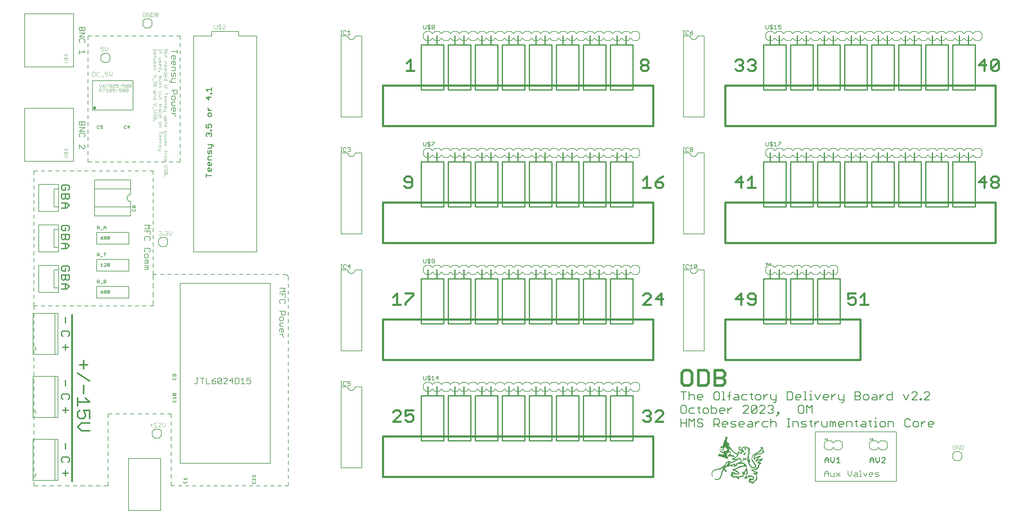
<source format=gbr>
G04 EAGLE Gerber RS-274X export*
G75*
%MOMM*%
%FSLAX34Y34*%
%LPD*%
%INSilkscreen Top*%
%IPPOS*%
%AMOC8*
5,1,8,0,0,1.08239X$1,22.5*%
G01*
%ADD10C,0.609600*%
%ADD11C,0.304800*%
%ADD12C,0.762000*%
%ADD13C,0.254000*%
%ADD14C,0.457200*%
%ADD15C,0.508000*%
%ADD16C,0.177800*%
%ADD17C,0.279400*%
%ADD18C,0.152400*%
%ADD19C,0.584200*%
%ADD20C,0.101600*%
%ADD21C,0.203200*%
%ADD22C,0.127000*%
%ADD23C,0.812219*%
%ADD24C,0.076200*%
%ADD25C,0.025400*%
%ADD26R,0.127000X0.025400*%
%ADD27R,0.203200X0.025400*%
%ADD28R,0.228600X0.025400*%
%ADD29R,0.025400X0.025400*%
%ADD30R,0.279400X0.025400*%
%ADD31R,0.355600X0.025400*%
%ADD32R,0.431800X0.025400*%
%ADD33R,0.508000X0.025400*%
%ADD34R,0.609600X0.025400*%
%ADD35R,0.711200X0.025400*%
%ADD36R,0.812800X0.025400*%
%ADD37R,0.914400X0.025400*%
%ADD38R,1.041400X0.025400*%
%ADD39R,1.193800X0.025400*%
%ADD40R,1.346200X0.025400*%
%ADD41R,1.524000X0.025400*%
%ADD42R,1.574800X0.025400*%
%ADD43R,0.939800X0.025400*%
%ADD44R,0.381000X0.025400*%
%ADD45R,0.304800X0.025400*%
%ADD46R,0.889000X0.025400*%
%ADD47R,0.457200X0.025400*%
%ADD48R,0.406400X0.025400*%
%ADD49R,0.254000X0.025400*%
%ADD50R,0.330200X0.025400*%
%ADD51R,0.050800X0.025400*%
%ADD52R,0.533400X0.025400*%
%ADD53R,0.558800X0.025400*%
%ADD54R,0.660400X0.025400*%
%ADD55R,0.482600X0.025400*%
%ADD56R,0.787400X0.025400*%
%ADD57R,1.016000X0.025400*%
%ADD58R,1.092200X0.025400*%
%ADD59R,1.117600X0.025400*%
%ADD60R,1.168400X0.025400*%
%ADD61R,0.635000X0.025400*%
%ADD62R,1.219200X0.025400*%
%ADD63R,1.244600X0.025400*%
%ADD64R,1.270000X0.025400*%
%ADD65R,0.838200X0.025400*%
%ADD66R,0.685800X0.025400*%
%ADD67R,0.177800X0.025400*%
%ADD68R,0.076200X0.025400*%
%ADD69R,0.863600X0.025400*%
%ADD70R,0.736600X0.025400*%
%ADD71R,0.152400X0.025400*%
%ADD72R,1.549400X0.025400*%
%ADD73R,1.066800X0.025400*%
%ADD74R,1.498600X0.025400*%
%ADD75R,1.143000X0.025400*%
%ADD76R,1.447800X0.025400*%
%ADD77R,0.101600X0.025400*%
%ADD78R,1.397000X0.025400*%
%ADD79R,1.422400X0.025400*%
%ADD80R,0.990600X0.025400*%
%ADD81R,1.295400X0.025400*%
%ADD82R,0.584200X0.025400*%
%ADD83R,2.082800X0.025400*%
%ADD84R,2.159000X0.025400*%
%ADD85R,2.209800X0.025400*%
%ADD86R,2.260600X0.025400*%
%ADD87R,1.473200X0.025400*%
%ADD88R,0.762000X0.025400*%
%ADD89R,0.965200X0.025400*%
%ADD90R,1.905000X0.025400*%
%ADD91R,1.828800X0.025400*%
%ADD92R,1.727200X0.025400*%
%ADD93R,1.651000X0.025400*%
%ADD94R,1.625600X0.025400*%
%ADD95R,1.752600X0.025400*%
%ADD96R,1.701800X0.025400*%
%ADD97R,1.600200X0.025400*%
%ADD98R,1.676400X0.025400*%
%ADD99R,1.803400X0.025400*%
%ADD100R,1.981200X0.025400*%
%ADD101R,2.032000X0.025400*%
%ADD102R,2.108200X0.025400*%
%ADD103R,2.387600X0.025400*%
%ADD104R,2.438400X0.025400*%
%ADD105R,2.514600X0.025400*%
%ADD106R,2.463800X0.025400*%
%ADD107R,2.413000X0.025400*%
%ADD108R,2.362200X0.025400*%
%ADD109R,2.336800X0.025400*%
%ADD110R,2.590800X0.025400*%
%ADD111R,2.692400X0.025400*%
%ADD112R,1.854200X0.025400*%
%ADD113R,1.320800X0.025400*%
%ADD114R,1.371600X0.025400*%
%ADD115R,2.540000X0.025400*%
%ADD116R,1.778000X0.025400*%


D10*
X1765300Y1041400D02*
X1765300Y1155700D01*
X1003300Y1155700D01*
X1003300Y1041400D01*
X1765300Y1041400D01*
D11*
X1708150Y1143000D02*
X1708150Y1270000D01*
X1644650Y1270000D01*
X1644650Y1143000D01*
X1708150Y1143000D01*
X1631950Y1143000D02*
X1631950Y1270000D01*
X1568450Y1270000D01*
X1568450Y1143000D01*
X1631950Y1143000D01*
X1555750Y1143000D02*
X1555750Y1270000D01*
X1492250Y1270000D01*
X1492250Y1143000D01*
X1555750Y1143000D01*
X1479550Y1143000D02*
X1479550Y1270000D01*
X1416050Y1270000D01*
X1416050Y1143000D01*
X1479550Y1143000D01*
X1403350Y1143000D02*
X1403350Y1270000D01*
X1339850Y1270000D01*
X1339850Y1143000D01*
X1403350Y1143000D01*
X1327150Y1143000D02*
X1327150Y1270000D01*
X1263650Y1270000D01*
X1263650Y1143000D01*
X1327150Y1143000D01*
X1250950Y1143000D02*
X1250950Y1270000D01*
X1187450Y1270000D01*
X1187450Y1143000D01*
X1250950Y1143000D01*
X1174750Y1143000D02*
X1174750Y1270000D01*
X1111250Y1270000D01*
X1111250Y1143000D01*
X1174750Y1143000D01*
X1155700Y1270000D02*
X1155700Y1295400D01*
X1130300Y1295400D02*
X1130300Y1270000D01*
X1206500Y1270000D02*
X1206500Y1295400D01*
X1231900Y1295400D02*
X1231900Y1270000D01*
X1308100Y1270000D02*
X1308100Y1295400D01*
X1282700Y1295400D02*
X1282700Y1270000D01*
X1358900Y1270000D02*
X1358900Y1295400D01*
X1384300Y1295400D02*
X1384300Y1270000D01*
X1460500Y1270000D02*
X1460500Y1295400D01*
X1435100Y1295400D02*
X1435100Y1270000D01*
X1511300Y1270000D02*
X1511300Y1295400D01*
X1536700Y1295400D02*
X1536700Y1270000D01*
X1612900Y1270000D02*
X1612900Y1295400D01*
X1587500Y1295400D02*
X1587500Y1270000D01*
X1663700Y1270000D02*
X1663700Y1295400D01*
X1689100Y1295400D02*
X1689100Y1270000D01*
D12*
X1852513Y351827D02*
X1866918Y351827D01*
X1852513Y351827D02*
X1845310Y344624D01*
X1845310Y315813D01*
X1852513Y308610D01*
X1866918Y308610D01*
X1874121Y315813D01*
X1874121Y344624D01*
X1866918Y351827D01*
X1892086Y351827D02*
X1892086Y308610D01*
X1913694Y308610D01*
X1920897Y315813D01*
X1920897Y344624D01*
X1913694Y351827D01*
X1892086Y351827D01*
X1938862Y351827D02*
X1938862Y308610D01*
X1938862Y351827D02*
X1960470Y351827D01*
X1967673Y344624D01*
X1967673Y337421D01*
X1960470Y330218D01*
X1967673Y323016D01*
X1967673Y315813D01*
X1960470Y308610D01*
X1938862Y308610D01*
X1938862Y330218D02*
X1960470Y330218D01*
D13*
X1850397Y290850D02*
X1850397Y267970D01*
X1842770Y290850D02*
X1858023Y290850D01*
X1866158Y290850D02*
X1866158Y267970D01*
X1866158Y279410D02*
X1869971Y283223D01*
X1877598Y283223D01*
X1881411Y279410D01*
X1881411Y267970D01*
X1893359Y267970D02*
X1900986Y267970D01*
X1893359Y267970D02*
X1889546Y271783D01*
X1889546Y279410D01*
X1893359Y283223D01*
X1900986Y283223D01*
X1904799Y279410D01*
X1904799Y275597D01*
X1889546Y275597D01*
X1940135Y290850D02*
X1947762Y290850D01*
X1940135Y290850D02*
X1936322Y287036D01*
X1936322Y271783D01*
X1940135Y267970D01*
X1947762Y267970D01*
X1951575Y271783D01*
X1951575Y287036D01*
X1947762Y290850D01*
X1959710Y290850D02*
X1963523Y290850D01*
X1963523Y267970D01*
X1959710Y267970D02*
X1967336Y267970D01*
X1979115Y267970D02*
X1979115Y287036D01*
X1982928Y290850D01*
X1982928Y279410D02*
X1975302Y279410D01*
X1994707Y283223D02*
X2002334Y283223D01*
X2006147Y279410D01*
X2006147Y267970D01*
X1994707Y267970D01*
X1990894Y271783D01*
X1994707Y275597D01*
X2006147Y275597D01*
X2018095Y283223D02*
X2029535Y283223D01*
X2018095Y283223D02*
X2014282Y279410D01*
X2014282Y271783D01*
X2018095Y267970D01*
X2029535Y267970D01*
X2041483Y271783D02*
X2041483Y287036D01*
X2041483Y271783D02*
X2045296Y267970D01*
X2045296Y283223D02*
X2037670Y283223D01*
X2057075Y267970D02*
X2064701Y267970D01*
X2068515Y271783D01*
X2068515Y279410D01*
X2064701Y283223D01*
X2057075Y283223D01*
X2053262Y279410D01*
X2053262Y271783D01*
X2057075Y267970D01*
X2076650Y267970D02*
X2076650Y283223D01*
X2076650Y275597D02*
X2084276Y283223D01*
X2088089Y283223D01*
X2096140Y283223D02*
X2096140Y271783D01*
X2099953Y267970D01*
X2111393Y267970D01*
X2111393Y264157D02*
X2111393Y283223D01*
X2111393Y264157D02*
X2107579Y260344D01*
X2103766Y260344D01*
X2142916Y267970D02*
X2142916Y290850D01*
X2142916Y267970D02*
X2154355Y267970D01*
X2158169Y271783D01*
X2158169Y287036D01*
X2154355Y290850D01*
X2142916Y290850D01*
X2170117Y267970D02*
X2177743Y267970D01*
X2170117Y267970D02*
X2166304Y271783D01*
X2166304Y279410D01*
X2170117Y283223D01*
X2177743Y283223D01*
X2181557Y279410D01*
X2181557Y275597D01*
X2166304Y275597D01*
X2189692Y290850D02*
X2193505Y290850D01*
X2193505Y267970D01*
X2189692Y267970D02*
X2197318Y267970D01*
X2205283Y283223D02*
X2209097Y283223D01*
X2209097Y267970D01*
X2212910Y267970D02*
X2205283Y267970D01*
X2209097Y290850D02*
X2209097Y294663D01*
X2220875Y283223D02*
X2228502Y267970D01*
X2236128Y283223D01*
X2248077Y267970D02*
X2255703Y267970D01*
X2248077Y267970D02*
X2244263Y271783D01*
X2244263Y279410D01*
X2248077Y283223D01*
X2255703Y283223D01*
X2259516Y279410D01*
X2259516Y275597D01*
X2244263Y275597D01*
X2267651Y283223D02*
X2267651Y267970D01*
X2267651Y275597D02*
X2275278Y283223D01*
X2279091Y283223D01*
X2287141Y283223D02*
X2287141Y271783D01*
X2290955Y267970D01*
X2302394Y267970D01*
X2302394Y264157D02*
X2302394Y283223D01*
X2302394Y264157D02*
X2298581Y260344D01*
X2294768Y260344D01*
X2333917Y267970D02*
X2333917Y290850D01*
X2345357Y290850D01*
X2349170Y287036D01*
X2349170Y283223D01*
X2345357Y279410D01*
X2349170Y275597D01*
X2349170Y271783D01*
X2345357Y267970D01*
X2333917Y267970D01*
X2333917Y279410D02*
X2345357Y279410D01*
X2361119Y267970D02*
X2368745Y267970D01*
X2372558Y271783D01*
X2372558Y279410D01*
X2368745Y283223D01*
X2361119Y283223D01*
X2357305Y279410D01*
X2357305Y271783D01*
X2361119Y267970D01*
X2384506Y283223D02*
X2392133Y283223D01*
X2395946Y279410D01*
X2395946Y267970D01*
X2384506Y267970D01*
X2380693Y271783D01*
X2384506Y275597D01*
X2395946Y275597D01*
X2404081Y283223D02*
X2404081Y267970D01*
X2404081Y275597D02*
X2411708Y283223D01*
X2415521Y283223D01*
X2438824Y290850D02*
X2438824Y267970D01*
X2427384Y267970D01*
X2423571Y271783D01*
X2423571Y279410D01*
X2427384Y283223D01*
X2438824Y283223D01*
X2470347Y283223D02*
X2477974Y267970D01*
X2485600Y283223D01*
X2493735Y267970D02*
X2508988Y267970D01*
X2493735Y267970D02*
X2508988Y283223D01*
X2508988Y287036D01*
X2505175Y290850D01*
X2497548Y290850D01*
X2493735Y287036D01*
X2517123Y271783D02*
X2517123Y267970D01*
X2517123Y271783D02*
X2520936Y271783D01*
X2520936Y267970D01*
X2517123Y267970D01*
X2528817Y267970D02*
X2544070Y267970D01*
X2528817Y267970D02*
X2544070Y283223D01*
X2544070Y287036D01*
X2540257Y290850D01*
X2532630Y290850D01*
X2528817Y287036D01*
X1854210Y252750D02*
X1846583Y252750D01*
X1842770Y248936D01*
X1842770Y233683D01*
X1846583Y229870D01*
X1854210Y229870D01*
X1858023Y233683D01*
X1858023Y248936D01*
X1854210Y252750D01*
X1869971Y245123D02*
X1881411Y245123D01*
X1869971Y245123D02*
X1866158Y241310D01*
X1866158Y233683D01*
X1869971Y229870D01*
X1881411Y229870D01*
X1893359Y233683D02*
X1893359Y248936D01*
X1893359Y233683D02*
X1897172Y229870D01*
X1897172Y245123D02*
X1889546Y245123D01*
X1908951Y229870D02*
X1916578Y229870D01*
X1920391Y233683D01*
X1920391Y241310D01*
X1916578Y245123D01*
X1908951Y245123D01*
X1905138Y241310D01*
X1905138Y233683D01*
X1908951Y229870D01*
X1928526Y229870D02*
X1928526Y252750D01*
X1928526Y229870D02*
X1939966Y229870D01*
X1943779Y233683D01*
X1943779Y241310D01*
X1939966Y245123D01*
X1928526Y245123D01*
X1955727Y229870D02*
X1963354Y229870D01*
X1955727Y229870D02*
X1951914Y233683D01*
X1951914Y241310D01*
X1955727Y245123D01*
X1963354Y245123D01*
X1967167Y241310D01*
X1967167Y237497D01*
X1951914Y237497D01*
X1975302Y245123D02*
X1975302Y229870D01*
X1975302Y237497D02*
X1982928Y245123D01*
X1986742Y245123D01*
X2018180Y229870D02*
X2033433Y229870D01*
X2018180Y229870D02*
X2033433Y245123D01*
X2033433Y248936D01*
X2029620Y252750D01*
X2021993Y252750D01*
X2018180Y248936D01*
X2041568Y248936D02*
X2041568Y233683D01*
X2041568Y248936D02*
X2045381Y252750D01*
X2053007Y252750D01*
X2056821Y248936D01*
X2056821Y233683D01*
X2053007Y229870D01*
X2045381Y229870D01*
X2041568Y233683D01*
X2056821Y248936D01*
X2064956Y229870D02*
X2080209Y229870D01*
X2064956Y229870D02*
X2080209Y245123D01*
X2080209Y248936D01*
X2076395Y252750D01*
X2068769Y252750D01*
X2064956Y248936D01*
X2088344Y248936D02*
X2092157Y252750D01*
X2099783Y252750D01*
X2103597Y248936D01*
X2103597Y245123D01*
X2099783Y241310D01*
X2095970Y241310D01*
X2099783Y241310D02*
X2103597Y237497D01*
X2103597Y233683D01*
X2099783Y229870D01*
X2092157Y229870D01*
X2088344Y233683D01*
X2111732Y222244D02*
X2119358Y229870D01*
X2119358Y233683D01*
X2115545Y233683D01*
X2115545Y229870D01*
X2119358Y229870D01*
X2177913Y252750D02*
X2185539Y252750D01*
X2177913Y252750D02*
X2174100Y248936D01*
X2174100Y233683D01*
X2177913Y229870D01*
X2185539Y229870D01*
X2189353Y233683D01*
X2189353Y248936D01*
X2185539Y252750D01*
X2197488Y252750D02*
X2197488Y229870D01*
X2205114Y245123D02*
X2197488Y252750D01*
X2205114Y245123D02*
X2212741Y252750D01*
X2212741Y229870D01*
X1842770Y214650D02*
X1842770Y191770D01*
X1842770Y203210D02*
X1858023Y203210D01*
X1858023Y214650D02*
X1858023Y191770D01*
X1866158Y191770D02*
X1866158Y214650D01*
X1873784Y207023D01*
X1881411Y214650D01*
X1881411Y191770D01*
X1900986Y214650D02*
X1904799Y210836D01*
X1900986Y214650D02*
X1893359Y214650D01*
X1889546Y210836D01*
X1889546Y207023D01*
X1893359Y203210D01*
X1900986Y203210D01*
X1904799Y199397D01*
X1904799Y195583D01*
X1900986Y191770D01*
X1893359Y191770D01*
X1889546Y195583D01*
X1936322Y191770D02*
X1936322Y214650D01*
X1947762Y214650D01*
X1951575Y210836D01*
X1951575Y203210D01*
X1947762Y199397D01*
X1936322Y199397D01*
X1943948Y199397D02*
X1951575Y191770D01*
X1963523Y191770D02*
X1971150Y191770D01*
X1963523Y191770D02*
X1959710Y195583D01*
X1959710Y203210D01*
X1963523Y207023D01*
X1971150Y207023D01*
X1974963Y203210D01*
X1974963Y199397D01*
X1959710Y199397D01*
X1983098Y191770D02*
X1994538Y191770D01*
X1998351Y195583D01*
X1994538Y199397D01*
X1986911Y199397D01*
X1983098Y203210D01*
X1986911Y207023D01*
X1998351Y207023D01*
X2010299Y191770D02*
X2017926Y191770D01*
X2010299Y191770D02*
X2006486Y195583D01*
X2006486Y203210D01*
X2010299Y207023D01*
X2017926Y207023D01*
X2021739Y203210D01*
X2021739Y199397D01*
X2006486Y199397D01*
X2033687Y207023D02*
X2041314Y207023D01*
X2045127Y203210D01*
X2045127Y191770D01*
X2033687Y191770D01*
X2029874Y195583D01*
X2033687Y199397D01*
X2045127Y199397D01*
X2053262Y207023D02*
X2053262Y191770D01*
X2053262Y199397D02*
X2060888Y207023D01*
X2064701Y207023D01*
X2076565Y207023D02*
X2088005Y207023D01*
X2076565Y207023D02*
X2072752Y203210D01*
X2072752Y195583D01*
X2076565Y191770D01*
X2088005Y191770D01*
X2096140Y191770D02*
X2096140Y214650D01*
X2099953Y207023D02*
X2096140Y203210D01*
X2099953Y207023D02*
X2107579Y207023D01*
X2111393Y203210D01*
X2111393Y191770D01*
X2142916Y191770D02*
X2150542Y191770D01*
X2146729Y191770D02*
X2146729Y214650D01*
X2142916Y214650D02*
X2150542Y214650D01*
X2158508Y207023D02*
X2158508Y191770D01*
X2158508Y207023D02*
X2169947Y207023D01*
X2173761Y203210D01*
X2173761Y191770D01*
X2181896Y191770D02*
X2193335Y191770D01*
X2197149Y195583D01*
X2193335Y199397D01*
X2185709Y199397D01*
X2181896Y203210D01*
X2185709Y207023D01*
X2197149Y207023D01*
X2209097Y210836D02*
X2209097Y195583D01*
X2212910Y191770D01*
X2212910Y207023D02*
X2205284Y207023D01*
X2220875Y207023D02*
X2220875Y191770D01*
X2220875Y199397D02*
X2228502Y207023D01*
X2232315Y207023D01*
X2240365Y207023D02*
X2240365Y195583D01*
X2244179Y191770D01*
X2255618Y191770D01*
X2255618Y207023D01*
X2263753Y207023D02*
X2263753Y191770D01*
X2263753Y207023D02*
X2267567Y207023D01*
X2271380Y203210D01*
X2271380Y191770D01*
X2271380Y203210D02*
X2275193Y207023D01*
X2279006Y203210D01*
X2279006Y191770D01*
X2290955Y191770D02*
X2298581Y191770D01*
X2290955Y191770D02*
X2287141Y195583D01*
X2287141Y203210D01*
X2290955Y207023D01*
X2298581Y207023D01*
X2302394Y203210D01*
X2302394Y199397D01*
X2287141Y199397D01*
X2310529Y207023D02*
X2310529Y191770D01*
X2310529Y207023D02*
X2321969Y207023D01*
X2325782Y203210D01*
X2325782Y191770D01*
X2337731Y195583D02*
X2337731Y210836D01*
X2337731Y195583D02*
X2341544Y191770D01*
X2341544Y207023D02*
X2333917Y207023D01*
X2353323Y207023D02*
X2360949Y207023D01*
X2364762Y203210D01*
X2364762Y191770D01*
X2353323Y191770D01*
X2349509Y195583D01*
X2353323Y199397D01*
X2364762Y199397D01*
X2376711Y195583D02*
X2376711Y210836D01*
X2376711Y195583D02*
X2380524Y191770D01*
X2380524Y207023D02*
X2372897Y207023D01*
X2388489Y207023D02*
X2392302Y207023D01*
X2392302Y191770D01*
X2388489Y191770D02*
X2396116Y191770D01*
X2392302Y214650D02*
X2392302Y218463D01*
X2407894Y191770D02*
X2415521Y191770D01*
X2419334Y195583D01*
X2419334Y203210D01*
X2415521Y207023D01*
X2407894Y207023D01*
X2404081Y203210D01*
X2404081Y195583D01*
X2407894Y191770D01*
X2427469Y191770D02*
X2427469Y207023D01*
X2438909Y207023D01*
X2442722Y203210D01*
X2442722Y191770D01*
X2485685Y214650D02*
X2489498Y210836D01*
X2485685Y214650D02*
X2478058Y214650D01*
X2474245Y210836D01*
X2474245Y195583D01*
X2478058Y191770D01*
X2485685Y191770D01*
X2489498Y195583D01*
X2501446Y191770D02*
X2509073Y191770D01*
X2512886Y195583D01*
X2512886Y203210D01*
X2509073Y207023D01*
X2501446Y207023D01*
X2497633Y203210D01*
X2497633Y195583D01*
X2501446Y191770D01*
X2521021Y191770D02*
X2521021Y207023D01*
X2521021Y199397D02*
X2528648Y207023D01*
X2532461Y207023D01*
X2544324Y191770D02*
X2551951Y191770D01*
X2544324Y191770D02*
X2540511Y195583D01*
X2540511Y203210D01*
X2544324Y207023D01*
X2551951Y207023D01*
X2555764Y203210D01*
X2555764Y199397D01*
X2540511Y199397D01*
D11*
X111688Y595376D02*
X96774Y595376D01*
X111688Y595376D02*
X119145Y587919D01*
X111688Y580462D01*
X96774Y580462D01*
X107960Y580462D02*
X107960Y595376D01*
X119145Y620776D02*
X96774Y620776D01*
X119145Y620776D02*
X119145Y609590D01*
X115417Y605862D01*
X111688Y605862D01*
X107960Y609590D01*
X104231Y605862D01*
X100503Y605862D01*
X96774Y609590D01*
X96774Y620776D01*
X107960Y620776D02*
X107960Y609590D01*
X115417Y631262D02*
X119145Y634990D01*
X119145Y642448D01*
X115417Y646176D01*
X100503Y646176D01*
X96774Y642448D01*
X96774Y634990D01*
X100503Y631262D01*
X107960Y631262D01*
X107960Y638719D01*
X115417Y745562D02*
X119145Y749290D01*
X119145Y756748D01*
X115417Y760476D01*
X100503Y760476D01*
X96774Y756748D01*
X96774Y749290D01*
X100503Y745562D01*
X107960Y745562D01*
X107960Y753019D01*
X119145Y735076D02*
X96774Y735076D01*
X119145Y735076D02*
X119145Y723890D01*
X115417Y720162D01*
X111688Y720162D01*
X107960Y723890D01*
X104231Y720162D01*
X100503Y720162D01*
X96774Y723890D01*
X96774Y735076D01*
X107960Y735076D02*
X107960Y723890D01*
X111688Y709676D02*
X96774Y709676D01*
X111688Y709676D02*
X119145Y702219D01*
X111688Y694762D01*
X96774Y694762D01*
X107960Y694762D02*
X107960Y709676D01*
X107960Y246126D02*
X107960Y231212D01*
X115417Y238669D02*
X100503Y238669D01*
X107960Y307412D02*
X107960Y322326D01*
X119145Y273040D02*
X115417Y269312D01*
X119145Y273040D02*
X119145Y280498D01*
X115417Y284226D01*
X100503Y284226D01*
X96774Y280498D01*
X96774Y273040D01*
X100503Y269312D01*
D14*
X158764Y356343D02*
X158764Y378714D01*
X147579Y367528D02*
X169950Y367528D01*
X141986Y343632D02*
X175543Y321261D01*
X158764Y308550D02*
X158764Y286179D01*
X164357Y273468D02*
X175543Y262283D01*
X141986Y262283D01*
X141986Y273468D02*
X141986Y251097D01*
X175543Y238386D02*
X175543Y216015D01*
X175543Y238386D02*
X158764Y238386D01*
X164357Y227201D01*
X164357Y221608D01*
X158764Y216015D01*
X147579Y216015D01*
X141986Y221608D01*
X141986Y232793D01*
X147579Y238386D01*
X153172Y203304D02*
X175543Y203304D01*
X153172Y203304D02*
X141986Y192119D01*
X153172Y180933D01*
X175543Y180933D01*
D11*
X115417Y447112D02*
X119145Y450840D01*
X119145Y458298D01*
X115417Y462026D01*
X100503Y462026D01*
X96774Y458298D01*
X96774Y450840D01*
X100503Y447112D01*
X107960Y485212D02*
X107960Y500126D01*
X107960Y423926D02*
X107960Y409012D01*
X115417Y416469D02*
X100503Y416469D01*
D10*
X1765300Y711200D02*
X1765300Y825500D01*
X1003300Y825500D01*
X1003300Y711200D01*
X1765300Y711200D01*
D11*
X1708150Y812800D02*
X1708150Y939800D01*
X1644650Y939800D01*
X1644650Y812800D01*
X1708150Y812800D01*
X1631950Y812800D02*
X1631950Y939800D01*
X1568450Y939800D01*
X1568450Y812800D01*
X1631950Y812800D01*
X1555750Y812800D02*
X1555750Y939800D01*
X1492250Y939800D01*
X1492250Y812800D01*
X1555750Y812800D01*
X1479550Y812800D02*
X1479550Y939800D01*
X1416050Y939800D01*
X1416050Y812800D01*
X1479550Y812800D01*
X1403350Y812800D02*
X1403350Y939800D01*
X1339850Y939800D01*
X1339850Y812800D01*
X1403350Y812800D01*
X1327150Y812800D02*
X1327150Y939800D01*
X1263650Y939800D01*
X1263650Y812800D01*
X1327150Y812800D01*
X1250950Y812800D02*
X1250950Y939800D01*
X1187450Y939800D01*
X1187450Y812800D01*
X1250950Y812800D01*
X1174750Y812800D02*
X1174750Y939800D01*
X1111250Y939800D01*
X1111250Y812800D01*
X1174750Y812800D01*
X1155700Y939800D02*
X1155700Y965200D01*
X1130300Y965200D02*
X1130300Y939800D01*
X1206500Y939800D02*
X1206500Y965200D01*
X1231900Y965200D02*
X1231900Y939800D01*
X1308100Y939800D02*
X1308100Y965200D01*
X1282700Y965200D02*
X1282700Y939800D01*
X1358900Y939800D02*
X1358900Y965200D01*
X1384300Y965200D02*
X1384300Y939800D01*
X1460500Y939800D02*
X1460500Y965200D01*
X1435100Y965200D02*
X1435100Y939800D01*
X1511300Y939800D02*
X1511300Y965200D01*
X1536700Y965200D02*
X1536700Y939800D01*
X1612900Y939800D02*
X1612900Y965200D01*
X1587500Y965200D02*
X1587500Y939800D01*
X1663700Y939800D02*
X1663700Y965200D01*
X1689100Y965200D02*
X1689100Y939800D01*
D10*
X1765300Y495300D02*
X1765300Y381000D01*
X1765300Y495300D02*
X1003300Y495300D01*
X1003300Y381000D01*
X1765300Y381000D01*
D11*
X1708150Y482600D02*
X1708150Y609600D01*
X1644650Y609600D01*
X1644650Y482600D01*
X1708150Y482600D01*
X1631950Y482600D02*
X1631950Y609600D01*
X1568450Y609600D01*
X1568450Y482600D01*
X1631950Y482600D01*
X1555750Y482600D02*
X1555750Y609600D01*
X1492250Y609600D01*
X1492250Y482600D01*
X1555750Y482600D01*
X1479550Y482600D02*
X1479550Y609600D01*
X1416050Y609600D01*
X1416050Y482600D01*
X1479550Y482600D01*
X1403350Y482600D02*
X1403350Y609600D01*
X1339850Y609600D01*
X1339850Y482600D01*
X1403350Y482600D01*
X1327150Y482600D02*
X1327150Y609600D01*
X1263650Y609600D01*
X1263650Y482600D01*
X1327150Y482600D01*
X1250950Y482600D02*
X1250950Y609600D01*
X1187450Y609600D01*
X1187450Y482600D01*
X1250950Y482600D01*
X1174750Y482600D02*
X1174750Y609600D01*
X1111250Y609600D01*
X1111250Y482600D01*
X1174750Y482600D01*
X1155700Y609600D02*
X1155700Y635000D01*
X1130300Y635000D02*
X1130300Y609600D01*
X1206500Y609600D02*
X1206500Y635000D01*
X1231900Y635000D02*
X1231900Y609600D01*
X1308100Y609600D02*
X1308100Y635000D01*
X1282700Y635000D02*
X1282700Y609600D01*
X1358900Y609600D02*
X1358900Y635000D01*
X1384300Y635000D02*
X1384300Y609600D01*
X1460500Y609600D02*
X1460500Y635000D01*
X1435100Y635000D02*
X1435100Y609600D01*
X1511300Y609600D02*
X1511300Y635000D01*
X1536700Y635000D02*
X1536700Y609600D01*
X1612900Y609600D02*
X1612900Y635000D01*
X1587500Y635000D02*
X1587500Y609600D01*
X1663700Y609600D02*
X1663700Y635000D01*
X1689100Y635000D02*
X1689100Y609600D01*
D10*
X1765300Y165100D02*
X1765300Y50800D01*
X1765300Y165100D02*
X1003300Y165100D01*
X1003300Y50800D01*
X1765300Y50800D01*
D11*
X1708150Y152400D02*
X1708150Y279400D01*
X1644650Y279400D01*
X1644650Y152400D01*
X1708150Y152400D01*
X1631950Y152400D02*
X1631950Y279400D01*
X1568450Y279400D01*
X1568450Y152400D01*
X1631950Y152400D01*
X1555750Y152400D02*
X1555750Y279400D01*
X1492250Y279400D01*
X1492250Y152400D01*
X1555750Y152400D01*
X1479550Y152400D02*
X1479550Y279400D01*
X1416050Y279400D01*
X1416050Y152400D01*
X1479550Y152400D01*
X1403350Y152400D02*
X1403350Y279400D01*
X1339850Y279400D01*
X1339850Y152400D01*
X1403350Y152400D01*
X1327150Y152400D02*
X1327150Y279400D01*
X1263650Y279400D01*
X1263650Y152400D01*
X1327150Y152400D01*
X1250950Y152400D02*
X1250950Y279400D01*
X1187450Y279400D01*
X1187450Y152400D01*
X1250950Y152400D01*
X1174750Y152400D02*
X1174750Y279400D01*
X1111250Y279400D01*
X1111250Y152400D01*
X1174750Y152400D01*
X1155700Y279400D02*
X1155700Y304800D01*
X1130300Y304800D02*
X1130300Y279400D01*
X1206500Y279400D02*
X1206500Y304800D01*
X1231900Y304800D02*
X1231900Y279400D01*
X1308100Y279400D02*
X1308100Y304800D01*
X1282700Y304800D02*
X1282700Y279400D01*
X1358900Y279400D02*
X1358900Y304800D01*
X1384300Y304800D02*
X1384300Y279400D01*
X1460500Y279400D02*
X1460500Y304800D01*
X1435100Y304800D02*
X1435100Y279400D01*
X1511300Y279400D02*
X1511300Y304800D01*
X1536700Y304800D02*
X1536700Y279400D01*
X1612900Y279400D02*
X1612900Y304800D01*
X1587500Y304800D02*
X1587500Y279400D01*
X1663700Y279400D02*
X1663700Y304800D01*
X1689100Y304800D02*
X1689100Y279400D01*
D10*
X2730500Y1041400D02*
X2730500Y1155700D01*
X1968500Y1155700D01*
X1968500Y1041400D01*
X2730500Y1041400D01*
D11*
X2673350Y1143000D02*
X2673350Y1270000D01*
X2609850Y1270000D01*
X2609850Y1143000D01*
X2673350Y1143000D01*
X2597150Y1143000D02*
X2597150Y1270000D01*
X2533650Y1270000D01*
X2533650Y1143000D01*
X2597150Y1143000D01*
X2520950Y1143000D02*
X2520950Y1270000D01*
X2457450Y1270000D01*
X2457450Y1143000D01*
X2520950Y1143000D01*
X2444750Y1143000D02*
X2444750Y1270000D01*
X2381250Y1270000D01*
X2381250Y1143000D01*
X2444750Y1143000D01*
X2368550Y1143000D02*
X2368550Y1270000D01*
X2305050Y1270000D01*
X2305050Y1143000D01*
X2368550Y1143000D01*
X2292350Y1143000D02*
X2292350Y1270000D01*
X2228850Y1270000D01*
X2228850Y1143000D01*
X2292350Y1143000D01*
X2216150Y1143000D02*
X2216150Y1270000D01*
X2152650Y1270000D01*
X2152650Y1143000D01*
X2216150Y1143000D01*
X2139950Y1143000D02*
X2139950Y1270000D01*
X2076450Y1270000D01*
X2076450Y1143000D01*
X2139950Y1143000D01*
X2120900Y1270000D02*
X2120900Y1295400D01*
X2095500Y1295400D02*
X2095500Y1270000D01*
X2171700Y1270000D02*
X2171700Y1295400D01*
X2197100Y1295400D02*
X2197100Y1270000D01*
X2273300Y1270000D02*
X2273300Y1295400D01*
X2247900Y1295400D02*
X2247900Y1270000D01*
X2324100Y1270000D02*
X2324100Y1295400D01*
X2349500Y1295400D02*
X2349500Y1270000D01*
X2425700Y1270000D02*
X2425700Y1295400D01*
X2400300Y1295400D02*
X2400300Y1270000D01*
X2476500Y1270000D02*
X2476500Y1295400D01*
X2501900Y1295400D02*
X2501900Y1270000D01*
X2578100Y1270000D02*
X2578100Y1295400D01*
X2552700Y1295400D02*
X2552700Y1270000D01*
X2628900Y1270000D02*
X2628900Y1295400D01*
X2654300Y1295400D02*
X2654300Y1270000D01*
D10*
X2730500Y825500D02*
X2730500Y711200D01*
X2730500Y825500D02*
X1968500Y825500D01*
X1968500Y711200D01*
X2730500Y711200D01*
D11*
X2673350Y812800D02*
X2673350Y939800D01*
X2609850Y939800D01*
X2609850Y812800D01*
X2673350Y812800D01*
X2597150Y812800D02*
X2597150Y939800D01*
X2533650Y939800D01*
X2533650Y812800D01*
X2597150Y812800D01*
X2520950Y812800D02*
X2520950Y939800D01*
X2457450Y939800D01*
X2457450Y812800D01*
X2520950Y812800D01*
X2444750Y812800D02*
X2444750Y939800D01*
X2381250Y939800D01*
X2381250Y812800D01*
X2444750Y812800D01*
X2368550Y812800D02*
X2368550Y939800D01*
X2305050Y939800D01*
X2305050Y812800D01*
X2368550Y812800D01*
X2292350Y812800D02*
X2292350Y939800D01*
X2228850Y939800D01*
X2228850Y812800D01*
X2292350Y812800D01*
X2216150Y812800D02*
X2216150Y939800D01*
X2152650Y939800D01*
X2152650Y812800D01*
X2216150Y812800D01*
X2139950Y812800D02*
X2139950Y939800D01*
X2076450Y939800D01*
X2076450Y812800D01*
X2139950Y812800D01*
X2120900Y939800D02*
X2120900Y965200D01*
X2095500Y965200D02*
X2095500Y939800D01*
X2171700Y939800D02*
X2171700Y965200D01*
X2197100Y965200D02*
X2197100Y939800D01*
X2273300Y939800D02*
X2273300Y965200D01*
X2247900Y965200D02*
X2247900Y939800D01*
X2324100Y939800D02*
X2324100Y965200D01*
X2349500Y965200D02*
X2349500Y939800D01*
X2425700Y939800D02*
X2425700Y965200D01*
X2400300Y965200D02*
X2400300Y939800D01*
X2476500Y939800D02*
X2476500Y965200D01*
X2501900Y965200D02*
X2501900Y939800D01*
X2578100Y939800D02*
X2578100Y965200D01*
X2552700Y965200D02*
X2552700Y939800D01*
X2628900Y939800D02*
X2628900Y965200D01*
X2654300Y965200D02*
X2654300Y939800D01*
D10*
X2349500Y495300D02*
X2349500Y381000D01*
X2349500Y495300D02*
X1968500Y495300D01*
X1968500Y381000D01*
X2349500Y381000D01*
D11*
X2292350Y482600D02*
X2292350Y609600D01*
X2228850Y609600D01*
X2228850Y482600D01*
X2292350Y482600D01*
X2216150Y482600D02*
X2216150Y609600D01*
X2152650Y609600D01*
X2152650Y482600D01*
X2216150Y482600D01*
X2139950Y482600D02*
X2139950Y609600D01*
X2076450Y609600D01*
X2076450Y482600D01*
X2139950Y482600D01*
X2120900Y609600D02*
X2120900Y635000D01*
X2095500Y635000D02*
X2095500Y609600D01*
X2171700Y609600D02*
X2171700Y635000D01*
X2197100Y635000D02*
X2197100Y609600D01*
X2273300Y609600D02*
X2273300Y635000D01*
X2247900Y635000D02*
X2247900Y609600D01*
X107960Y68326D02*
X107960Y53412D01*
X115417Y60869D02*
X100503Y60869D01*
X107960Y129612D02*
X107960Y144526D01*
X119145Y95240D02*
X115417Y91512D01*
X119145Y95240D02*
X119145Y102698D01*
X115417Y106426D01*
X100503Y106426D01*
X96774Y102698D01*
X96774Y95240D01*
X100503Y91512D01*
D15*
X127000Y38100D02*
X127000Y508000D01*
D11*
X115417Y859862D02*
X119145Y863590D01*
X119145Y871048D01*
X115417Y874776D01*
X100503Y874776D01*
X96774Y871048D01*
X96774Y863590D01*
X100503Y859862D01*
X107960Y859862D01*
X107960Y867319D01*
X119145Y849376D02*
X96774Y849376D01*
X119145Y849376D02*
X119145Y838190D01*
X115417Y834462D01*
X111688Y834462D01*
X107960Y838190D01*
X104231Y834462D01*
X100503Y834462D01*
X96774Y838190D01*
X96774Y849376D01*
X107960Y849376D02*
X107960Y838190D01*
X111688Y823976D02*
X96774Y823976D01*
X111688Y823976D02*
X119145Y816519D01*
X111688Y809062D01*
X96774Y809062D01*
X107960Y809062D02*
X107960Y823976D01*
D16*
X2248789Y62366D02*
X2248789Y51689D01*
X2248789Y62366D02*
X2254128Y67705D01*
X2259466Y62366D01*
X2259466Y51689D01*
X2259466Y59697D02*
X2248789Y59697D01*
X2265161Y62366D02*
X2265161Y54358D01*
X2267830Y51689D01*
X2275838Y51689D01*
X2275838Y62366D01*
X2281532Y62366D02*
X2292209Y51689D01*
X2281532Y51689D02*
X2292209Y62366D01*
X2314275Y67705D02*
X2314275Y57028D01*
X2319614Y51689D01*
X2324952Y57028D01*
X2324952Y67705D01*
X2333316Y62366D02*
X2338655Y62366D01*
X2341324Y59697D01*
X2341324Y51689D01*
X2333316Y51689D01*
X2330647Y54358D01*
X2333316Y57028D01*
X2341324Y57028D01*
X2347018Y67705D02*
X2349688Y67705D01*
X2349688Y51689D01*
X2352357Y51689D02*
X2347018Y51689D01*
X2357933Y62366D02*
X2363271Y51689D01*
X2368610Y62366D01*
X2376974Y51689D02*
X2382312Y51689D01*
X2376974Y51689D02*
X2374304Y54358D01*
X2374304Y59697D01*
X2376974Y62366D01*
X2382312Y62366D01*
X2384981Y59697D01*
X2384981Y57028D01*
X2374304Y57028D01*
X2390676Y51689D02*
X2398684Y51689D01*
X2401353Y54358D01*
X2398684Y57028D01*
X2393345Y57028D01*
X2390676Y59697D01*
X2393345Y62366D01*
X2401353Y62366D01*
D17*
X2249297Y90297D02*
X2249297Y100296D01*
X2254297Y105296D01*
X2259296Y100296D01*
X2259296Y90297D01*
X2259296Y97796D02*
X2249297Y97796D01*
X2265669Y95297D02*
X2265669Y105296D01*
X2265669Y95297D02*
X2270668Y90297D01*
X2275668Y95297D01*
X2275668Y105296D01*
X2282040Y100296D02*
X2287040Y105296D01*
X2287040Y90297D01*
X2292039Y90297D02*
X2282040Y90297D01*
X2376297Y90297D02*
X2376297Y100296D01*
X2381297Y105296D01*
X2386296Y100296D01*
X2386296Y90297D01*
X2386296Y97796D02*
X2376297Y97796D01*
X2392669Y95297D02*
X2392669Y105296D01*
X2392669Y95297D02*
X2397668Y90297D01*
X2402668Y95297D01*
X2402668Y105296D01*
X2409040Y90297D02*
X2419039Y90297D01*
X2409040Y90297D02*
X2419039Y100296D01*
X2419039Y102796D01*
X2416540Y105296D01*
X2411540Y105296D01*
X2409040Y102796D01*
D18*
X2451100Y177800D02*
X2222500Y177800D01*
X2451100Y177800D02*
X2451100Y38100D01*
X2222500Y38100D01*
X2222500Y177800D01*
X29435Y914400D02*
X19050Y914400D01*
X39435Y914400D02*
X49821Y914400D01*
X59821Y914400D02*
X70206Y914400D01*
X80206Y914400D02*
X90591Y914400D01*
X100591Y914400D02*
X110976Y914400D01*
X120976Y914400D02*
X131362Y914400D01*
X141362Y914400D02*
X151747Y914400D01*
X161747Y914400D02*
X172132Y914400D01*
X182132Y914400D02*
X192518Y914400D01*
X202518Y914400D02*
X212903Y914400D01*
X222903Y914400D02*
X233288Y914400D01*
X243288Y914400D02*
X253674Y914400D01*
X263674Y914400D02*
X274059Y914400D01*
X284059Y914400D02*
X294444Y914400D01*
X304444Y914400D02*
X314829Y914400D01*
X324829Y914400D02*
X335215Y914400D01*
X345215Y914400D02*
X355600Y914400D01*
X355600Y904260D01*
X355600Y894260D02*
X355600Y884120D01*
X355600Y874120D02*
X355600Y863980D01*
X355600Y853980D02*
X355600Y843840D01*
X355600Y833840D02*
X355600Y823700D01*
X355600Y813700D02*
X355600Y803560D01*
X355600Y793560D02*
X355600Y783420D01*
X355600Y773420D02*
X355600Y763280D01*
X355600Y753280D02*
X355600Y743140D01*
X355600Y733140D02*
X355600Y723000D01*
X355600Y713000D02*
X355600Y702860D01*
X355600Y692860D02*
X355600Y682720D01*
X355600Y672720D02*
X355600Y662580D01*
X355600Y652580D02*
X355600Y642440D01*
X355600Y632440D02*
X355600Y622300D01*
X355600Y607575D01*
X355600Y597575D02*
X355600Y582850D01*
X355600Y572850D02*
X355600Y558125D01*
X355600Y548125D02*
X355600Y533400D01*
X345215Y533400D01*
X335215Y533400D02*
X324829Y533400D01*
X314829Y533400D02*
X304444Y533400D01*
X294444Y533400D02*
X284059Y533400D01*
X274059Y533400D02*
X263674Y533400D01*
X253674Y533400D02*
X243288Y533400D01*
X233288Y533400D02*
X222903Y533400D01*
X212903Y533400D02*
X202518Y533400D01*
X192518Y533400D02*
X182132Y533400D01*
X172132Y533400D02*
X161747Y533400D01*
X151747Y533400D02*
X141362Y533400D01*
X131362Y533400D02*
X120976Y533400D01*
X110976Y533400D02*
X100591Y533400D01*
X90591Y533400D02*
X80206Y533400D01*
X70206Y533400D02*
X59821Y533400D01*
X49821Y533400D02*
X39435Y533400D01*
X29435Y533400D02*
X19050Y533400D01*
X19050Y543979D01*
X19050Y553979D02*
X19050Y564558D01*
X19050Y574558D02*
X19050Y585137D01*
X19050Y595137D02*
X19050Y605716D01*
X19050Y615716D02*
X19050Y626295D01*
X19050Y636295D02*
X19050Y646874D01*
X19050Y656874D02*
X19050Y667453D01*
X19050Y677453D02*
X19050Y688032D01*
X19050Y698032D02*
X19050Y708611D01*
X19050Y718611D02*
X19050Y729189D01*
X19050Y739189D02*
X19050Y749768D01*
X19050Y759768D02*
X19050Y770347D01*
X19050Y780347D02*
X19050Y790926D01*
X19050Y800926D02*
X19050Y811505D01*
X19050Y821505D02*
X19050Y832084D01*
X19050Y842084D02*
X19050Y852663D01*
X19050Y862663D02*
X19050Y873242D01*
X19050Y883242D02*
X19050Y893821D01*
X19050Y903821D02*
X19050Y914400D01*
X355600Y622300D02*
X365845Y622300D01*
X375845Y622300D02*
X386089Y622300D01*
X396089Y622300D02*
X406334Y622300D01*
X416334Y622300D02*
X426579Y622300D01*
X436579Y622300D02*
X446824Y622300D01*
X456824Y622300D02*
X467068Y622300D01*
X477068Y622300D02*
X487313Y622300D01*
X497313Y622300D02*
X507558Y622300D01*
X517558Y622300D02*
X527803Y622300D01*
X537803Y622300D02*
X548047Y622300D01*
X558047Y622300D02*
X568292Y622300D01*
X578292Y622300D02*
X588537Y622300D01*
X598537Y622300D02*
X608782Y622300D01*
X618782Y622300D02*
X629026Y622300D01*
X639026Y622300D02*
X649271Y622300D01*
X659271Y622300D02*
X669516Y622300D01*
X679516Y622300D02*
X689761Y622300D01*
X699761Y622300D02*
X710005Y622300D01*
X720005Y622300D02*
X730250Y622300D01*
X736600Y615950D01*
X736600Y605932D01*
X736600Y595932D02*
X736600Y585913D01*
X736600Y575913D02*
X736600Y565895D01*
X736600Y555895D02*
X736600Y545877D01*
X736600Y535877D02*
X736600Y525858D01*
X736600Y515858D02*
X736600Y505840D01*
X736600Y495840D02*
X736600Y485822D01*
X736600Y475822D02*
X736600Y465803D01*
X736600Y455803D02*
X736600Y445785D01*
X736600Y435785D02*
X736600Y425767D01*
X736600Y415767D02*
X736600Y405748D01*
X736600Y395748D02*
X736600Y385730D01*
X736600Y375730D02*
X736600Y365712D01*
X736600Y355712D02*
X736600Y345693D01*
X736600Y335693D02*
X736600Y325675D01*
X736600Y315675D02*
X736600Y305657D01*
X736600Y295657D02*
X736600Y285638D01*
X736600Y275638D02*
X736600Y265620D01*
X736600Y255620D02*
X736600Y245602D01*
X736600Y235602D02*
X736600Y225583D01*
X736600Y215583D02*
X736600Y205565D01*
X736600Y195565D02*
X736600Y185547D01*
X736600Y175547D02*
X736600Y165528D01*
X736600Y155528D02*
X736600Y145510D01*
X736600Y135510D02*
X736600Y125492D01*
X736600Y115492D02*
X736600Y105473D01*
X736600Y95473D02*
X736600Y85455D01*
X736600Y75455D02*
X736600Y65437D01*
X736600Y55437D02*
X736600Y45418D01*
X736600Y35418D02*
X736600Y25400D01*
X726588Y25400D01*
X716588Y25400D02*
X706576Y25400D01*
X696576Y25400D02*
X686565Y25400D01*
X676565Y25400D02*
X666553Y25400D01*
X656553Y25400D02*
X646541Y25400D01*
X636541Y25400D02*
X626529Y25400D01*
X616529Y25400D02*
X606518Y25400D01*
X596518Y25400D02*
X586506Y25400D01*
X576506Y25400D02*
X566494Y25400D01*
X556494Y25400D02*
X546482Y25400D01*
X536482Y25400D02*
X526471Y25400D01*
X516471Y25400D02*
X506459Y25400D01*
X496459Y25400D02*
X486447Y25400D01*
X476447Y25400D02*
X466435Y25400D01*
X456435Y25400D02*
X446424Y25400D01*
X436424Y25400D02*
X426412Y25400D01*
X416412Y25400D02*
X406400Y25400D01*
X406400Y36720D01*
X406400Y46720D02*
X406400Y58040D01*
X406400Y68040D02*
X406400Y79360D01*
X406400Y89360D02*
X406400Y100680D01*
X406400Y110680D02*
X406400Y122000D01*
X406400Y132000D02*
X406400Y143320D01*
X406400Y153320D02*
X406400Y164640D01*
X406400Y174640D02*
X406400Y185960D01*
X406400Y195960D02*
X406400Y207280D01*
X406400Y217280D02*
X406400Y228600D01*
X395533Y228600D01*
X385533Y228600D02*
X374667Y228600D01*
X364667Y228600D02*
X353800Y228600D01*
X343800Y228600D02*
X332933Y228600D01*
X322933Y228600D02*
X312067Y228600D01*
X302067Y228600D02*
X291200Y228600D01*
X281200Y228600D02*
X270333Y228600D01*
X260333Y228600D02*
X249467Y228600D01*
X239467Y228600D02*
X228600Y228600D01*
X228600Y217280D01*
X228600Y207280D02*
X228600Y195960D01*
X228600Y185960D02*
X228600Y174640D01*
X228600Y164640D02*
X228600Y153320D01*
X228600Y143320D02*
X228600Y132000D01*
X228600Y122000D02*
X228600Y110680D01*
X228600Y100680D02*
X228600Y89360D01*
X228600Y79360D02*
X228600Y68040D01*
X228600Y58040D02*
X228600Y46720D01*
X228600Y36720D02*
X228600Y25400D01*
X216645Y25400D01*
X206645Y25400D02*
X194690Y25400D01*
X184690Y25400D02*
X172735Y25400D01*
X162735Y25400D02*
X150780Y25400D01*
X140780Y25400D02*
X128825Y25400D01*
X118825Y25400D02*
X106870Y25400D01*
X96870Y25400D02*
X84915Y25400D01*
X74915Y25400D02*
X62960Y25400D01*
X52960Y25400D02*
X41005Y25400D01*
X31005Y25400D02*
X19050Y25400D01*
X19050Y36120D01*
X19050Y46120D02*
X19050Y56840D01*
X19050Y66840D02*
X19050Y77560D01*
X19050Y87560D02*
X19050Y98280D01*
X19050Y108280D02*
X19050Y119000D01*
X19050Y129000D02*
X19050Y139720D01*
X19050Y149720D02*
X19050Y160440D01*
X19050Y170440D02*
X19050Y181160D01*
X19050Y191160D02*
X19050Y201880D01*
X19050Y211880D02*
X19050Y222600D01*
X19050Y232600D02*
X19050Y243320D01*
X19050Y253320D02*
X19050Y264040D01*
X19050Y274040D02*
X19050Y284760D01*
X19050Y294760D02*
X19050Y305480D01*
X19050Y315480D02*
X19050Y326200D01*
X19050Y336200D02*
X19050Y346920D01*
X19050Y356920D02*
X19050Y367640D01*
X19050Y377640D02*
X19050Y388360D01*
X19050Y398360D02*
X19050Y409080D01*
X19050Y419080D02*
X19050Y429800D01*
X19050Y439800D02*
X19050Y450520D01*
X19050Y460520D02*
X19050Y471240D01*
X19050Y481240D02*
X19050Y491960D01*
X19050Y501960D02*
X19050Y512680D01*
X19050Y522680D02*
X19050Y533400D01*
X711962Y583438D02*
X728232Y583438D01*
X722809Y578015D01*
X728232Y572591D01*
X711962Y572591D01*
X711962Y567066D02*
X728232Y567066D01*
X728232Y556220D01*
X720097Y561643D02*
X720097Y567066D01*
X728232Y542560D02*
X725520Y539848D01*
X728232Y542560D02*
X728232Y547983D01*
X725520Y550695D01*
X714674Y550695D01*
X711962Y547983D01*
X711962Y542560D01*
X714674Y539848D01*
X711962Y517952D02*
X728232Y517952D01*
X728232Y509817D01*
X725520Y507105D01*
X720097Y507105D01*
X717385Y509817D01*
X717385Y517952D01*
X711962Y498869D02*
X711962Y493445D01*
X714674Y490734D01*
X720097Y490734D01*
X722809Y493445D01*
X722809Y498869D01*
X720097Y501580D01*
X714674Y501580D01*
X711962Y498869D01*
X714674Y485209D02*
X722809Y485209D01*
X714674Y485209D02*
X711962Y482497D01*
X714674Y479785D01*
X711962Y477074D01*
X714674Y474362D01*
X722809Y474362D01*
X711962Y466125D02*
X711962Y460702D01*
X711962Y466125D02*
X714674Y468837D01*
X720097Y468837D01*
X722809Y466125D01*
X722809Y460702D01*
X720097Y457990D01*
X717385Y457990D01*
X717385Y468837D01*
X711962Y452466D02*
X722809Y452466D01*
X717385Y452466D02*
X722809Y447042D01*
X722809Y444331D01*
X347232Y761238D02*
X330962Y761238D01*
X341809Y755815D02*
X347232Y761238D01*
X341809Y755815D02*
X347232Y750391D01*
X330962Y750391D01*
X330962Y744866D02*
X347232Y744866D01*
X347232Y734020D01*
X339097Y739443D02*
X339097Y744866D01*
X347232Y720360D02*
X344520Y717648D01*
X347232Y720360D02*
X347232Y725783D01*
X344520Y728495D01*
X333674Y728495D01*
X330962Y725783D01*
X330962Y720360D01*
X333674Y717648D01*
X347232Y687617D02*
X344520Y684905D01*
X347232Y687617D02*
X347232Y693040D01*
X344520Y695752D01*
X333674Y695752D01*
X330962Y693040D01*
X330962Y687617D01*
X333674Y684905D01*
X330962Y676669D02*
X330962Y671245D01*
X333674Y668534D01*
X339097Y668534D01*
X341809Y671245D01*
X341809Y676669D01*
X339097Y679380D01*
X333674Y679380D01*
X330962Y676669D01*
X330962Y663009D02*
X341809Y663009D01*
X341809Y660297D01*
X339097Y657585D01*
X330962Y657585D01*
X339097Y657585D02*
X341809Y654874D01*
X339097Y652162D01*
X330962Y652162D01*
X330962Y646637D02*
X341809Y646637D01*
X341809Y643925D01*
X339097Y641214D01*
X330962Y641214D01*
X339097Y641214D02*
X341809Y638502D01*
X339097Y635790D01*
X330962Y635790D01*
X472046Y315894D02*
X474758Y313182D01*
X477469Y313182D01*
X480181Y315894D01*
X480181Y329452D01*
X477469Y329452D02*
X482893Y329452D01*
X493841Y329452D02*
X493841Y313182D01*
X488418Y329452D02*
X499264Y329452D01*
X504789Y329452D02*
X504789Y313182D01*
X515636Y313182D01*
X526584Y326740D02*
X532007Y329452D01*
X526584Y326740D02*
X521161Y321317D01*
X521161Y315894D01*
X523872Y313182D01*
X529296Y313182D01*
X532007Y315894D01*
X532007Y318605D01*
X529296Y321317D01*
X521161Y321317D01*
X537532Y315894D02*
X537532Y326740D01*
X540244Y329452D01*
X545667Y329452D01*
X548379Y326740D01*
X548379Y315894D01*
X545667Y313182D01*
X540244Y313182D01*
X537532Y315894D01*
X548379Y326740D01*
X553904Y313182D02*
X564751Y313182D01*
X553904Y313182D02*
X564751Y324029D01*
X564751Y326740D01*
X562039Y329452D01*
X556616Y329452D01*
X553904Y326740D01*
X578410Y329452D02*
X578410Y313182D01*
X570275Y321317D02*
X578410Y329452D01*
X581122Y321317D02*
X570275Y321317D01*
X586647Y329452D02*
X586647Y313182D01*
X594782Y313182D01*
X597494Y315894D01*
X597494Y326740D01*
X594782Y329452D01*
X586647Y329452D01*
X603019Y324029D02*
X608442Y329452D01*
X608442Y313182D01*
X603019Y313182D02*
X613865Y313182D01*
X619390Y329452D02*
X630237Y329452D01*
X619390Y329452D02*
X619390Y321317D01*
X624813Y324029D01*
X627525Y324029D01*
X630237Y321317D01*
X630237Y315894D01*
X627525Y313182D01*
X622102Y313182D01*
X619390Y315894D01*
D19*
X1736471Y888045D02*
X1747233Y898807D01*
X1747233Y866521D01*
X1736471Y866521D02*
X1757995Y866521D01*
X1782315Y893426D02*
X1793077Y898807D01*
X1782315Y893426D02*
X1771553Y882664D01*
X1771553Y871902D01*
X1776934Y866521D01*
X1787696Y866521D01*
X1793077Y871902D01*
X1793077Y877283D01*
X1787696Y882664D01*
X1771553Y882664D01*
X1068752Y866521D02*
X1063371Y871902D01*
X1068752Y866521D02*
X1079514Y866521D01*
X1084895Y871902D01*
X1084895Y893426D01*
X1079514Y898807D01*
X1068752Y898807D01*
X1063371Y893426D01*
X1063371Y888045D01*
X1068752Y882664D01*
X1084895Y882664D01*
X1069721Y1218245D02*
X1080483Y1229007D01*
X1080483Y1196721D01*
X1069721Y1196721D02*
X1091245Y1196721D01*
X1730121Y1223626D02*
X1735502Y1229007D01*
X1746264Y1229007D01*
X1751645Y1223626D01*
X1751645Y1218245D01*
X1746264Y1212864D01*
X1751645Y1207483D01*
X1751645Y1202102D01*
X1746264Y1196721D01*
X1735502Y1196721D01*
X1730121Y1202102D01*
X1730121Y1207483D01*
X1735502Y1212864D01*
X1730121Y1218245D01*
X1730121Y1223626D01*
X1735502Y1212864D02*
X1746264Y1212864D01*
X1042383Y568607D02*
X1031621Y557845D01*
X1042383Y568607D02*
X1042383Y536321D01*
X1031621Y536321D02*
X1053145Y536321D01*
X1066703Y568607D02*
X1088227Y568607D01*
X1088227Y563226D01*
X1066703Y541702D01*
X1066703Y536321D01*
X1736471Y536321D02*
X1757995Y536321D01*
X1736471Y536321D02*
X1757995Y557845D01*
X1757995Y563226D01*
X1752614Y568607D01*
X1741852Y568607D01*
X1736471Y563226D01*
X1787696Y568607D02*
X1787696Y536321D01*
X1771553Y552464D02*
X1787696Y568607D01*
X1793077Y552464D02*
X1771553Y552464D01*
X1053145Y206121D02*
X1031621Y206121D01*
X1053145Y227645D01*
X1053145Y233026D01*
X1047764Y238407D01*
X1037002Y238407D01*
X1031621Y233026D01*
X1066703Y238407D02*
X1088227Y238407D01*
X1066703Y238407D02*
X1066703Y222264D01*
X1077465Y227645D01*
X1082846Y227645D01*
X1088227Y222264D01*
X1088227Y211502D01*
X1082846Y206121D01*
X1072084Y206121D01*
X1066703Y211502D01*
X1736471Y233026D02*
X1741852Y238407D01*
X1752614Y238407D01*
X1757995Y233026D01*
X1757995Y227645D01*
X1752614Y222264D01*
X1747233Y222264D01*
X1752614Y222264D02*
X1757995Y216883D01*
X1757995Y211502D01*
X1752614Y206121D01*
X1741852Y206121D01*
X1736471Y211502D01*
X1771553Y206121D02*
X1793077Y206121D01*
X1771553Y206121D02*
X1793077Y227645D01*
X1793077Y233026D01*
X1787696Y238407D01*
X1776934Y238407D01*
X1771553Y233026D01*
X1996821Y1223626D02*
X2002202Y1229007D01*
X2012964Y1229007D01*
X2018345Y1223626D01*
X2018345Y1218245D01*
X2012964Y1212864D01*
X2007583Y1212864D01*
X2012964Y1212864D02*
X2018345Y1207483D01*
X2018345Y1202102D01*
X2012964Y1196721D01*
X2002202Y1196721D01*
X1996821Y1202102D01*
X2031903Y1223626D02*
X2037284Y1229007D01*
X2048046Y1229007D01*
X2053427Y1223626D01*
X2053427Y1218245D01*
X2048046Y1212864D01*
X2042665Y1212864D01*
X2048046Y1212864D02*
X2053427Y1207483D01*
X2053427Y1202102D01*
X2048046Y1196721D01*
X2037284Y1196721D01*
X2031903Y1202102D01*
X2698764Y1196721D02*
X2698764Y1229007D01*
X2682621Y1212864D01*
X2704145Y1212864D01*
X2717703Y1202102D02*
X2717703Y1223626D01*
X2723084Y1229007D01*
X2733846Y1229007D01*
X2739227Y1223626D01*
X2739227Y1202102D01*
X2733846Y1196721D01*
X2723084Y1196721D01*
X2717703Y1202102D01*
X2739227Y1223626D01*
X2012964Y898807D02*
X2012964Y866521D01*
X1996821Y882664D02*
X2012964Y898807D01*
X2018345Y882664D02*
X1996821Y882664D01*
X2031903Y888045D02*
X2042665Y898807D01*
X2042665Y866521D01*
X2031903Y866521D02*
X2053427Y866521D01*
X2698764Y866521D02*
X2698764Y898807D01*
X2682621Y882664D01*
X2704145Y882664D01*
X2717703Y893426D02*
X2723084Y898807D01*
X2733846Y898807D01*
X2739227Y893426D01*
X2739227Y888045D01*
X2733846Y882664D01*
X2739227Y877283D01*
X2739227Y871902D01*
X2733846Y866521D01*
X2723084Y866521D01*
X2717703Y871902D01*
X2717703Y877283D01*
X2723084Y882664D01*
X2717703Y888045D01*
X2717703Y893426D01*
X2723084Y882664D02*
X2733846Y882664D01*
X2012964Y568607D02*
X2012964Y536321D01*
X1996821Y552464D02*
X2012964Y568607D01*
X2018345Y552464D02*
X1996821Y552464D01*
X2031903Y541702D02*
X2037284Y536321D01*
X2048046Y536321D01*
X2053427Y541702D01*
X2053427Y563226D01*
X2048046Y568607D01*
X2037284Y568607D01*
X2031903Y563226D01*
X2031903Y557845D01*
X2037284Y552464D01*
X2053427Y552464D01*
X2314321Y568607D02*
X2335845Y568607D01*
X2314321Y568607D02*
X2314321Y552464D01*
X2325083Y557845D01*
X2330464Y557845D01*
X2335845Y552464D01*
X2335845Y541702D01*
X2330464Y536321D01*
X2319702Y536321D01*
X2314321Y541702D01*
X2349403Y557845D02*
X2360165Y568607D01*
X2360165Y536321D01*
X2349403Y536321D02*
X2370927Y536321D01*
D20*
X203708Y1152909D02*
X203708Y1159010D01*
X203708Y1152909D02*
X206759Y1149858D01*
X209809Y1152909D01*
X209809Y1159010D01*
X213063Y1159010D02*
X219164Y1149858D01*
X213063Y1149858D02*
X219164Y1159010D01*
X222418Y1159010D02*
X228520Y1159010D01*
X228520Y1157485D01*
X222418Y1151383D01*
X222418Y1149858D01*
X231774Y1157485D02*
X233299Y1159010D01*
X236349Y1159010D01*
X237875Y1157485D01*
X237875Y1155959D01*
X236349Y1154434D01*
X237875Y1152909D01*
X237875Y1151383D01*
X236349Y1149858D01*
X233299Y1149858D01*
X231774Y1151383D01*
X231774Y1152909D01*
X233299Y1154434D01*
X231774Y1155959D01*
X231774Y1157485D01*
X233299Y1154434D02*
X236349Y1154434D01*
X241129Y1151383D02*
X241129Y1157485D01*
X242654Y1159010D01*
X245705Y1159010D01*
X247230Y1157485D01*
X247230Y1151383D01*
X245705Y1149858D01*
X242654Y1149858D01*
X241129Y1151383D01*
X247230Y1157485D01*
X250484Y1159010D02*
X256585Y1159010D01*
X250484Y1159010D02*
X250484Y1154434D01*
X253535Y1155959D01*
X255060Y1155959D01*
X256585Y1154434D01*
X256585Y1151383D01*
X255060Y1149858D01*
X252009Y1149858D01*
X250484Y1151383D01*
X259839Y1154434D02*
X265940Y1154434D01*
X269194Y1159010D02*
X275296Y1159010D01*
X269194Y1159010D02*
X269194Y1154434D01*
X272245Y1155959D01*
X273770Y1155959D01*
X275296Y1154434D01*
X275296Y1151383D01*
X273770Y1149858D01*
X270720Y1149858D01*
X269194Y1151383D01*
X278550Y1151383D02*
X278550Y1157485D01*
X280075Y1159010D01*
X283125Y1159010D01*
X284651Y1157485D01*
X284651Y1151383D01*
X283125Y1149858D01*
X280075Y1149858D01*
X278550Y1151383D01*
X284651Y1157485D01*
X287905Y1157485D02*
X287905Y1151383D01*
X287905Y1157485D02*
X289430Y1159010D01*
X292481Y1159010D01*
X294006Y1157485D01*
X294006Y1151383D01*
X292481Y1149858D01*
X289430Y1149858D01*
X287905Y1151383D01*
X294006Y1157485D01*
D17*
X504304Y901747D02*
X519303Y901747D01*
X504304Y896747D02*
X504304Y906746D01*
X519303Y915618D02*
X519303Y920618D01*
X519303Y915618D02*
X516803Y913119D01*
X511804Y913119D01*
X509304Y915618D01*
X509304Y920618D01*
X511804Y923118D01*
X514303Y923118D01*
X514303Y913119D01*
X519303Y931990D02*
X519303Y936990D01*
X519303Y931990D02*
X516803Y929490D01*
X511804Y929490D01*
X509304Y931990D01*
X509304Y936990D01*
X511804Y939489D01*
X514303Y939489D01*
X514303Y929490D01*
X519303Y945862D02*
X509304Y945862D01*
X509304Y953361D01*
X511804Y955861D01*
X519303Y955861D01*
X519303Y962233D02*
X519303Y969733D01*
X516803Y972232D01*
X514303Y969733D01*
X514303Y964733D01*
X511804Y962233D01*
X509304Y964733D01*
X509304Y972232D01*
X509304Y978605D02*
X516803Y978605D01*
X519303Y981105D01*
X519303Y988604D01*
X521803Y988604D02*
X509304Y988604D01*
X521803Y988604D02*
X524303Y986104D01*
X524303Y983604D01*
X506804Y1011348D02*
X504304Y1013848D01*
X504304Y1018847D01*
X506804Y1021347D01*
X509304Y1021347D01*
X511804Y1018847D01*
X511804Y1016348D01*
X511804Y1018847D02*
X514303Y1021347D01*
X516803Y1021347D01*
X519303Y1018847D01*
X519303Y1013848D01*
X516803Y1011348D01*
X516803Y1027720D02*
X519303Y1027720D01*
X516803Y1027720D02*
X516803Y1030219D01*
X519303Y1030219D01*
X519303Y1027720D01*
X504304Y1035905D02*
X504304Y1045904D01*
X504304Y1035905D02*
X511804Y1035905D01*
X509304Y1040905D01*
X509304Y1043405D01*
X511804Y1045904D01*
X516803Y1045904D01*
X519303Y1043405D01*
X519303Y1038405D01*
X516803Y1035905D01*
X519303Y1071148D02*
X519303Y1076148D01*
X516803Y1078648D01*
X511804Y1078648D01*
X509304Y1076148D01*
X509304Y1071148D01*
X511804Y1068648D01*
X516803Y1068648D01*
X519303Y1071148D01*
X519303Y1085020D02*
X509304Y1085020D01*
X514303Y1085020D02*
X509304Y1090020D01*
X509304Y1092519D01*
X504304Y1122534D02*
X519303Y1122534D01*
X511804Y1115035D02*
X504304Y1122534D01*
X511804Y1125034D02*
X511804Y1115035D01*
X516803Y1131406D02*
X519303Y1131406D01*
X516803Y1131406D02*
X516803Y1133906D01*
X519303Y1133906D01*
X519303Y1131406D01*
X509304Y1139592D02*
X504304Y1144591D01*
X519303Y1144591D01*
X519303Y1139592D02*
X519303Y1149591D01*
D20*
X395740Y1256792D02*
X386588Y1256792D01*
X386588Y1250691D02*
X395740Y1256792D01*
X395740Y1250691D02*
X386588Y1250691D01*
X386588Y1245912D02*
X386588Y1242861D01*
X388113Y1241336D01*
X391164Y1241336D01*
X392689Y1242861D01*
X392689Y1245912D01*
X391164Y1247437D01*
X388113Y1247437D01*
X386588Y1245912D01*
X388113Y1236556D02*
X394215Y1236556D01*
X388113Y1236556D02*
X386588Y1235031D01*
X392689Y1235031D02*
X392689Y1238082D01*
X392689Y1222490D02*
X386588Y1222490D01*
X392689Y1222490D02*
X392689Y1217914D01*
X391164Y1216388D01*
X386588Y1216388D01*
X386588Y1211609D02*
X386588Y1208559D01*
X386588Y1211609D02*
X388113Y1213134D01*
X391164Y1213134D01*
X392689Y1211609D01*
X392689Y1208559D01*
X391164Y1207033D01*
X389639Y1207033D01*
X389639Y1213134D01*
X386588Y1202254D02*
X386588Y1199203D01*
X386588Y1202254D02*
X388113Y1203779D01*
X391164Y1203779D01*
X392689Y1202254D01*
X392689Y1199203D01*
X391164Y1197678D01*
X389639Y1197678D01*
X389639Y1203779D01*
X386588Y1188323D02*
X395740Y1188323D01*
X386588Y1188323D02*
X386588Y1192899D01*
X388113Y1194424D01*
X391164Y1194424D01*
X392689Y1192899D01*
X392689Y1188323D01*
X386588Y1183544D02*
X386588Y1180493D01*
X386588Y1183544D02*
X388113Y1185069D01*
X391164Y1185069D01*
X392689Y1183544D01*
X392689Y1180493D01*
X391164Y1178968D01*
X389639Y1178968D01*
X389639Y1185069D01*
X386588Y1169613D02*
X395740Y1169613D01*
X386588Y1169613D02*
X386588Y1174188D01*
X388113Y1175714D01*
X391164Y1175714D01*
X392689Y1174188D01*
X392689Y1169613D01*
X392689Y1157003D02*
X392689Y1155478D01*
X386588Y1155478D01*
X386588Y1157003D02*
X386588Y1153953D01*
X395740Y1155478D02*
X397265Y1155478D01*
X394215Y1149241D02*
X386588Y1149241D01*
X394215Y1149241D02*
X395740Y1147716D01*
X391164Y1147716D02*
X391164Y1150767D01*
X386588Y1132124D02*
X395740Y1132124D01*
X395740Y1135175D02*
X395740Y1129073D01*
X386588Y1124294D02*
X386588Y1121244D01*
X386588Y1124294D02*
X388113Y1125819D01*
X391164Y1125819D01*
X392689Y1124294D01*
X392689Y1121244D01*
X391164Y1119718D01*
X389639Y1119718D01*
X389639Y1125819D01*
X386588Y1114939D02*
X386588Y1111888D01*
X386588Y1114939D02*
X388113Y1116464D01*
X391164Y1116464D01*
X392689Y1114939D01*
X392689Y1111888D01*
X391164Y1110363D01*
X389639Y1110363D01*
X389639Y1116464D01*
X386588Y1107109D02*
X392689Y1107109D01*
X392689Y1102533D01*
X391164Y1101008D01*
X386588Y1101008D01*
X386588Y1097754D02*
X386588Y1093178D01*
X388113Y1091653D01*
X389639Y1093178D01*
X389639Y1096229D01*
X391164Y1097754D01*
X392689Y1096229D01*
X392689Y1091653D01*
X392689Y1088399D02*
X388113Y1088399D01*
X386588Y1086873D01*
X386588Y1082297D01*
X385063Y1082297D02*
X392689Y1082297D01*
X385063Y1082297D02*
X383537Y1083823D01*
X383537Y1085348D01*
X383537Y1066638D02*
X383537Y1065112D01*
X385063Y1063587D01*
X392689Y1063587D01*
X392689Y1068163D01*
X391164Y1069688D01*
X388113Y1069688D01*
X386588Y1068163D01*
X386588Y1063587D01*
X386588Y1058808D02*
X386588Y1055757D01*
X386588Y1058808D02*
X388113Y1060333D01*
X391164Y1060333D01*
X392689Y1058808D01*
X392689Y1055757D01*
X391164Y1054232D01*
X389639Y1054232D01*
X389639Y1060333D01*
X388113Y1049453D02*
X394215Y1049453D01*
X388113Y1049453D02*
X386588Y1047927D01*
X392689Y1047927D02*
X392689Y1050978D01*
X386588Y1044741D02*
X386588Y1040165D01*
X388113Y1038640D01*
X389639Y1040165D01*
X389639Y1043216D01*
X391164Y1044741D01*
X392689Y1043216D01*
X392689Y1038640D01*
X392689Y1026031D02*
X383537Y1026031D01*
X392689Y1026031D02*
X392689Y1021455D01*
X391164Y1019930D01*
X388113Y1019930D01*
X386588Y1021455D01*
X386588Y1026031D01*
X386588Y1015150D02*
X386588Y1012100D01*
X388113Y1010574D01*
X391164Y1010574D01*
X392689Y1012100D01*
X392689Y1015150D01*
X391164Y1016676D01*
X388113Y1016676D01*
X386588Y1015150D01*
X388113Y1007320D02*
X392689Y1007320D01*
X388113Y1007320D02*
X386588Y1005795D01*
X388113Y1004270D01*
X386588Y1002744D01*
X388113Y1001219D01*
X392689Y1001219D01*
X386588Y996440D02*
X386588Y993389D01*
X386588Y996440D02*
X388113Y997965D01*
X391164Y997965D01*
X392689Y996440D01*
X392689Y993389D01*
X391164Y991864D01*
X389639Y991864D01*
X389639Y997965D01*
X386588Y988610D02*
X392689Y988610D01*
X389639Y988610D02*
X392689Y985559D01*
X392689Y984034D01*
X394215Y969934D02*
X386588Y969934D01*
X394215Y969934D02*
X395740Y968408D01*
X391164Y968408D02*
X391164Y971459D01*
X392689Y965222D02*
X386588Y965222D01*
X389639Y965222D02*
X392689Y962171D01*
X392689Y960646D01*
X386588Y955901D02*
X386588Y952850D01*
X388113Y951325D01*
X391164Y951325D01*
X392689Y952850D01*
X392689Y955901D01*
X391164Y957426D01*
X388113Y957426D01*
X386588Y955901D01*
X386588Y948071D02*
X392689Y948071D01*
X392689Y946546D01*
X391164Y945020D01*
X386588Y945020D01*
X391164Y945020D02*
X392689Y943495D01*
X391164Y941970D01*
X386588Y941970D01*
X388113Y929361D02*
X395740Y929361D01*
X388113Y929361D02*
X386588Y927835D01*
X386588Y924785D01*
X388113Y923259D01*
X395740Y923259D01*
X395740Y915429D02*
X394215Y913904D01*
X395740Y915429D02*
X395740Y918480D01*
X394215Y920005D01*
X392689Y920005D01*
X391164Y918480D01*
X391164Y915429D01*
X389639Y913904D01*
X388113Y913904D01*
X386588Y915429D01*
X386588Y918480D01*
X388113Y920005D01*
X386588Y910650D02*
X395740Y910650D01*
X395740Y906074D01*
X394215Y904549D01*
X392689Y904549D01*
X391164Y906074D01*
X389639Y904549D01*
X388113Y904549D01*
X386588Y906074D01*
X386588Y910650D01*
X391164Y910650D02*
X391164Y906074D01*
X388113Y901295D02*
X386588Y901295D01*
X388113Y901295D02*
X388113Y899770D01*
X386588Y899770D01*
X386588Y901295D01*
X371348Y1253741D02*
X371348Y1256792D01*
X371348Y1255267D02*
X380500Y1255267D01*
X380500Y1256792D02*
X380500Y1253741D01*
X378975Y1249030D02*
X371348Y1249030D01*
X378975Y1249030D02*
X380500Y1247505D01*
X375924Y1247505D02*
X375924Y1250555D01*
X377449Y1234963D02*
X372873Y1234963D01*
X371348Y1233438D01*
X371348Y1228862D01*
X377449Y1228862D01*
X371348Y1225608D02*
X371348Y1221032D01*
X372873Y1219507D01*
X374399Y1221032D01*
X374399Y1224083D01*
X375924Y1225608D01*
X377449Y1224083D01*
X377449Y1219507D01*
X371348Y1214728D02*
X371348Y1211677D01*
X371348Y1214728D02*
X372873Y1216253D01*
X375924Y1216253D01*
X377449Y1214728D01*
X377449Y1211677D01*
X375924Y1210152D01*
X374399Y1210152D01*
X374399Y1216253D01*
X371348Y1200797D02*
X380500Y1200797D01*
X371348Y1200797D02*
X371348Y1205372D01*
X372873Y1206898D01*
X375924Y1206898D01*
X377449Y1205372D01*
X377449Y1200797D01*
X371348Y1194492D02*
X368297Y1197543D01*
X371348Y1194492D02*
X372873Y1194492D01*
X372873Y1196017D01*
X371348Y1196017D01*
X371348Y1194492D01*
X371348Y1181951D02*
X377449Y1181951D01*
X377449Y1180425D01*
X375924Y1178900D01*
X371348Y1178900D01*
X375924Y1178900D02*
X377449Y1177375D01*
X375924Y1175849D01*
X371348Y1175849D01*
X372873Y1172595D02*
X377449Y1172595D01*
X372873Y1172595D02*
X371348Y1171070D01*
X371348Y1166494D01*
X377449Y1166494D01*
X371348Y1163240D02*
X371348Y1158664D01*
X372873Y1157139D01*
X374399Y1158664D01*
X374399Y1161715D01*
X375924Y1163240D01*
X377449Y1161715D01*
X377449Y1157139D01*
X378975Y1152360D02*
X372873Y1152360D01*
X371348Y1150834D01*
X377449Y1150834D02*
X377449Y1153885D01*
X377449Y1136768D02*
X377449Y1132192D01*
X377449Y1136768D02*
X375924Y1138293D01*
X372873Y1138293D01*
X371348Y1136768D01*
X371348Y1132192D01*
X372873Y1128938D02*
X377449Y1128938D01*
X372873Y1128938D02*
X371348Y1127413D01*
X371348Y1122837D01*
X377449Y1122837D01*
X378975Y1118057D02*
X372873Y1118057D01*
X371348Y1116532D01*
X377449Y1116532D02*
X377449Y1119583D01*
X378975Y1102465D02*
X372873Y1102465D01*
X371348Y1100940D01*
X377449Y1100940D02*
X377449Y1103991D01*
X377449Y1097754D02*
X371348Y1097754D01*
X374399Y1097754D02*
X377449Y1094703D01*
X377449Y1093178D01*
X377449Y1088433D02*
X377449Y1085382D01*
X375924Y1083857D01*
X371348Y1083857D01*
X371348Y1088433D01*
X372873Y1089958D01*
X374399Y1088433D01*
X374399Y1083857D01*
X377449Y1079077D02*
X377449Y1074502D01*
X377449Y1079077D02*
X375924Y1080603D01*
X372873Y1080603D01*
X371348Y1079077D01*
X371348Y1074502D01*
X371348Y1069722D02*
X371348Y1066672D01*
X371348Y1069722D02*
X372873Y1071248D01*
X375924Y1071248D01*
X377449Y1069722D01*
X377449Y1066672D01*
X375924Y1065146D01*
X374399Y1065146D01*
X374399Y1071248D01*
X371348Y1051012D02*
X371348Y1047961D01*
X372873Y1046436D01*
X375924Y1046436D01*
X377449Y1047961D01*
X377449Y1051012D01*
X375924Y1052537D01*
X372873Y1052537D01*
X371348Y1051012D01*
X371348Y1043182D02*
X377449Y1043182D01*
X377449Y1038606D01*
X375924Y1037081D01*
X371348Y1037081D01*
X371348Y1021421D02*
X380500Y1021421D01*
X380500Y1024472D02*
X380500Y1018370D01*
X371348Y1013591D02*
X371348Y1010541D01*
X371348Y1013591D02*
X372873Y1015116D01*
X375924Y1015116D01*
X377449Y1013591D01*
X377449Y1010541D01*
X375924Y1009015D01*
X374399Y1009015D01*
X374399Y1015116D01*
X371348Y1004236D02*
X371348Y1001185D01*
X371348Y1004236D02*
X372873Y1005761D01*
X375924Y1005761D01*
X377449Y1004236D01*
X377449Y1001185D01*
X375924Y999660D01*
X374399Y999660D01*
X374399Y1005761D01*
X371348Y996406D02*
X377449Y996406D01*
X377449Y991830D01*
X375924Y990305D01*
X371348Y990305D01*
X371348Y987051D02*
X371348Y982475D01*
X372873Y980950D01*
X374399Y982475D01*
X374399Y985526D01*
X375924Y987051D01*
X377449Y985526D01*
X377449Y980950D01*
X377449Y977696D02*
X372873Y977696D01*
X371348Y976170D01*
X371348Y971594D01*
X369823Y971594D02*
X377449Y971594D01*
X369823Y971594D02*
X368297Y973120D01*
X368297Y974645D01*
X365260Y1256792D02*
X356108Y1256792D01*
X356108Y1252216D01*
X357633Y1250691D01*
X360684Y1250691D01*
X362209Y1252216D01*
X362209Y1256792D01*
X356108Y1245912D02*
X356108Y1242861D01*
X356108Y1245912D02*
X357633Y1247437D01*
X360684Y1247437D01*
X362209Y1245912D01*
X362209Y1242861D01*
X360684Y1241336D01*
X359159Y1241336D01*
X359159Y1247437D01*
X357633Y1236556D02*
X363735Y1236556D01*
X357633Y1236556D02*
X356108Y1235031D01*
X362209Y1235031D02*
X362209Y1238082D01*
X362209Y1231845D02*
X357633Y1231845D01*
X356108Y1230320D01*
X357633Y1228794D01*
X356108Y1227269D01*
X357633Y1225744D01*
X362209Y1225744D01*
X356108Y1220964D02*
X356108Y1217914D01*
X356108Y1220964D02*
X357633Y1222490D01*
X360684Y1222490D01*
X362209Y1220964D01*
X362209Y1217914D01*
X360684Y1216388D01*
X359159Y1216388D01*
X359159Y1222490D01*
X356108Y1211609D02*
X356108Y1208559D01*
X356108Y1211609D02*
X357633Y1213134D01*
X360684Y1213134D01*
X362209Y1211609D01*
X362209Y1208559D01*
X360684Y1207033D01*
X359159Y1207033D01*
X359159Y1213134D01*
X356108Y1203779D02*
X362209Y1203779D01*
X362209Y1199203D01*
X360684Y1197678D01*
X356108Y1197678D01*
X359159Y1185069D02*
X365260Y1185069D01*
X359159Y1185069D02*
X356108Y1182018D01*
X359159Y1178968D01*
X365260Y1178968D01*
X354583Y1175714D02*
X354583Y1169613D01*
X356108Y1166359D02*
X356108Y1163308D01*
X356108Y1164833D02*
X365260Y1164833D01*
X365260Y1163308D02*
X365260Y1166359D01*
X365260Y1160122D02*
X356108Y1160122D01*
X356108Y1154021D02*
X365260Y1160122D01*
X365260Y1154021D02*
X356108Y1154021D01*
X362209Y1139886D02*
X362209Y1136835D01*
X360684Y1135310D01*
X356108Y1135310D01*
X356108Y1139886D01*
X357633Y1141411D01*
X359159Y1139886D01*
X359159Y1135310D01*
X362209Y1132056D02*
X356108Y1132056D01*
X362209Y1132056D02*
X362209Y1127480D01*
X360684Y1125955D01*
X356108Y1125955D01*
X356108Y1116600D02*
X365260Y1116600D01*
X356108Y1116600D02*
X356108Y1121176D01*
X357633Y1122701D01*
X360684Y1122701D01*
X362209Y1121176D01*
X362209Y1116600D01*
X365260Y1103991D02*
X359159Y1103991D01*
X356108Y1100940D01*
X359159Y1097889D01*
X365260Y1097889D01*
X354583Y1094635D02*
X354583Y1088534D01*
X357633Y1085280D02*
X365260Y1085280D01*
X357633Y1085280D02*
X356108Y1083755D01*
X356108Y1080704D01*
X357633Y1079179D01*
X365260Y1079179D01*
X365260Y1071349D02*
X363735Y1069824D01*
X365260Y1071349D02*
X365260Y1074400D01*
X363735Y1075925D01*
X362209Y1075925D01*
X360684Y1074400D01*
X360684Y1071349D01*
X359159Y1069824D01*
X357633Y1069824D01*
X356108Y1071349D01*
X356108Y1074400D01*
X357633Y1075925D01*
X356108Y1066570D02*
X365260Y1066570D01*
X365260Y1061994D01*
X363735Y1060469D01*
X362209Y1060469D01*
X360684Y1061994D01*
X359159Y1060469D01*
X357633Y1060469D01*
X356108Y1061994D01*
X356108Y1066570D01*
X360684Y1066570D02*
X360684Y1061994D01*
X357633Y1057215D02*
X356108Y1057215D01*
X357633Y1057215D02*
X357633Y1055689D01*
X356108Y1055689D01*
X356108Y1057215D01*
D18*
X163082Y1320038D02*
X146812Y1320038D01*
X163082Y1320038D02*
X163082Y1311903D01*
X160370Y1309191D01*
X157659Y1309191D01*
X154947Y1311903D01*
X152235Y1309191D01*
X149524Y1309191D01*
X146812Y1311903D01*
X146812Y1320038D01*
X154947Y1320038D02*
X154947Y1311903D01*
X146812Y1303666D02*
X163082Y1303666D01*
X146812Y1292820D01*
X163082Y1292820D01*
X163082Y1279160D02*
X160370Y1276448D01*
X163082Y1279160D02*
X163082Y1284583D01*
X160370Y1287295D01*
X149524Y1287295D01*
X146812Y1284583D01*
X146812Y1279160D01*
X149524Y1276448D01*
X157659Y1254552D02*
X163082Y1249128D01*
X146812Y1249128D01*
X146812Y1243705D02*
X146812Y1254552D01*
X146812Y1053338D02*
X163082Y1053338D01*
X163082Y1045203D01*
X160370Y1042491D01*
X157659Y1042491D01*
X154947Y1045203D01*
X152235Y1042491D01*
X149524Y1042491D01*
X146812Y1045203D01*
X146812Y1053338D01*
X154947Y1053338D02*
X154947Y1045203D01*
X146812Y1036966D02*
X163082Y1036966D01*
X146812Y1026120D01*
X163082Y1026120D01*
X163082Y1012460D02*
X160370Y1009748D01*
X163082Y1012460D02*
X163082Y1017883D01*
X160370Y1020595D01*
X149524Y1020595D01*
X146812Y1017883D01*
X146812Y1012460D01*
X149524Y1009748D01*
X146812Y987852D02*
X146812Y977005D01*
X146812Y987852D02*
X157659Y977005D01*
X160370Y977005D01*
X163082Y979717D01*
X163082Y985140D01*
X160370Y987852D01*
D20*
X203708Y1137158D02*
X203708Y1146310D01*
X208284Y1146310D01*
X209809Y1144785D01*
X209809Y1141734D01*
X208284Y1140209D01*
X203708Y1140209D01*
X213063Y1146310D02*
X219164Y1146310D01*
X219164Y1144785D01*
X213063Y1138683D01*
X213063Y1137158D01*
X222418Y1144785D02*
X223944Y1146310D01*
X226994Y1146310D01*
X228520Y1144785D01*
X228520Y1143259D01*
X226994Y1141734D01*
X228520Y1140209D01*
X228520Y1138683D01*
X226994Y1137158D01*
X223944Y1137158D01*
X222418Y1138683D01*
X222418Y1140209D01*
X223944Y1141734D01*
X222418Y1143259D01*
X222418Y1144785D01*
X223944Y1141734D02*
X226994Y1141734D01*
X231774Y1138683D02*
X231774Y1144785D01*
X233299Y1146310D01*
X236349Y1146310D01*
X237875Y1144785D01*
X237875Y1138683D01*
X236349Y1137158D01*
X233299Y1137158D01*
X231774Y1138683D01*
X237875Y1144785D01*
X241129Y1146310D02*
X247230Y1146310D01*
X241129Y1146310D02*
X241129Y1141734D01*
X244179Y1143259D01*
X245705Y1143259D01*
X247230Y1141734D01*
X247230Y1138683D01*
X245705Y1137158D01*
X242654Y1137158D01*
X241129Y1138683D01*
X250484Y1141734D02*
X256585Y1141734D01*
X259839Y1146310D02*
X265940Y1146310D01*
X259839Y1146310D02*
X259839Y1141734D01*
X262890Y1143259D01*
X264415Y1143259D01*
X265940Y1141734D01*
X265940Y1138683D01*
X264415Y1137158D01*
X261364Y1137158D01*
X259839Y1138683D01*
X269194Y1138683D02*
X269194Y1144785D01*
X270720Y1146310D01*
X273770Y1146310D01*
X275296Y1144785D01*
X275296Y1138683D01*
X273770Y1137158D01*
X270720Y1137158D01*
X269194Y1138683D01*
X275296Y1144785D01*
X278550Y1144785D02*
X278550Y1138683D01*
X278550Y1144785D02*
X280075Y1146310D01*
X283125Y1146310D01*
X284651Y1144785D01*
X284651Y1138683D01*
X283125Y1137158D01*
X280075Y1137158D01*
X278550Y1138683D01*
X284651Y1144785D01*
D18*
X182246Y1295400D02*
X171450Y1295400D01*
X192246Y1295400D02*
X203042Y1295400D01*
X213042Y1295400D02*
X223838Y1295400D01*
X233838Y1295400D02*
X244635Y1295400D01*
X254635Y1295400D02*
X265431Y1295400D01*
X275431Y1295400D02*
X286227Y1295400D01*
X296227Y1295400D02*
X307023Y1295400D01*
X317023Y1295400D02*
X327819Y1295400D01*
X337819Y1295400D02*
X348615Y1295400D01*
X358615Y1295400D02*
X369412Y1295400D01*
X379412Y1295400D02*
X390208Y1295400D01*
X400208Y1295400D02*
X411004Y1295400D01*
X421004Y1295400D02*
X431800Y1295400D01*
X431800Y1285089D01*
X431800Y1275089D02*
X431800Y1264778D01*
X431800Y1254778D02*
X431800Y1244467D01*
X431800Y1234467D02*
X431800Y1224156D01*
X431800Y1214156D02*
X431800Y1203844D01*
X431800Y1193844D02*
X431800Y1183533D01*
X431800Y1173533D02*
X431800Y1163222D01*
X431800Y1153222D02*
X431800Y1142911D01*
X431800Y1132911D02*
X431800Y1122600D01*
X431800Y1112600D02*
X431800Y1102289D01*
X431800Y1092289D02*
X431800Y1081978D01*
X431800Y1071978D02*
X431800Y1061667D01*
X431800Y1051667D02*
X431800Y1041356D01*
X431800Y1031356D02*
X431800Y1021044D01*
X431800Y1011044D02*
X431800Y1000733D01*
X431800Y990733D02*
X431800Y980422D01*
X431800Y970422D02*
X431800Y960111D01*
X431800Y950111D02*
X431800Y939800D01*
X421004Y939800D01*
X411004Y939800D02*
X400208Y939800D01*
X390208Y939800D02*
X379412Y939800D01*
X369412Y939800D02*
X358615Y939800D01*
X348615Y939800D02*
X337819Y939800D01*
X327819Y939800D02*
X317023Y939800D01*
X307023Y939800D02*
X296227Y939800D01*
X286227Y939800D02*
X275431Y939800D01*
X265431Y939800D02*
X254635Y939800D01*
X244635Y939800D02*
X233838Y939800D01*
X223838Y939800D02*
X213042Y939800D01*
X203042Y939800D02*
X192246Y939800D01*
X182246Y939800D02*
X171450Y939800D01*
X171450Y950111D01*
X171450Y960111D02*
X171450Y970422D01*
X171450Y980422D02*
X171450Y990733D01*
X171450Y1000733D02*
X171450Y1011044D01*
X171450Y1021044D02*
X171450Y1031356D01*
X171450Y1041356D02*
X171450Y1051667D01*
X171450Y1061667D02*
X171450Y1071978D01*
X171450Y1081978D02*
X171450Y1092289D01*
X171450Y1102289D02*
X171450Y1112600D01*
X171450Y1122600D02*
X171450Y1132911D01*
X171450Y1142911D02*
X171450Y1153222D01*
X171450Y1163222D02*
X171450Y1173533D01*
X171450Y1183533D02*
X171450Y1193844D01*
X171450Y1203844D02*
X171450Y1214156D01*
X171450Y1224156D02*
X171450Y1234467D01*
X171450Y1244467D02*
X171450Y1254778D01*
X171450Y1264778D02*
X171450Y1275089D01*
X171450Y1285089D02*
X171450Y1295400D01*
X407162Y1251115D02*
X423432Y1251115D01*
X423432Y1256538D02*
X423432Y1245691D01*
X407162Y1237455D02*
X407162Y1232032D01*
X407162Y1237455D02*
X409874Y1240166D01*
X415297Y1240166D01*
X418009Y1237455D01*
X418009Y1232032D01*
X415297Y1229320D01*
X412585Y1229320D01*
X412585Y1240166D01*
X407162Y1221083D02*
X407162Y1215660D01*
X407162Y1221083D02*
X409874Y1223795D01*
X415297Y1223795D01*
X418009Y1221083D01*
X418009Y1215660D01*
X415297Y1212948D01*
X412585Y1212948D01*
X412585Y1223795D01*
X407162Y1207423D02*
X418009Y1207423D01*
X418009Y1199288D01*
X415297Y1196577D01*
X407162Y1196577D01*
X407162Y1191052D02*
X407162Y1182917D01*
X409874Y1180205D01*
X412585Y1182917D01*
X412585Y1188340D01*
X415297Y1191052D01*
X418009Y1188340D01*
X418009Y1180205D01*
X418009Y1174680D02*
X409874Y1174680D01*
X407162Y1171969D01*
X407162Y1163834D01*
X404450Y1163834D02*
X418009Y1163834D01*
X404450Y1163834D02*
X401739Y1166545D01*
X401739Y1169257D01*
X407162Y1141937D02*
X423432Y1141937D01*
X423432Y1133802D01*
X420720Y1131090D01*
X415297Y1131090D01*
X412585Y1133802D01*
X412585Y1141937D01*
X407162Y1122854D02*
X407162Y1117431D01*
X409874Y1114719D01*
X415297Y1114719D01*
X418009Y1117431D01*
X418009Y1122854D01*
X415297Y1125566D01*
X409874Y1125566D01*
X407162Y1122854D01*
X409874Y1109194D02*
X418009Y1109194D01*
X409874Y1109194D02*
X407162Y1106482D01*
X409874Y1103771D01*
X407162Y1101059D01*
X409874Y1098347D01*
X418009Y1098347D01*
X407162Y1090111D02*
X407162Y1084687D01*
X407162Y1090111D02*
X409874Y1092822D01*
X415297Y1092822D01*
X418009Y1090111D01*
X418009Y1084687D01*
X415297Y1081976D01*
X412585Y1081976D01*
X412585Y1092822D01*
X407162Y1076451D02*
X418009Y1076451D01*
X418009Y1071028D02*
X412585Y1076451D01*
X418009Y1071028D02*
X418009Y1068316D01*
X292100Y787400D02*
X190500Y787400D01*
X190500Y889000D02*
X292100Y889000D01*
X190500Y812800D02*
X190500Y787400D01*
X292100Y787400D02*
X292100Y812800D01*
X292100Y863600D02*
X292100Y889000D01*
X292100Y848360D02*
X291853Y848357D01*
X291605Y848348D01*
X291358Y848333D01*
X291112Y848312D01*
X290866Y848285D01*
X290621Y848252D01*
X290376Y848213D01*
X290133Y848168D01*
X289891Y848117D01*
X289650Y848060D01*
X289411Y847998D01*
X289173Y847929D01*
X288937Y847855D01*
X288703Y847775D01*
X288471Y847690D01*
X288241Y847598D01*
X288013Y847502D01*
X287788Y847399D01*
X287565Y847292D01*
X287345Y847178D01*
X287128Y847060D01*
X286913Y846936D01*
X286702Y846807D01*
X286494Y846673D01*
X286289Y846534D01*
X286088Y846390D01*
X285890Y846242D01*
X285696Y846088D01*
X285506Y845930D01*
X285320Y845767D01*
X285138Y845600D01*
X284960Y845428D01*
X284786Y845252D01*
X284616Y845072D01*
X284451Y844887D01*
X284291Y844699D01*
X284135Y844507D01*
X283983Y844311D01*
X283837Y844112D01*
X283695Y843909D01*
X283559Y843702D01*
X283427Y843493D01*
X283301Y843280D01*
X283180Y843064D01*
X283064Y842846D01*
X282954Y842624D01*
X282849Y842400D01*
X282749Y842174D01*
X282655Y841945D01*
X282567Y841714D01*
X282484Y841480D01*
X282407Y841245D01*
X282336Y841008D01*
X282270Y840770D01*
X282211Y840530D01*
X282157Y840288D01*
X282109Y840045D01*
X282067Y839802D01*
X282031Y839557D01*
X282001Y839311D01*
X281977Y839065D01*
X281959Y838818D01*
X281947Y838571D01*
X281941Y838324D01*
X281941Y838076D01*
X281947Y837829D01*
X281959Y837582D01*
X281977Y837335D01*
X282001Y837089D01*
X282031Y836843D01*
X282067Y836598D01*
X282109Y836355D01*
X282157Y836112D01*
X282211Y835870D01*
X282270Y835630D01*
X282336Y835392D01*
X282407Y835155D01*
X282484Y834920D01*
X282567Y834686D01*
X282655Y834455D01*
X282749Y834226D01*
X282849Y834000D01*
X282954Y833776D01*
X283064Y833554D01*
X283180Y833336D01*
X283301Y833120D01*
X283427Y832907D01*
X283559Y832698D01*
X283695Y832491D01*
X283837Y832288D01*
X283983Y832089D01*
X284135Y831893D01*
X284291Y831701D01*
X284451Y831513D01*
X284616Y831328D01*
X284786Y831148D01*
X284960Y830972D01*
X285138Y830800D01*
X285320Y830633D01*
X285506Y830470D01*
X285696Y830312D01*
X285890Y830158D01*
X286088Y830010D01*
X286289Y829866D01*
X286494Y829727D01*
X286702Y829593D01*
X286913Y829464D01*
X287128Y829340D01*
X287345Y829222D01*
X287565Y829108D01*
X287788Y829001D01*
X288013Y828898D01*
X288241Y828802D01*
X288471Y828710D01*
X288703Y828625D01*
X288937Y828545D01*
X289173Y828471D01*
X289411Y828402D01*
X289650Y828340D01*
X289891Y828283D01*
X290133Y828232D01*
X290376Y828187D01*
X290621Y828148D01*
X290866Y828115D01*
X291112Y828088D01*
X291358Y828067D01*
X291605Y828052D01*
X291853Y828043D01*
X292100Y828040D01*
X292100Y812800D02*
X190500Y812800D01*
D21*
X292100Y812800D02*
X292100Y828040D01*
D18*
X190500Y812800D02*
X190500Y863600D01*
X292100Y863600D01*
X292100Y848360D01*
X190500Y863600D02*
X190500Y889000D01*
D22*
X286200Y-44000D02*
X376200Y-44000D01*
X286200Y-44000D02*
X286200Y102000D01*
X376200Y102000D01*
X376200Y-44000D01*
D18*
X943610Y1066800D02*
X943610Y1295400D01*
X885190Y1295400D02*
X885190Y1066800D01*
X943610Y1066800D01*
X943610Y1295400D02*
X924560Y1295400D01*
X904240Y1295400D02*
X885190Y1295400D01*
X904240Y1295400D02*
X904243Y1295153D01*
X904252Y1294905D01*
X904267Y1294658D01*
X904288Y1294412D01*
X904315Y1294166D01*
X904348Y1293921D01*
X904387Y1293676D01*
X904432Y1293433D01*
X904483Y1293191D01*
X904540Y1292950D01*
X904602Y1292711D01*
X904671Y1292473D01*
X904745Y1292237D01*
X904825Y1292003D01*
X904910Y1291771D01*
X905002Y1291541D01*
X905098Y1291313D01*
X905201Y1291088D01*
X905308Y1290865D01*
X905422Y1290645D01*
X905540Y1290428D01*
X905664Y1290213D01*
X905793Y1290002D01*
X905927Y1289794D01*
X906066Y1289589D01*
X906210Y1289388D01*
X906358Y1289190D01*
X906512Y1288996D01*
X906670Y1288806D01*
X906833Y1288620D01*
X907000Y1288438D01*
X907172Y1288260D01*
X907348Y1288086D01*
X907528Y1287916D01*
X907713Y1287751D01*
X907901Y1287591D01*
X908093Y1287435D01*
X908289Y1287283D01*
X908488Y1287137D01*
X908691Y1286995D01*
X908898Y1286859D01*
X909107Y1286727D01*
X909320Y1286601D01*
X909536Y1286480D01*
X909754Y1286364D01*
X909976Y1286254D01*
X910200Y1286149D01*
X910426Y1286049D01*
X910655Y1285955D01*
X910886Y1285867D01*
X911120Y1285784D01*
X911355Y1285707D01*
X911592Y1285636D01*
X911830Y1285570D01*
X912070Y1285511D01*
X912312Y1285457D01*
X912555Y1285409D01*
X912798Y1285367D01*
X913043Y1285331D01*
X913289Y1285301D01*
X913535Y1285277D01*
X913782Y1285259D01*
X914029Y1285247D01*
X914276Y1285241D01*
X914524Y1285241D01*
X914771Y1285247D01*
X915018Y1285259D01*
X915265Y1285277D01*
X915511Y1285301D01*
X915757Y1285331D01*
X916002Y1285367D01*
X916245Y1285409D01*
X916488Y1285457D01*
X916730Y1285511D01*
X916970Y1285570D01*
X917208Y1285636D01*
X917445Y1285707D01*
X917680Y1285784D01*
X917914Y1285867D01*
X918145Y1285955D01*
X918374Y1286049D01*
X918600Y1286149D01*
X918824Y1286254D01*
X919046Y1286364D01*
X919264Y1286480D01*
X919480Y1286601D01*
X919693Y1286727D01*
X919902Y1286859D01*
X920109Y1286995D01*
X920312Y1287137D01*
X920511Y1287283D01*
X920707Y1287435D01*
X920899Y1287591D01*
X921087Y1287751D01*
X921272Y1287916D01*
X921452Y1288086D01*
X921628Y1288260D01*
X921800Y1288438D01*
X921967Y1288620D01*
X922130Y1288806D01*
X922288Y1288996D01*
X922442Y1289190D01*
X922590Y1289388D01*
X922734Y1289589D01*
X922873Y1289794D01*
X923007Y1290002D01*
X923136Y1290213D01*
X923260Y1290428D01*
X923378Y1290645D01*
X923492Y1290865D01*
X923599Y1291088D01*
X923702Y1291313D01*
X923798Y1291541D01*
X923890Y1291771D01*
X923975Y1292003D01*
X924055Y1292237D01*
X924129Y1292473D01*
X924198Y1292711D01*
X924260Y1292950D01*
X924317Y1293191D01*
X924368Y1293433D01*
X924413Y1293676D01*
X924452Y1293921D01*
X924485Y1294166D01*
X924512Y1294412D01*
X924533Y1294658D01*
X924548Y1294905D01*
X924557Y1295153D01*
X924560Y1295400D01*
D22*
X888368Y1298575D02*
X884555Y1298575D01*
X886462Y1298575D02*
X886462Y1310015D01*
X888368Y1310015D02*
X884555Y1310015D01*
X898071Y1310015D02*
X899977Y1308108D01*
X898071Y1310015D02*
X894258Y1310015D01*
X892351Y1308108D01*
X892351Y1300482D01*
X894258Y1298575D01*
X898071Y1298575D01*
X899977Y1300482D01*
X904045Y1306202D02*
X907858Y1310015D01*
X907858Y1298575D01*
X904045Y1298575D02*
X911671Y1298575D01*
D21*
X298268Y1085900D02*
X184332Y1085900D01*
X298268Y1085900D02*
X298268Y1169300D01*
X184332Y1169300D01*
X184332Y1085900D01*
D23*
X190500Y1092200D03*
D20*
X184658Y1181608D02*
X184658Y1193302D01*
X184658Y1181608D02*
X190505Y1181608D01*
X192454Y1183557D01*
X192454Y1191353D01*
X190505Y1193302D01*
X184658Y1193302D01*
X202199Y1193302D02*
X204148Y1191353D01*
X202199Y1193302D02*
X198301Y1193302D01*
X196352Y1191353D01*
X196352Y1183557D01*
X198301Y1181608D01*
X202199Y1181608D01*
X204148Y1183557D01*
X208046Y1179659D02*
X215842Y1179659D01*
X219740Y1193302D02*
X227536Y1193302D01*
X219740Y1193302D02*
X219740Y1187455D01*
X223638Y1189404D01*
X225587Y1189404D01*
X227536Y1187455D01*
X227536Y1183557D01*
X225587Y1181608D01*
X221689Y1181608D01*
X219740Y1183557D01*
X231434Y1185506D02*
X231434Y1193302D01*
X231434Y1185506D02*
X235332Y1181608D01*
X239230Y1185506D01*
X239230Y1193302D01*
D22*
X131318Y1207770D02*
X131318Y1357630D01*
X-7112Y1357630D01*
X-7112Y1207770D01*
X131318Y1207770D01*
D24*
X112351Y1219581D02*
X104513Y1219581D01*
X112351Y1219581D02*
X113919Y1221149D01*
X113919Y1224284D01*
X112351Y1225852D01*
X104513Y1225852D01*
X112351Y1228936D02*
X113919Y1230504D01*
X113919Y1233639D01*
X112351Y1235207D01*
X110784Y1235207D01*
X109216Y1233639D01*
X109216Y1230504D01*
X107648Y1228936D01*
X106081Y1228936D01*
X104513Y1230504D01*
X104513Y1233639D01*
X106081Y1235207D01*
X102945Y1232072D02*
X115487Y1232072D01*
X106081Y1241427D02*
X104513Y1244562D01*
X106081Y1241427D02*
X109216Y1238291D01*
X112351Y1238291D01*
X113919Y1239859D01*
X113919Y1242994D01*
X112351Y1244562D01*
X110784Y1244562D01*
X109216Y1242994D01*
X109216Y1238291D01*
D22*
X431800Y596900D02*
X431800Y88900D01*
X431800Y596900D02*
X685800Y596900D01*
X685800Y88900D01*
X431800Y88900D01*
X88900Y685800D02*
X33020Y685800D01*
X33020Y762000D02*
X88900Y762000D01*
X33020Y762000D02*
X33020Y685800D01*
X88900Y749300D02*
X88900Y762000D01*
X88900Y749300D02*
X88900Y698500D01*
X88900Y685800D01*
X88900Y698500D02*
X76200Y698500D01*
X76200Y749300D01*
X88900Y749300D01*
X88900Y571500D02*
X33020Y571500D01*
X33020Y647700D02*
X88900Y647700D01*
X33020Y647700D02*
X33020Y571500D01*
X88900Y635000D02*
X88900Y647700D01*
X88900Y635000D02*
X88900Y584200D01*
X88900Y571500D01*
X88900Y584200D02*
X76200Y584200D01*
X76200Y635000D01*
X88900Y635000D01*
D21*
X16800Y334300D02*
X16800Y218300D01*
X16800Y334300D02*
X78800Y334300D01*
X86800Y334300D01*
X86800Y218300D01*
X78800Y218300D01*
X16800Y218300D01*
X78800Y218300D02*
X78800Y334300D01*
D25*
X25273Y229363D02*
X24637Y228727D01*
X25273Y229363D02*
X25273Y229998D01*
X24637Y230634D01*
X21460Y230634D01*
X21460Y231269D02*
X21460Y229998D01*
X21460Y232469D02*
X25273Y232469D01*
X21460Y232469D02*
X21460Y234376D01*
X22095Y235011D01*
X23366Y235011D01*
X24002Y234376D01*
X24002Y232469D01*
X25273Y238118D02*
X21460Y238118D01*
X23366Y236211D01*
X23366Y238753D01*
D21*
X16800Y396100D02*
X16800Y512100D01*
X78800Y512100D01*
X86800Y512100D01*
X86800Y396100D01*
X78800Y396100D01*
X16800Y396100D01*
X78800Y396100D02*
X78800Y512100D01*
D25*
X25273Y407163D02*
X24637Y406527D01*
X25273Y407163D02*
X25273Y407798D01*
X24637Y408434D01*
X21460Y408434D01*
X21460Y409069D02*
X21460Y407798D01*
X21460Y410269D02*
X25273Y410269D01*
X21460Y410269D02*
X21460Y412176D01*
X22095Y412811D01*
X23366Y412811D01*
X24002Y412176D01*
X24002Y410269D01*
X21460Y414011D02*
X21460Y416553D01*
X21460Y414011D02*
X23366Y414011D01*
X22731Y415282D01*
X22731Y415918D01*
X23366Y416553D01*
X24637Y416553D01*
X25273Y415918D01*
X25273Y414647D01*
X24637Y414011D01*
D21*
X1250950Y1308100D02*
X1263650Y1308100D01*
X1270000Y1301750D01*
X1270000Y1289050D02*
X1263650Y1282700D01*
X1225550Y1308100D02*
X1219200Y1301750D01*
X1225550Y1308100D02*
X1238250Y1308100D01*
X1244600Y1301750D01*
X1244600Y1289050D02*
X1238250Y1282700D01*
X1225550Y1282700D01*
X1219200Y1289050D01*
X1244600Y1301750D02*
X1250950Y1308100D01*
X1244600Y1289050D02*
X1250950Y1282700D01*
X1263650Y1282700D01*
X1187450Y1308100D02*
X1174750Y1308100D01*
X1187450Y1308100D02*
X1193800Y1301750D01*
X1193800Y1289050D02*
X1187450Y1282700D01*
X1193800Y1301750D02*
X1200150Y1308100D01*
X1212850Y1308100D01*
X1219200Y1301750D01*
X1219200Y1289050D02*
X1212850Y1282700D01*
X1200150Y1282700D01*
X1193800Y1289050D01*
X1149350Y1308100D02*
X1143000Y1301750D01*
X1149350Y1308100D02*
X1162050Y1308100D01*
X1168400Y1301750D01*
X1168400Y1289050D02*
X1162050Y1282700D01*
X1149350Y1282700D01*
X1143000Y1289050D01*
X1168400Y1301750D02*
X1174750Y1308100D01*
X1168400Y1289050D02*
X1174750Y1282700D01*
X1187450Y1282700D01*
X1123950Y1308100D02*
X1117600Y1301750D01*
X1123950Y1308100D02*
X1136650Y1308100D01*
X1143000Y1301750D01*
X1143000Y1289050D02*
X1136650Y1282700D01*
X1123950Y1282700D01*
X1117600Y1289050D01*
X1428750Y1308100D02*
X1441450Y1308100D01*
X1447800Y1301750D01*
X1447800Y1289050D02*
X1441450Y1282700D01*
X1403350Y1308100D02*
X1397000Y1301750D01*
X1403350Y1308100D02*
X1416050Y1308100D01*
X1422400Y1301750D01*
X1422400Y1289050D02*
X1416050Y1282700D01*
X1403350Y1282700D01*
X1397000Y1289050D01*
X1422400Y1301750D02*
X1428750Y1308100D01*
X1422400Y1289050D02*
X1428750Y1282700D01*
X1441450Y1282700D01*
X1365250Y1308100D02*
X1352550Y1308100D01*
X1365250Y1308100D02*
X1371600Y1301750D01*
X1371600Y1289050D02*
X1365250Y1282700D01*
X1371600Y1301750D02*
X1377950Y1308100D01*
X1390650Y1308100D01*
X1397000Y1301750D01*
X1397000Y1289050D02*
X1390650Y1282700D01*
X1377950Y1282700D01*
X1371600Y1289050D01*
X1327150Y1308100D02*
X1320800Y1301750D01*
X1327150Y1308100D02*
X1339850Y1308100D01*
X1346200Y1301750D01*
X1346200Y1289050D02*
X1339850Y1282700D01*
X1327150Y1282700D01*
X1320800Y1289050D01*
X1346200Y1301750D02*
X1352550Y1308100D01*
X1346200Y1289050D02*
X1352550Y1282700D01*
X1365250Y1282700D01*
X1289050Y1308100D02*
X1276350Y1308100D01*
X1289050Y1308100D02*
X1295400Y1301750D01*
X1295400Y1289050D02*
X1289050Y1282700D01*
X1295400Y1301750D02*
X1301750Y1308100D01*
X1314450Y1308100D01*
X1320800Y1301750D01*
X1320800Y1289050D02*
X1314450Y1282700D01*
X1301750Y1282700D01*
X1295400Y1289050D01*
X1276350Y1308100D02*
X1270000Y1301750D01*
X1270000Y1289050D02*
X1276350Y1282700D01*
X1289050Y1282700D01*
X1447800Y1301750D02*
X1454150Y1308100D01*
X1466850Y1308100D01*
X1473200Y1301750D01*
X1473200Y1289050D02*
X1466850Y1282700D01*
X1454150Y1282700D01*
X1447800Y1289050D01*
X1473200Y1301750D02*
X1479550Y1308100D01*
X1492250Y1308100D01*
X1498600Y1301750D01*
X1498600Y1289050D02*
X1492250Y1282700D01*
X1479550Y1282700D01*
X1473200Y1289050D01*
X1498600Y1301750D02*
X1504950Y1308100D01*
X1517650Y1308100D01*
X1524000Y1301750D01*
X1524000Y1289050D02*
X1517650Y1282700D01*
X1504950Y1282700D01*
X1498600Y1289050D01*
X1524000Y1301750D02*
X1530350Y1308100D01*
X1543050Y1308100D01*
X1549400Y1301750D01*
X1549400Y1289050D02*
X1543050Y1282700D01*
X1530350Y1282700D01*
X1524000Y1289050D01*
X1549400Y1301750D02*
X1555750Y1308100D01*
X1568450Y1308100D01*
X1574800Y1301750D01*
X1574800Y1289050D02*
X1568450Y1282700D01*
X1555750Y1282700D01*
X1549400Y1289050D01*
X1574800Y1301750D02*
X1581150Y1308100D01*
X1593850Y1308100D01*
X1600200Y1301750D01*
X1600200Y1289050D02*
X1593850Y1282700D01*
X1581150Y1282700D01*
X1574800Y1289050D01*
X1600200Y1301750D02*
X1606550Y1308100D01*
X1619250Y1308100D01*
X1625600Y1301750D01*
X1625600Y1289050D02*
X1619250Y1282700D01*
X1606550Y1282700D01*
X1600200Y1289050D01*
X1625600Y1301750D02*
X1631950Y1308100D01*
X1644650Y1308100D01*
X1651000Y1301750D01*
X1651000Y1289050D02*
X1644650Y1282700D01*
X1631950Y1282700D01*
X1625600Y1289050D01*
X1651000Y1301750D02*
X1657350Y1308100D01*
X1670050Y1308100D01*
X1676400Y1301750D01*
X1676400Y1289050D02*
X1670050Y1282700D01*
X1657350Y1282700D01*
X1651000Y1289050D01*
X1676400Y1301750D02*
X1682750Y1308100D01*
X1695450Y1308100D01*
X1701800Y1301750D01*
X1701800Y1289050D02*
X1695450Y1282700D01*
X1682750Y1282700D01*
X1676400Y1289050D01*
X1701800Y1301750D02*
X1708150Y1308100D01*
X1720850Y1308100D01*
X1727200Y1301750D01*
X1727200Y1289050D01*
X1720850Y1282700D01*
X1708150Y1282700D01*
X1701800Y1289050D01*
X1117600Y1289050D02*
X1117600Y1301750D01*
D22*
X1117473Y1316230D02*
X1117473Y1325763D01*
X1117473Y1316230D02*
X1119380Y1314323D01*
X1123193Y1314323D01*
X1125100Y1316230D01*
X1125100Y1325763D01*
X1129167Y1316230D02*
X1131074Y1314323D01*
X1134887Y1314323D01*
X1136793Y1316230D01*
X1136793Y1318136D01*
X1134887Y1320043D01*
X1131074Y1320043D01*
X1129167Y1321950D01*
X1129167Y1323856D01*
X1131074Y1325763D01*
X1134887Y1325763D01*
X1136793Y1323856D01*
X1132980Y1327669D02*
X1132980Y1312416D01*
X1140861Y1323856D02*
X1142768Y1325763D01*
X1146581Y1325763D01*
X1148487Y1323856D01*
X1148487Y1321950D01*
X1146581Y1320043D01*
X1148487Y1318136D01*
X1148487Y1316230D01*
X1146581Y1314323D01*
X1142768Y1314323D01*
X1140861Y1316230D01*
X1140861Y1318136D01*
X1142768Y1320043D01*
X1140861Y1321950D01*
X1140861Y1323856D01*
X1142768Y1320043D02*
X1146581Y1320043D01*
D21*
X286300Y740400D02*
X286300Y707400D01*
X196300Y707400D01*
X196300Y740400D01*
X286300Y740400D01*
D18*
X197612Y750062D02*
X197612Y758705D01*
X201934Y758705D01*
X203374Y757265D01*
X203374Y754384D01*
X201934Y752943D01*
X197612Y752943D01*
X200493Y752943D02*
X203374Y750062D01*
X206967Y748621D02*
X212729Y748621D01*
X216322Y750062D02*
X216322Y755824D01*
X219204Y758705D01*
X222085Y755824D01*
X222085Y750062D01*
X222085Y754384D02*
X216322Y754384D01*
X213534Y729495D02*
X210653Y728055D01*
X207772Y725174D01*
X207772Y722293D01*
X209213Y720852D01*
X212094Y720852D01*
X213534Y722293D01*
X213534Y723733D01*
X212094Y725174D01*
X207772Y725174D01*
X217127Y728055D02*
X218568Y729495D01*
X221449Y729495D01*
X222889Y728055D01*
X222889Y726614D01*
X221449Y725174D01*
X222889Y723733D01*
X222889Y722293D01*
X221449Y720852D01*
X218568Y720852D01*
X217127Y722293D01*
X217127Y723733D01*
X218568Y725174D01*
X217127Y726614D01*
X217127Y728055D01*
X218568Y725174D02*
X221449Y725174D01*
X226482Y722293D02*
X226482Y728055D01*
X227923Y729495D01*
X230804Y729495D01*
X232245Y728055D01*
X232245Y722293D01*
X230804Y720852D01*
X227923Y720852D01*
X226482Y722293D01*
X232245Y728055D01*
D21*
X196300Y664200D02*
X196300Y631200D01*
X196300Y664200D02*
X286300Y664200D01*
X286300Y631200D01*
X196300Y631200D01*
D18*
X197612Y673862D02*
X197612Y682505D01*
X201934Y682505D01*
X203374Y681065D01*
X203374Y678184D01*
X201934Y676743D01*
X197612Y676743D01*
X200493Y676743D02*
X203374Y673862D01*
X206967Y672421D02*
X212729Y672421D01*
X219204Y673862D02*
X219204Y682505D01*
X222085Y682505D02*
X216322Y682505D01*
X210653Y653295D02*
X207772Y650414D01*
X210653Y653295D02*
X210653Y644652D01*
X207772Y644652D02*
X213534Y644652D01*
X217127Y644652D02*
X222889Y644652D01*
X217127Y644652D02*
X222889Y650414D01*
X222889Y651855D01*
X221449Y653295D01*
X218568Y653295D01*
X217127Y651855D01*
X226482Y651855D02*
X226482Y646093D01*
X226482Y651855D02*
X227923Y653295D01*
X230804Y653295D01*
X232245Y651855D01*
X232245Y646093D01*
X230804Y644652D01*
X227923Y644652D01*
X226482Y646093D01*
X232245Y651855D01*
D21*
X196300Y588000D02*
X196300Y555000D01*
X196300Y588000D02*
X286300Y588000D01*
X286300Y555000D01*
X196300Y555000D01*
D18*
X197612Y597662D02*
X197612Y606305D01*
X201934Y606305D01*
X203374Y604865D01*
X203374Y601984D01*
X201934Y600543D01*
X197612Y600543D01*
X200493Y600543D02*
X203374Y597662D01*
X206967Y596221D02*
X212729Y596221D01*
X216322Y597662D02*
X216322Y606305D01*
X220644Y606305D01*
X222085Y604865D01*
X222085Y603424D01*
X220644Y601984D01*
X222085Y600543D01*
X222085Y599103D01*
X220644Y597662D01*
X216322Y597662D01*
X216322Y601984D02*
X220644Y601984D01*
X213534Y577095D02*
X210653Y575655D01*
X207772Y572774D01*
X207772Y569893D01*
X209213Y568452D01*
X212094Y568452D01*
X213534Y569893D01*
X213534Y571333D01*
X212094Y572774D01*
X207772Y572774D01*
X217127Y575655D02*
X218568Y577095D01*
X221449Y577095D01*
X222889Y575655D01*
X222889Y574214D01*
X221449Y572774D01*
X222889Y571333D01*
X222889Y569893D01*
X221449Y568452D01*
X218568Y568452D01*
X217127Y569893D01*
X217127Y571333D01*
X218568Y572774D01*
X217127Y574214D01*
X217127Y575655D01*
X218568Y572774D02*
X221449Y572774D01*
X226482Y569893D02*
X226482Y575655D01*
X227923Y577095D01*
X230804Y577095D01*
X232245Y575655D01*
X232245Y569893D01*
X230804Y568452D01*
X227923Y568452D01*
X226482Y569893D01*
X232245Y575655D01*
X279914Y1040475D02*
X278473Y1041915D01*
X275592Y1041915D01*
X274152Y1040475D01*
X274152Y1034713D01*
X275592Y1033272D01*
X278473Y1033272D01*
X279914Y1034713D01*
X287829Y1033272D02*
X287829Y1041915D01*
X283507Y1037594D01*
X289269Y1037594D01*
X203714Y1040475D02*
X202273Y1041915D01*
X199392Y1041915D01*
X197952Y1040475D01*
X197952Y1034713D01*
X199392Y1033272D01*
X202273Y1033272D01*
X203714Y1034713D01*
X207307Y1041915D02*
X213069Y1041915D01*
X207307Y1041915D02*
X207307Y1037594D01*
X210188Y1039034D01*
X211629Y1039034D01*
X213069Y1037594D01*
X213069Y1034713D01*
X211629Y1033272D01*
X208747Y1033272D01*
X207307Y1034713D01*
X298105Y806624D02*
X296665Y805184D01*
X296665Y802303D01*
X298105Y800862D01*
X303867Y800862D01*
X305308Y802303D01*
X305308Y805184D01*
X303867Y806624D01*
X298105Y810217D02*
X296665Y811658D01*
X296665Y814539D01*
X298105Y815979D01*
X299546Y815979D01*
X300986Y814539D01*
X302427Y815979D01*
X303867Y815979D01*
X305308Y814539D01*
X305308Y811658D01*
X303867Y810217D01*
X302427Y810217D01*
X300986Y811658D01*
X299546Y810217D01*
X298105Y810217D01*
X300986Y811658D02*
X300986Y814539D01*
D21*
X2628900Y121920D02*
X2635250Y115570D01*
X2628900Y121920D02*
X2616200Y121920D01*
X2609850Y115570D01*
X2609850Y102870D01*
X2616200Y96520D01*
X2628900Y96520D01*
X2635250Y102870D01*
X2635250Y115570D01*
D20*
X2617392Y137761D02*
X2615443Y139710D01*
X2611545Y139710D01*
X2609596Y137761D01*
X2609596Y129965D01*
X2611545Y128016D01*
X2615443Y128016D01*
X2617392Y129965D01*
X2617392Y133863D01*
X2613494Y133863D01*
X2621290Y128016D02*
X2621290Y139710D01*
X2629086Y128016D01*
X2629086Y139710D01*
X2632984Y139710D02*
X2632984Y128016D01*
X2638831Y128016D01*
X2640780Y129965D01*
X2640780Y137761D01*
X2638831Y139710D01*
X2632984Y139710D01*
D21*
X233680Y1239520D02*
X227330Y1245870D01*
X214630Y1245870D01*
X208280Y1239520D01*
X208280Y1226820D01*
X214630Y1220470D01*
X227330Y1220470D01*
X233680Y1226820D01*
X233680Y1239520D01*
D20*
X215822Y1263660D02*
X208026Y1263660D01*
X208026Y1257813D01*
X211924Y1259762D01*
X213873Y1259762D01*
X215822Y1257813D01*
X215822Y1253915D01*
X213873Y1251966D01*
X209975Y1251966D01*
X208026Y1253915D01*
X219720Y1255864D02*
X219720Y1263660D01*
X219720Y1255864D02*
X223618Y1251966D01*
X227516Y1255864D01*
X227516Y1263660D01*
D21*
X389890Y726440D02*
X396240Y720090D01*
X389890Y726440D02*
X377190Y726440D01*
X370840Y720090D01*
X370840Y707390D01*
X377190Y701040D01*
X389890Y701040D01*
X396240Y707390D01*
X396240Y720090D01*
D20*
X372535Y744230D02*
X370586Y742281D01*
X372535Y744230D02*
X376433Y744230D01*
X378382Y742281D01*
X378382Y740332D01*
X376433Y738383D01*
X374484Y738383D01*
X376433Y738383D02*
X378382Y736434D01*
X378382Y734485D01*
X376433Y732536D01*
X372535Y732536D01*
X370586Y734485D01*
X382280Y734485D02*
X382280Y732536D01*
X382280Y734485D02*
X384229Y734485D01*
X384229Y732536D01*
X382280Y732536D01*
X388127Y742281D02*
X390076Y744230D01*
X393974Y744230D01*
X395923Y742281D01*
X395923Y740332D01*
X393974Y738383D01*
X392025Y738383D01*
X393974Y738383D02*
X395923Y736434D01*
X395923Y734485D01*
X393974Y732536D01*
X390076Y732536D01*
X388127Y734485D01*
X399821Y736434D02*
X399821Y744230D01*
X399821Y736434D02*
X403719Y732536D01*
X407617Y736434D01*
X407617Y744230D01*
D21*
X351790Y1337310D02*
X345440Y1343660D01*
X332740Y1343660D01*
X326390Y1337310D01*
X326390Y1324610D01*
X332740Y1318260D01*
X345440Y1318260D01*
X351790Y1324610D01*
X351790Y1337310D01*
D20*
X333932Y1359501D02*
X331983Y1361450D01*
X328085Y1361450D01*
X326136Y1359501D01*
X326136Y1351705D01*
X328085Y1349756D01*
X331983Y1349756D01*
X333932Y1351705D01*
X333932Y1355603D01*
X330034Y1355603D01*
X337830Y1349756D02*
X337830Y1361450D01*
X345626Y1349756D01*
X345626Y1361450D01*
X349524Y1361450D02*
X349524Y1349756D01*
X355371Y1349756D01*
X357320Y1351705D01*
X357320Y1359501D01*
X355371Y1361450D01*
X349524Y1361450D01*
X367065Y1349756D02*
X369014Y1351705D01*
X367065Y1349756D02*
X363167Y1349756D01*
X361218Y1351705D01*
X361218Y1359501D01*
X363167Y1361450D01*
X367065Y1361450D01*
X369014Y1359501D01*
X369014Y1355603D01*
X367065Y1353654D01*
X363167Y1353654D01*
X363167Y1357552D01*
X367065Y1357552D01*
X367065Y1353654D01*
D21*
X372110Y185420D02*
X378460Y179070D01*
X372110Y185420D02*
X359410Y185420D01*
X353060Y179070D01*
X353060Y166370D01*
X359410Y160020D01*
X372110Y160020D01*
X378460Y166370D01*
X378460Y179070D01*
D20*
X354252Y197363D02*
X346456Y197363D01*
X350354Y201261D02*
X350354Y193465D01*
X358150Y199312D02*
X362048Y203210D01*
X362048Y191516D01*
X358150Y191516D02*
X365946Y191516D01*
X369844Y191516D02*
X377640Y191516D01*
X369844Y191516D02*
X377640Y199312D01*
X377640Y201261D01*
X375691Y203210D01*
X371793Y203210D01*
X369844Y201261D01*
X381538Y203210D02*
X381538Y195414D01*
X385436Y191516D01*
X389334Y195414D01*
X389334Y203210D01*
D18*
X410965Y328934D02*
X412405Y330374D01*
X410965Y328934D02*
X410965Y326053D01*
X412405Y324612D01*
X418167Y324612D01*
X419608Y326053D01*
X419608Y328934D01*
X418167Y330374D01*
X418167Y333967D02*
X419608Y335408D01*
X419608Y338289D01*
X418167Y339729D01*
X412405Y339729D01*
X410965Y338289D01*
X410965Y335408D01*
X412405Y333967D01*
X413846Y333967D01*
X415286Y335408D01*
X415286Y339729D01*
X412405Y266874D02*
X410965Y265434D01*
X410965Y262553D01*
X412405Y261112D01*
X418167Y261112D01*
X419608Y262553D01*
X419608Y265434D01*
X418167Y266874D01*
X413846Y270467D02*
X410965Y273348D01*
X419608Y273348D01*
X419608Y270467D02*
X419608Y276229D01*
X418167Y279822D02*
X412405Y279822D01*
X410965Y281263D01*
X410965Y284144D01*
X412405Y285585D01*
X418167Y285585D01*
X419608Y284144D01*
X419608Y281263D01*
X418167Y279822D01*
X412405Y285585D01*
X635925Y37004D02*
X634485Y35564D01*
X634485Y32683D01*
X635925Y31242D01*
X641687Y31242D01*
X643128Y32683D01*
X643128Y35564D01*
X641687Y37004D01*
X637366Y40597D02*
X634485Y43478D01*
X643128Y43478D01*
X643128Y40597D02*
X643128Y46359D01*
X637366Y49952D02*
X634485Y52834D01*
X643128Y52834D01*
X643128Y55715D02*
X643128Y49952D01*
D21*
X596900Y1308100D02*
X520700Y1308100D01*
X596900Y1308100D02*
X596900Y1295400D01*
X647700Y1295400D01*
X647700Y685800D01*
X469900Y685800D01*
X469900Y1295400D01*
X520700Y1295400D01*
X520700Y1308100D01*
D20*
X527558Y1316907D02*
X527558Y1326652D01*
X527558Y1316907D02*
X529507Y1314958D01*
X533405Y1314958D01*
X535354Y1316907D01*
X535354Y1326652D01*
X539252Y1316907D02*
X541201Y1314958D01*
X545099Y1314958D01*
X547048Y1316907D01*
X547048Y1318856D01*
X545099Y1320805D01*
X541201Y1320805D01*
X539252Y1322754D01*
X539252Y1324703D01*
X541201Y1326652D01*
X545099Y1326652D01*
X547048Y1324703D01*
X543150Y1328601D02*
X543150Y1313009D01*
X550946Y1314958D02*
X558742Y1314958D01*
X550946Y1314958D02*
X558742Y1322754D01*
X558742Y1324703D01*
X556793Y1326652D01*
X552895Y1326652D01*
X550946Y1324703D01*
D22*
X131318Y1090930D02*
X131318Y941070D01*
X131318Y1090930D02*
X-7112Y1090930D01*
X-7112Y941070D01*
X131318Y941070D01*
D24*
X112351Y952881D02*
X104513Y952881D01*
X112351Y952881D02*
X113919Y954449D01*
X113919Y957584D01*
X112351Y959152D01*
X104513Y959152D01*
X112351Y962236D02*
X113919Y963804D01*
X113919Y966939D01*
X112351Y968507D01*
X110784Y968507D01*
X109216Y966939D01*
X109216Y963804D01*
X107648Y962236D01*
X106081Y962236D01*
X104513Y963804D01*
X104513Y966939D01*
X106081Y968507D01*
X102945Y965372D02*
X115487Y965372D01*
X107648Y971591D02*
X104513Y974727D01*
X113919Y974727D01*
X113919Y977862D02*
X113919Y971591D01*
D18*
X943610Y965200D02*
X943610Y736600D01*
X885190Y736600D02*
X885190Y965200D01*
X885190Y736600D02*
X943610Y736600D01*
X943610Y965200D02*
X924560Y965200D01*
X904240Y965200D02*
X885190Y965200D01*
X904240Y965200D02*
X904243Y964953D01*
X904252Y964705D01*
X904267Y964458D01*
X904288Y964212D01*
X904315Y963966D01*
X904348Y963721D01*
X904387Y963476D01*
X904432Y963233D01*
X904483Y962991D01*
X904540Y962750D01*
X904602Y962511D01*
X904671Y962273D01*
X904745Y962037D01*
X904825Y961803D01*
X904910Y961571D01*
X905002Y961341D01*
X905098Y961113D01*
X905201Y960888D01*
X905308Y960665D01*
X905422Y960445D01*
X905540Y960228D01*
X905664Y960013D01*
X905793Y959802D01*
X905927Y959594D01*
X906066Y959389D01*
X906210Y959188D01*
X906358Y958990D01*
X906512Y958796D01*
X906670Y958606D01*
X906833Y958420D01*
X907000Y958238D01*
X907172Y958060D01*
X907348Y957886D01*
X907528Y957716D01*
X907713Y957551D01*
X907901Y957391D01*
X908093Y957235D01*
X908289Y957083D01*
X908488Y956937D01*
X908691Y956795D01*
X908898Y956659D01*
X909107Y956527D01*
X909320Y956401D01*
X909536Y956280D01*
X909754Y956164D01*
X909976Y956054D01*
X910200Y955949D01*
X910426Y955849D01*
X910655Y955755D01*
X910886Y955667D01*
X911120Y955584D01*
X911355Y955507D01*
X911592Y955436D01*
X911830Y955370D01*
X912070Y955311D01*
X912312Y955257D01*
X912555Y955209D01*
X912798Y955167D01*
X913043Y955131D01*
X913289Y955101D01*
X913535Y955077D01*
X913782Y955059D01*
X914029Y955047D01*
X914276Y955041D01*
X914524Y955041D01*
X914771Y955047D01*
X915018Y955059D01*
X915265Y955077D01*
X915511Y955101D01*
X915757Y955131D01*
X916002Y955167D01*
X916245Y955209D01*
X916488Y955257D01*
X916730Y955311D01*
X916970Y955370D01*
X917208Y955436D01*
X917445Y955507D01*
X917680Y955584D01*
X917914Y955667D01*
X918145Y955755D01*
X918374Y955849D01*
X918600Y955949D01*
X918824Y956054D01*
X919046Y956164D01*
X919264Y956280D01*
X919480Y956401D01*
X919693Y956527D01*
X919902Y956659D01*
X920109Y956795D01*
X920312Y956937D01*
X920511Y957083D01*
X920707Y957235D01*
X920899Y957391D01*
X921087Y957551D01*
X921272Y957716D01*
X921452Y957886D01*
X921628Y958060D01*
X921800Y958238D01*
X921967Y958420D01*
X922130Y958606D01*
X922288Y958796D01*
X922442Y958990D01*
X922590Y959188D01*
X922734Y959389D01*
X922873Y959594D01*
X923007Y959802D01*
X923136Y960013D01*
X923260Y960228D01*
X923378Y960445D01*
X923492Y960665D01*
X923599Y960888D01*
X923702Y961113D01*
X923798Y961341D01*
X923890Y961571D01*
X923975Y961803D01*
X924055Y962037D01*
X924129Y962273D01*
X924198Y962511D01*
X924260Y962750D01*
X924317Y962991D01*
X924368Y963233D01*
X924413Y963476D01*
X924452Y963721D01*
X924485Y963966D01*
X924512Y964212D01*
X924533Y964458D01*
X924548Y964705D01*
X924557Y964953D01*
X924560Y965200D01*
D22*
X888368Y968375D02*
X884555Y968375D01*
X886462Y968375D02*
X886462Y979815D01*
X888368Y979815D02*
X884555Y979815D01*
X898071Y979815D02*
X899977Y977908D01*
X898071Y979815D02*
X894258Y979815D01*
X892351Y977908D01*
X892351Y970282D01*
X894258Y968375D01*
X898071Y968375D01*
X899977Y970282D01*
X904045Y977908D02*
X905952Y979815D01*
X909765Y979815D01*
X911671Y977908D01*
X911671Y976002D01*
X909765Y974095D01*
X907858Y974095D01*
X909765Y974095D02*
X911671Y972188D01*
X911671Y970282D01*
X909765Y968375D01*
X905952Y968375D01*
X904045Y970282D01*
D21*
X1250950Y977900D02*
X1263650Y977900D01*
X1270000Y971550D01*
X1270000Y958850D02*
X1263650Y952500D01*
X1225550Y977900D02*
X1219200Y971550D01*
X1225550Y977900D02*
X1238250Y977900D01*
X1244600Y971550D01*
X1244600Y958850D02*
X1238250Y952500D01*
X1225550Y952500D01*
X1219200Y958850D01*
X1244600Y971550D02*
X1250950Y977900D01*
X1244600Y958850D02*
X1250950Y952500D01*
X1263650Y952500D01*
X1187450Y977900D02*
X1174750Y977900D01*
X1187450Y977900D02*
X1193800Y971550D01*
X1193800Y958850D02*
X1187450Y952500D01*
X1193800Y971550D02*
X1200150Y977900D01*
X1212850Y977900D01*
X1219200Y971550D01*
X1219200Y958850D02*
X1212850Y952500D01*
X1200150Y952500D01*
X1193800Y958850D01*
X1149350Y977900D02*
X1143000Y971550D01*
X1149350Y977900D02*
X1162050Y977900D01*
X1168400Y971550D01*
X1168400Y958850D02*
X1162050Y952500D01*
X1149350Y952500D01*
X1143000Y958850D01*
X1168400Y971550D02*
X1174750Y977900D01*
X1168400Y958850D02*
X1174750Y952500D01*
X1187450Y952500D01*
X1123950Y977900D02*
X1117600Y971550D01*
X1123950Y977900D02*
X1136650Y977900D01*
X1143000Y971550D01*
X1143000Y958850D02*
X1136650Y952500D01*
X1123950Y952500D01*
X1117600Y958850D01*
X1428750Y977900D02*
X1441450Y977900D01*
X1447800Y971550D01*
X1447800Y958850D02*
X1441450Y952500D01*
X1403350Y977900D02*
X1397000Y971550D01*
X1403350Y977900D02*
X1416050Y977900D01*
X1422400Y971550D01*
X1422400Y958850D02*
X1416050Y952500D01*
X1403350Y952500D01*
X1397000Y958850D01*
X1422400Y971550D02*
X1428750Y977900D01*
X1422400Y958850D02*
X1428750Y952500D01*
X1441450Y952500D01*
X1365250Y977900D02*
X1352550Y977900D01*
X1365250Y977900D02*
X1371600Y971550D01*
X1371600Y958850D02*
X1365250Y952500D01*
X1371600Y971550D02*
X1377950Y977900D01*
X1390650Y977900D01*
X1397000Y971550D01*
X1397000Y958850D02*
X1390650Y952500D01*
X1377950Y952500D01*
X1371600Y958850D01*
X1327150Y977900D02*
X1320800Y971550D01*
X1327150Y977900D02*
X1339850Y977900D01*
X1346200Y971550D01*
X1346200Y958850D02*
X1339850Y952500D01*
X1327150Y952500D01*
X1320800Y958850D01*
X1346200Y971550D02*
X1352550Y977900D01*
X1346200Y958850D02*
X1352550Y952500D01*
X1365250Y952500D01*
X1289050Y977900D02*
X1276350Y977900D01*
X1289050Y977900D02*
X1295400Y971550D01*
X1295400Y958850D02*
X1289050Y952500D01*
X1295400Y971550D02*
X1301750Y977900D01*
X1314450Y977900D01*
X1320800Y971550D01*
X1320800Y958850D02*
X1314450Y952500D01*
X1301750Y952500D01*
X1295400Y958850D01*
X1276350Y977900D02*
X1270000Y971550D01*
X1270000Y958850D02*
X1276350Y952500D01*
X1289050Y952500D01*
X1447800Y971550D02*
X1454150Y977900D01*
X1466850Y977900D01*
X1473200Y971550D01*
X1473200Y958850D02*
X1466850Y952500D01*
X1454150Y952500D01*
X1447800Y958850D01*
X1473200Y971550D02*
X1479550Y977900D01*
X1492250Y977900D01*
X1498600Y971550D01*
X1498600Y958850D02*
X1492250Y952500D01*
X1479550Y952500D01*
X1473200Y958850D01*
X1498600Y971550D02*
X1504950Y977900D01*
X1517650Y977900D01*
X1524000Y971550D01*
X1524000Y958850D02*
X1517650Y952500D01*
X1504950Y952500D01*
X1498600Y958850D01*
X1524000Y971550D02*
X1530350Y977900D01*
X1543050Y977900D01*
X1549400Y971550D01*
X1549400Y958850D02*
X1543050Y952500D01*
X1530350Y952500D01*
X1524000Y958850D01*
X1549400Y971550D02*
X1555750Y977900D01*
X1568450Y977900D01*
X1574800Y971550D01*
X1574800Y958850D02*
X1568450Y952500D01*
X1555750Y952500D01*
X1549400Y958850D01*
X1574800Y971550D02*
X1581150Y977900D01*
X1593850Y977900D01*
X1600200Y971550D01*
X1600200Y958850D02*
X1593850Y952500D01*
X1581150Y952500D01*
X1574800Y958850D01*
X1600200Y971550D02*
X1606550Y977900D01*
X1619250Y977900D01*
X1625600Y971550D01*
X1625600Y958850D02*
X1619250Y952500D01*
X1606550Y952500D01*
X1600200Y958850D01*
X1625600Y971550D02*
X1631950Y977900D01*
X1644650Y977900D01*
X1651000Y971550D01*
X1651000Y958850D02*
X1644650Y952500D01*
X1631950Y952500D01*
X1625600Y958850D01*
X1651000Y971550D02*
X1657350Y977900D01*
X1670050Y977900D01*
X1676400Y971550D01*
X1676400Y958850D02*
X1670050Y952500D01*
X1657350Y952500D01*
X1651000Y958850D01*
X1676400Y971550D02*
X1682750Y977900D01*
X1695450Y977900D01*
X1701800Y971550D01*
X1701800Y958850D02*
X1695450Y952500D01*
X1682750Y952500D01*
X1676400Y958850D01*
X1701800Y971550D02*
X1708150Y977900D01*
X1720850Y977900D01*
X1727200Y971550D01*
X1727200Y958850D01*
X1720850Y952500D01*
X1708150Y952500D01*
X1701800Y958850D01*
X1117600Y958850D02*
X1117600Y971550D01*
D22*
X1117473Y986030D02*
X1117473Y995563D01*
X1117473Y986030D02*
X1119380Y984123D01*
X1123193Y984123D01*
X1125100Y986030D01*
X1125100Y995563D01*
X1129167Y986030D02*
X1131074Y984123D01*
X1134887Y984123D01*
X1136793Y986030D01*
X1136793Y987936D01*
X1134887Y989843D01*
X1131074Y989843D01*
X1129167Y991750D01*
X1129167Y993656D01*
X1131074Y995563D01*
X1134887Y995563D01*
X1136793Y993656D01*
X1132980Y997469D02*
X1132980Y982216D01*
X1140861Y995563D02*
X1148487Y995563D01*
X1148487Y993656D01*
X1140861Y986030D01*
X1140861Y984123D01*
D18*
X943610Y635000D02*
X943610Y406400D01*
X885190Y406400D02*
X885190Y635000D01*
X885190Y406400D02*
X943610Y406400D01*
X943610Y635000D02*
X924560Y635000D01*
X904240Y635000D02*
X885190Y635000D01*
X904240Y635000D02*
X904243Y634753D01*
X904252Y634505D01*
X904267Y634258D01*
X904288Y634012D01*
X904315Y633766D01*
X904348Y633521D01*
X904387Y633276D01*
X904432Y633033D01*
X904483Y632791D01*
X904540Y632550D01*
X904602Y632311D01*
X904671Y632073D01*
X904745Y631837D01*
X904825Y631603D01*
X904910Y631371D01*
X905002Y631141D01*
X905098Y630913D01*
X905201Y630688D01*
X905308Y630465D01*
X905422Y630245D01*
X905540Y630028D01*
X905664Y629813D01*
X905793Y629602D01*
X905927Y629394D01*
X906066Y629189D01*
X906210Y628988D01*
X906358Y628790D01*
X906512Y628596D01*
X906670Y628406D01*
X906833Y628220D01*
X907000Y628038D01*
X907172Y627860D01*
X907348Y627686D01*
X907528Y627516D01*
X907713Y627351D01*
X907901Y627191D01*
X908093Y627035D01*
X908289Y626883D01*
X908488Y626737D01*
X908691Y626595D01*
X908898Y626459D01*
X909107Y626327D01*
X909320Y626201D01*
X909536Y626080D01*
X909754Y625964D01*
X909976Y625854D01*
X910200Y625749D01*
X910426Y625649D01*
X910655Y625555D01*
X910886Y625467D01*
X911120Y625384D01*
X911355Y625307D01*
X911592Y625236D01*
X911830Y625170D01*
X912070Y625111D01*
X912312Y625057D01*
X912555Y625009D01*
X912798Y624967D01*
X913043Y624931D01*
X913289Y624901D01*
X913535Y624877D01*
X913782Y624859D01*
X914029Y624847D01*
X914276Y624841D01*
X914524Y624841D01*
X914771Y624847D01*
X915018Y624859D01*
X915265Y624877D01*
X915511Y624901D01*
X915757Y624931D01*
X916002Y624967D01*
X916245Y625009D01*
X916488Y625057D01*
X916730Y625111D01*
X916970Y625170D01*
X917208Y625236D01*
X917445Y625307D01*
X917680Y625384D01*
X917914Y625467D01*
X918145Y625555D01*
X918374Y625649D01*
X918600Y625749D01*
X918824Y625854D01*
X919046Y625964D01*
X919264Y626080D01*
X919480Y626201D01*
X919693Y626327D01*
X919902Y626459D01*
X920109Y626595D01*
X920312Y626737D01*
X920511Y626883D01*
X920707Y627035D01*
X920899Y627191D01*
X921087Y627351D01*
X921272Y627516D01*
X921452Y627686D01*
X921628Y627860D01*
X921800Y628038D01*
X921967Y628220D01*
X922130Y628406D01*
X922288Y628596D01*
X922442Y628790D01*
X922590Y628988D01*
X922734Y629189D01*
X922873Y629394D01*
X923007Y629602D01*
X923136Y629813D01*
X923260Y630028D01*
X923378Y630245D01*
X923492Y630465D01*
X923599Y630688D01*
X923702Y630913D01*
X923798Y631141D01*
X923890Y631371D01*
X923975Y631603D01*
X924055Y631837D01*
X924129Y632073D01*
X924198Y632311D01*
X924260Y632550D01*
X924317Y632791D01*
X924368Y633033D01*
X924413Y633276D01*
X924452Y633521D01*
X924485Y633766D01*
X924512Y634012D01*
X924533Y634258D01*
X924548Y634505D01*
X924557Y634753D01*
X924560Y635000D01*
D22*
X888368Y638175D02*
X884555Y638175D01*
X886462Y638175D02*
X886462Y649615D01*
X888368Y649615D02*
X884555Y649615D01*
X898071Y649615D02*
X899977Y647708D01*
X898071Y649615D02*
X894258Y649615D01*
X892351Y647708D01*
X892351Y640082D01*
X894258Y638175D01*
X898071Y638175D01*
X899977Y640082D01*
X909765Y638175D02*
X909765Y649615D01*
X904045Y643895D01*
X911671Y643895D01*
D21*
X1250950Y647700D02*
X1263650Y647700D01*
X1270000Y641350D01*
X1270000Y628650D02*
X1263650Y622300D01*
X1225550Y647700D02*
X1219200Y641350D01*
X1225550Y647700D02*
X1238250Y647700D01*
X1244600Y641350D01*
X1244600Y628650D02*
X1238250Y622300D01*
X1225550Y622300D01*
X1219200Y628650D01*
X1244600Y641350D02*
X1250950Y647700D01*
X1244600Y628650D02*
X1250950Y622300D01*
X1263650Y622300D01*
X1187450Y647700D02*
X1174750Y647700D01*
X1187450Y647700D02*
X1193800Y641350D01*
X1193800Y628650D02*
X1187450Y622300D01*
X1193800Y641350D02*
X1200150Y647700D01*
X1212850Y647700D01*
X1219200Y641350D01*
X1219200Y628650D02*
X1212850Y622300D01*
X1200150Y622300D01*
X1193800Y628650D01*
X1149350Y647700D02*
X1143000Y641350D01*
X1149350Y647700D02*
X1162050Y647700D01*
X1168400Y641350D01*
X1168400Y628650D02*
X1162050Y622300D01*
X1149350Y622300D01*
X1143000Y628650D01*
X1168400Y641350D02*
X1174750Y647700D01*
X1168400Y628650D02*
X1174750Y622300D01*
X1187450Y622300D01*
X1123950Y647700D02*
X1117600Y641350D01*
X1123950Y647700D02*
X1136650Y647700D01*
X1143000Y641350D01*
X1143000Y628650D02*
X1136650Y622300D01*
X1123950Y622300D01*
X1117600Y628650D01*
X1428750Y647700D02*
X1441450Y647700D01*
X1447800Y641350D01*
X1447800Y628650D02*
X1441450Y622300D01*
X1403350Y647700D02*
X1397000Y641350D01*
X1403350Y647700D02*
X1416050Y647700D01*
X1422400Y641350D01*
X1422400Y628650D02*
X1416050Y622300D01*
X1403350Y622300D01*
X1397000Y628650D01*
X1422400Y641350D02*
X1428750Y647700D01*
X1422400Y628650D02*
X1428750Y622300D01*
X1441450Y622300D01*
X1365250Y647700D02*
X1352550Y647700D01*
X1365250Y647700D02*
X1371600Y641350D01*
X1371600Y628650D02*
X1365250Y622300D01*
X1371600Y641350D02*
X1377950Y647700D01*
X1390650Y647700D01*
X1397000Y641350D01*
X1397000Y628650D02*
X1390650Y622300D01*
X1377950Y622300D01*
X1371600Y628650D01*
X1327150Y647700D02*
X1320800Y641350D01*
X1327150Y647700D02*
X1339850Y647700D01*
X1346200Y641350D01*
X1346200Y628650D02*
X1339850Y622300D01*
X1327150Y622300D01*
X1320800Y628650D01*
X1346200Y641350D02*
X1352550Y647700D01*
X1346200Y628650D02*
X1352550Y622300D01*
X1365250Y622300D01*
X1289050Y647700D02*
X1276350Y647700D01*
X1289050Y647700D02*
X1295400Y641350D01*
X1295400Y628650D02*
X1289050Y622300D01*
X1295400Y641350D02*
X1301750Y647700D01*
X1314450Y647700D01*
X1320800Y641350D01*
X1320800Y628650D02*
X1314450Y622300D01*
X1301750Y622300D01*
X1295400Y628650D01*
X1276350Y647700D02*
X1270000Y641350D01*
X1270000Y628650D02*
X1276350Y622300D01*
X1289050Y622300D01*
X1447800Y641350D02*
X1454150Y647700D01*
X1466850Y647700D01*
X1473200Y641350D01*
X1473200Y628650D02*
X1466850Y622300D01*
X1454150Y622300D01*
X1447800Y628650D01*
X1473200Y641350D02*
X1479550Y647700D01*
X1492250Y647700D01*
X1498600Y641350D01*
X1498600Y628650D02*
X1492250Y622300D01*
X1479550Y622300D01*
X1473200Y628650D01*
X1498600Y641350D02*
X1504950Y647700D01*
X1517650Y647700D01*
X1524000Y641350D01*
X1524000Y628650D02*
X1517650Y622300D01*
X1504950Y622300D01*
X1498600Y628650D01*
X1524000Y641350D02*
X1530350Y647700D01*
X1543050Y647700D01*
X1549400Y641350D01*
X1549400Y628650D02*
X1543050Y622300D01*
X1530350Y622300D01*
X1524000Y628650D01*
X1549400Y641350D02*
X1555750Y647700D01*
X1568450Y647700D01*
X1574800Y641350D01*
X1574800Y628650D02*
X1568450Y622300D01*
X1555750Y622300D01*
X1549400Y628650D01*
X1574800Y641350D02*
X1581150Y647700D01*
X1593850Y647700D01*
X1600200Y641350D01*
X1600200Y628650D02*
X1593850Y622300D01*
X1581150Y622300D01*
X1574800Y628650D01*
X1600200Y641350D02*
X1606550Y647700D01*
X1619250Y647700D01*
X1625600Y641350D01*
X1625600Y628650D02*
X1619250Y622300D01*
X1606550Y622300D01*
X1600200Y628650D01*
X1625600Y641350D02*
X1631950Y647700D01*
X1644650Y647700D01*
X1651000Y641350D01*
X1651000Y628650D02*
X1644650Y622300D01*
X1631950Y622300D01*
X1625600Y628650D01*
X1651000Y641350D02*
X1657350Y647700D01*
X1670050Y647700D01*
X1676400Y641350D01*
X1676400Y628650D02*
X1670050Y622300D01*
X1657350Y622300D01*
X1651000Y628650D01*
X1676400Y641350D02*
X1682750Y647700D01*
X1695450Y647700D01*
X1701800Y641350D01*
X1701800Y628650D02*
X1695450Y622300D01*
X1682750Y622300D01*
X1676400Y628650D01*
X1701800Y641350D02*
X1708150Y647700D01*
X1720850Y647700D01*
X1727200Y641350D01*
X1727200Y628650D01*
X1720850Y622300D01*
X1708150Y622300D01*
X1701800Y628650D01*
X1117600Y628650D02*
X1117600Y641350D01*
D22*
X1117473Y655830D02*
X1117473Y665363D01*
X1117473Y655830D02*
X1119380Y653923D01*
X1123193Y653923D01*
X1125100Y655830D01*
X1125100Y665363D01*
X1129167Y655830D02*
X1131074Y653923D01*
X1134887Y653923D01*
X1136793Y655830D01*
X1136793Y657736D01*
X1134887Y659643D01*
X1131074Y659643D01*
X1129167Y661550D01*
X1129167Y663456D01*
X1131074Y665363D01*
X1134887Y665363D01*
X1136793Y663456D01*
X1132980Y667269D02*
X1132980Y652016D01*
X1140861Y655830D02*
X1142768Y653923D01*
X1146581Y653923D01*
X1148487Y655830D01*
X1148487Y663456D01*
X1146581Y665363D01*
X1142768Y665363D01*
X1140861Y663456D01*
X1140861Y661550D01*
X1142768Y659643D01*
X1148487Y659643D01*
D18*
X943610Y304800D02*
X943610Y76200D01*
X885190Y76200D02*
X885190Y304800D01*
X885190Y76200D02*
X943610Y76200D01*
X943610Y304800D02*
X924560Y304800D01*
X904240Y304800D02*
X885190Y304800D01*
X904240Y304800D02*
X904243Y304553D01*
X904252Y304305D01*
X904267Y304058D01*
X904288Y303812D01*
X904315Y303566D01*
X904348Y303321D01*
X904387Y303076D01*
X904432Y302833D01*
X904483Y302591D01*
X904540Y302350D01*
X904602Y302111D01*
X904671Y301873D01*
X904745Y301637D01*
X904825Y301403D01*
X904910Y301171D01*
X905002Y300941D01*
X905098Y300713D01*
X905201Y300488D01*
X905308Y300265D01*
X905422Y300045D01*
X905540Y299828D01*
X905664Y299613D01*
X905793Y299402D01*
X905927Y299194D01*
X906066Y298989D01*
X906210Y298788D01*
X906358Y298590D01*
X906512Y298396D01*
X906670Y298206D01*
X906833Y298020D01*
X907000Y297838D01*
X907172Y297660D01*
X907348Y297486D01*
X907528Y297316D01*
X907713Y297151D01*
X907901Y296991D01*
X908093Y296835D01*
X908289Y296683D01*
X908488Y296537D01*
X908691Y296395D01*
X908898Y296259D01*
X909107Y296127D01*
X909320Y296001D01*
X909536Y295880D01*
X909754Y295764D01*
X909976Y295654D01*
X910200Y295549D01*
X910426Y295449D01*
X910655Y295355D01*
X910886Y295267D01*
X911120Y295184D01*
X911355Y295107D01*
X911592Y295036D01*
X911830Y294970D01*
X912070Y294911D01*
X912312Y294857D01*
X912555Y294809D01*
X912798Y294767D01*
X913043Y294731D01*
X913289Y294701D01*
X913535Y294677D01*
X913782Y294659D01*
X914029Y294647D01*
X914276Y294641D01*
X914524Y294641D01*
X914771Y294647D01*
X915018Y294659D01*
X915265Y294677D01*
X915511Y294701D01*
X915757Y294731D01*
X916002Y294767D01*
X916245Y294809D01*
X916488Y294857D01*
X916730Y294911D01*
X916970Y294970D01*
X917208Y295036D01*
X917445Y295107D01*
X917680Y295184D01*
X917914Y295267D01*
X918145Y295355D01*
X918374Y295449D01*
X918600Y295549D01*
X918824Y295654D01*
X919046Y295764D01*
X919264Y295880D01*
X919480Y296001D01*
X919693Y296127D01*
X919902Y296259D01*
X920109Y296395D01*
X920312Y296537D01*
X920511Y296683D01*
X920707Y296835D01*
X920899Y296991D01*
X921087Y297151D01*
X921272Y297316D01*
X921452Y297486D01*
X921628Y297660D01*
X921800Y297838D01*
X921967Y298020D01*
X922130Y298206D01*
X922288Y298396D01*
X922442Y298590D01*
X922590Y298788D01*
X922734Y298989D01*
X922873Y299194D01*
X923007Y299402D01*
X923136Y299613D01*
X923260Y299828D01*
X923378Y300045D01*
X923492Y300265D01*
X923599Y300488D01*
X923702Y300713D01*
X923798Y300941D01*
X923890Y301171D01*
X923975Y301403D01*
X924055Y301637D01*
X924129Y301873D01*
X924198Y302111D01*
X924260Y302350D01*
X924317Y302591D01*
X924368Y302833D01*
X924413Y303076D01*
X924452Y303321D01*
X924485Y303566D01*
X924512Y303812D01*
X924533Y304058D01*
X924548Y304305D01*
X924557Y304553D01*
X924560Y304800D01*
D22*
X888368Y307975D02*
X884555Y307975D01*
X886462Y307975D02*
X886462Y319415D01*
X888368Y319415D02*
X884555Y319415D01*
X898071Y319415D02*
X899977Y317508D01*
X898071Y319415D02*
X894258Y319415D01*
X892351Y317508D01*
X892351Y309882D01*
X894258Y307975D01*
X898071Y307975D01*
X899977Y309882D01*
X904045Y319415D02*
X911671Y319415D01*
X904045Y319415D02*
X904045Y313695D01*
X907858Y315602D01*
X909765Y315602D01*
X911671Y313695D01*
X911671Y309882D01*
X909765Y307975D01*
X905952Y307975D01*
X904045Y309882D01*
D21*
X1250950Y317500D02*
X1263650Y317500D01*
X1270000Y311150D01*
X1270000Y298450D02*
X1263650Y292100D01*
X1225550Y317500D02*
X1219200Y311150D01*
X1225550Y317500D02*
X1238250Y317500D01*
X1244600Y311150D01*
X1244600Y298450D02*
X1238250Y292100D01*
X1225550Y292100D01*
X1219200Y298450D01*
X1244600Y311150D02*
X1250950Y317500D01*
X1244600Y298450D02*
X1250950Y292100D01*
X1263650Y292100D01*
X1187450Y317500D02*
X1174750Y317500D01*
X1187450Y317500D02*
X1193800Y311150D01*
X1193800Y298450D02*
X1187450Y292100D01*
X1193800Y311150D02*
X1200150Y317500D01*
X1212850Y317500D01*
X1219200Y311150D01*
X1219200Y298450D02*
X1212850Y292100D01*
X1200150Y292100D01*
X1193800Y298450D01*
X1149350Y317500D02*
X1143000Y311150D01*
X1149350Y317500D02*
X1162050Y317500D01*
X1168400Y311150D01*
X1168400Y298450D02*
X1162050Y292100D01*
X1149350Y292100D01*
X1143000Y298450D01*
X1168400Y311150D02*
X1174750Y317500D01*
X1168400Y298450D02*
X1174750Y292100D01*
X1187450Y292100D01*
X1123950Y317500D02*
X1117600Y311150D01*
X1123950Y317500D02*
X1136650Y317500D01*
X1143000Y311150D01*
X1143000Y298450D02*
X1136650Y292100D01*
X1123950Y292100D01*
X1117600Y298450D01*
X1428750Y317500D02*
X1441450Y317500D01*
X1447800Y311150D01*
X1447800Y298450D02*
X1441450Y292100D01*
X1403350Y317500D02*
X1397000Y311150D01*
X1403350Y317500D02*
X1416050Y317500D01*
X1422400Y311150D01*
X1422400Y298450D02*
X1416050Y292100D01*
X1403350Y292100D01*
X1397000Y298450D01*
X1422400Y311150D02*
X1428750Y317500D01*
X1422400Y298450D02*
X1428750Y292100D01*
X1441450Y292100D01*
X1365250Y317500D02*
X1352550Y317500D01*
X1365250Y317500D02*
X1371600Y311150D01*
X1371600Y298450D02*
X1365250Y292100D01*
X1371600Y311150D02*
X1377950Y317500D01*
X1390650Y317500D01*
X1397000Y311150D01*
X1397000Y298450D02*
X1390650Y292100D01*
X1377950Y292100D01*
X1371600Y298450D01*
X1327150Y317500D02*
X1320800Y311150D01*
X1327150Y317500D02*
X1339850Y317500D01*
X1346200Y311150D01*
X1346200Y298450D02*
X1339850Y292100D01*
X1327150Y292100D01*
X1320800Y298450D01*
X1346200Y311150D02*
X1352550Y317500D01*
X1346200Y298450D02*
X1352550Y292100D01*
X1365250Y292100D01*
X1289050Y317500D02*
X1276350Y317500D01*
X1289050Y317500D02*
X1295400Y311150D01*
X1295400Y298450D02*
X1289050Y292100D01*
X1295400Y311150D02*
X1301750Y317500D01*
X1314450Y317500D01*
X1320800Y311150D01*
X1320800Y298450D02*
X1314450Y292100D01*
X1301750Y292100D01*
X1295400Y298450D01*
X1276350Y317500D02*
X1270000Y311150D01*
X1270000Y298450D02*
X1276350Y292100D01*
X1289050Y292100D01*
X1447800Y311150D02*
X1454150Y317500D01*
X1466850Y317500D01*
X1473200Y311150D01*
X1473200Y298450D02*
X1466850Y292100D01*
X1454150Y292100D01*
X1447800Y298450D01*
X1473200Y311150D02*
X1479550Y317500D01*
X1492250Y317500D01*
X1498600Y311150D01*
X1498600Y298450D02*
X1492250Y292100D01*
X1479550Y292100D01*
X1473200Y298450D01*
X1498600Y311150D02*
X1504950Y317500D01*
X1517650Y317500D01*
X1524000Y311150D01*
X1524000Y298450D02*
X1517650Y292100D01*
X1504950Y292100D01*
X1498600Y298450D01*
X1524000Y311150D02*
X1530350Y317500D01*
X1543050Y317500D01*
X1549400Y311150D01*
X1549400Y298450D02*
X1543050Y292100D01*
X1530350Y292100D01*
X1524000Y298450D01*
X1549400Y311150D02*
X1555750Y317500D01*
X1568450Y317500D01*
X1574800Y311150D01*
X1574800Y298450D02*
X1568450Y292100D01*
X1555750Y292100D01*
X1549400Y298450D01*
X1574800Y311150D02*
X1581150Y317500D01*
X1593850Y317500D01*
X1600200Y311150D01*
X1600200Y298450D02*
X1593850Y292100D01*
X1581150Y292100D01*
X1574800Y298450D01*
X1600200Y311150D02*
X1606550Y317500D01*
X1619250Y317500D01*
X1625600Y311150D01*
X1625600Y298450D02*
X1619250Y292100D01*
X1606550Y292100D01*
X1600200Y298450D01*
X1625600Y311150D02*
X1631950Y317500D01*
X1644650Y317500D01*
X1651000Y311150D01*
X1651000Y298450D02*
X1644650Y292100D01*
X1631950Y292100D01*
X1625600Y298450D01*
X1651000Y311150D02*
X1657350Y317500D01*
X1670050Y317500D01*
X1676400Y311150D01*
X1676400Y298450D02*
X1670050Y292100D01*
X1657350Y292100D01*
X1651000Y298450D01*
X1676400Y311150D02*
X1682750Y317500D01*
X1695450Y317500D01*
X1701800Y311150D01*
X1701800Y298450D02*
X1695450Y292100D01*
X1682750Y292100D01*
X1676400Y298450D01*
X1701800Y311150D02*
X1708150Y317500D01*
X1720850Y317500D01*
X1727200Y311150D01*
X1727200Y298450D01*
X1720850Y292100D01*
X1708150Y292100D01*
X1701800Y298450D01*
X1117600Y298450D02*
X1117600Y311150D01*
D22*
X1117473Y325630D02*
X1117473Y335163D01*
X1117473Y325630D02*
X1119380Y323723D01*
X1123193Y323723D01*
X1125100Y325630D01*
X1125100Y335163D01*
X1129167Y325630D02*
X1131074Y323723D01*
X1134887Y323723D01*
X1136793Y325630D01*
X1136793Y327536D01*
X1134887Y329443D01*
X1131074Y329443D01*
X1129167Y331350D01*
X1129167Y333256D01*
X1131074Y335163D01*
X1134887Y335163D01*
X1136793Y333256D01*
X1132980Y337069D02*
X1132980Y321816D01*
X1140861Y331350D02*
X1144674Y335163D01*
X1144674Y323723D01*
X1140861Y323723D02*
X1148487Y323723D01*
X1158275Y323723D02*
X1158275Y335163D01*
X1152555Y329443D01*
X1160181Y329443D01*
D18*
X1908810Y1066800D02*
X1908810Y1295400D01*
X1850390Y1295400D02*
X1850390Y1066800D01*
X1908810Y1066800D01*
X1908810Y1295400D02*
X1889760Y1295400D01*
X1869440Y1295400D02*
X1850390Y1295400D01*
X1869440Y1295400D02*
X1869443Y1295153D01*
X1869452Y1294905D01*
X1869467Y1294658D01*
X1869488Y1294412D01*
X1869515Y1294166D01*
X1869548Y1293921D01*
X1869587Y1293676D01*
X1869632Y1293433D01*
X1869683Y1293191D01*
X1869740Y1292950D01*
X1869802Y1292711D01*
X1869871Y1292473D01*
X1869945Y1292237D01*
X1870025Y1292003D01*
X1870110Y1291771D01*
X1870202Y1291541D01*
X1870298Y1291313D01*
X1870401Y1291088D01*
X1870508Y1290865D01*
X1870622Y1290645D01*
X1870740Y1290428D01*
X1870864Y1290213D01*
X1870993Y1290002D01*
X1871127Y1289794D01*
X1871266Y1289589D01*
X1871410Y1289388D01*
X1871558Y1289190D01*
X1871712Y1288996D01*
X1871870Y1288806D01*
X1872033Y1288620D01*
X1872200Y1288438D01*
X1872372Y1288260D01*
X1872548Y1288086D01*
X1872728Y1287916D01*
X1872913Y1287751D01*
X1873101Y1287591D01*
X1873293Y1287435D01*
X1873489Y1287283D01*
X1873688Y1287137D01*
X1873891Y1286995D01*
X1874098Y1286859D01*
X1874307Y1286727D01*
X1874520Y1286601D01*
X1874736Y1286480D01*
X1874954Y1286364D01*
X1875176Y1286254D01*
X1875400Y1286149D01*
X1875626Y1286049D01*
X1875855Y1285955D01*
X1876086Y1285867D01*
X1876320Y1285784D01*
X1876555Y1285707D01*
X1876792Y1285636D01*
X1877030Y1285570D01*
X1877270Y1285511D01*
X1877512Y1285457D01*
X1877755Y1285409D01*
X1877998Y1285367D01*
X1878243Y1285331D01*
X1878489Y1285301D01*
X1878735Y1285277D01*
X1878982Y1285259D01*
X1879229Y1285247D01*
X1879476Y1285241D01*
X1879724Y1285241D01*
X1879971Y1285247D01*
X1880218Y1285259D01*
X1880465Y1285277D01*
X1880711Y1285301D01*
X1880957Y1285331D01*
X1881202Y1285367D01*
X1881445Y1285409D01*
X1881688Y1285457D01*
X1881930Y1285511D01*
X1882170Y1285570D01*
X1882408Y1285636D01*
X1882645Y1285707D01*
X1882880Y1285784D01*
X1883114Y1285867D01*
X1883345Y1285955D01*
X1883574Y1286049D01*
X1883800Y1286149D01*
X1884024Y1286254D01*
X1884246Y1286364D01*
X1884464Y1286480D01*
X1884680Y1286601D01*
X1884893Y1286727D01*
X1885102Y1286859D01*
X1885309Y1286995D01*
X1885512Y1287137D01*
X1885711Y1287283D01*
X1885907Y1287435D01*
X1886099Y1287591D01*
X1886287Y1287751D01*
X1886472Y1287916D01*
X1886652Y1288086D01*
X1886828Y1288260D01*
X1887000Y1288438D01*
X1887167Y1288620D01*
X1887330Y1288806D01*
X1887488Y1288996D01*
X1887642Y1289190D01*
X1887790Y1289388D01*
X1887934Y1289589D01*
X1888073Y1289794D01*
X1888207Y1290002D01*
X1888336Y1290213D01*
X1888460Y1290428D01*
X1888578Y1290645D01*
X1888692Y1290865D01*
X1888799Y1291088D01*
X1888902Y1291313D01*
X1888998Y1291541D01*
X1889090Y1291771D01*
X1889175Y1292003D01*
X1889255Y1292237D01*
X1889329Y1292473D01*
X1889398Y1292711D01*
X1889460Y1292950D01*
X1889517Y1293191D01*
X1889568Y1293433D01*
X1889613Y1293676D01*
X1889652Y1293921D01*
X1889685Y1294166D01*
X1889712Y1294412D01*
X1889733Y1294658D01*
X1889748Y1294905D01*
X1889757Y1295153D01*
X1889760Y1295400D01*
D22*
X1853568Y1298575D02*
X1849755Y1298575D01*
X1851662Y1298575D02*
X1851662Y1310015D01*
X1853568Y1310015D02*
X1849755Y1310015D01*
X1863271Y1310015D02*
X1865177Y1308108D01*
X1863271Y1310015D02*
X1859458Y1310015D01*
X1857551Y1308108D01*
X1857551Y1300482D01*
X1859458Y1298575D01*
X1863271Y1298575D01*
X1865177Y1300482D01*
X1873058Y1308108D02*
X1876871Y1310015D01*
X1873058Y1308108D02*
X1869245Y1304295D01*
X1869245Y1300482D01*
X1871152Y1298575D01*
X1874965Y1298575D01*
X1876871Y1300482D01*
X1876871Y1302388D01*
X1874965Y1304295D01*
X1869245Y1304295D01*
D21*
X2216150Y1308100D02*
X2228850Y1308100D01*
X2235200Y1301750D01*
X2235200Y1289050D02*
X2228850Y1282700D01*
X2190750Y1308100D02*
X2184400Y1301750D01*
X2190750Y1308100D02*
X2203450Y1308100D01*
X2209800Y1301750D01*
X2209800Y1289050D02*
X2203450Y1282700D01*
X2190750Y1282700D01*
X2184400Y1289050D01*
X2209800Y1301750D02*
X2216150Y1308100D01*
X2209800Y1289050D02*
X2216150Y1282700D01*
X2228850Y1282700D01*
X2152650Y1308100D02*
X2139950Y1308100D01*
X2152650Y1308100D02*
X2159000Y1301750D01*
X2159000Y1289050D02*
X2152650Y1282700D01*
X2159000Y1301750D02*
X2165350Y1308100D01*
X2178050Y1308100D01*
X2184400Y1301750D01*
X2184400Y1289050D02*
X2178050Y1282700D01*
X2165350Y1282700D01*
X2159000Y1289050D01*
X2114550Y1308100D02*
X2108200Y1301750D01*
X2114550Y1308100D02*
X2127250Y1308100D01*
X2133600Y1301750D01*
X2133600Y1289050D02*
X2127250Y1282700D01*
X2114550Y1282700D01*
X2108200Y1289050D01*
X2133600Y1301750D02*
X2139950Y1308100D01*
X2133600Y1289050D02*
X2139950Y1282700D01*
X2152650Y1282700D01*
X2089150Y1308100D02*
X2082800Y1301750D01*
X2089150Y1308100D02*
X2101850Y1308100D01*
X2108200Y1301750D01*
X2108200Y1289050D02*
X2101850Y1282700D01*
X2089150Y1282700D01*
X2082800Y1289050D01*
X2393950Y1308100D02*
X2406650Y1308100D01*
X2413000Y1301750D01*
X2413000Y1289050D02*
X2406650Y1282700D01*
X2368550Y1308100D02*
X2362200Y1301750D01*
X2368550Y1308100D02*
X2381250Y1308100D01*
X2387600Y1301750D01*
X2387600Y1289050D02*
X2381250Y1282700D01*
X2368550Y1282700D01*
X2362200Y1289050D01*
X2387600Y1301750D02*
X2393950Y1308100D01*
X2387600Y1289050D02*
X2393950Y1282700D01*
X2406650Y1282700D01*
X2330450Y1308100D02*
X2317750Y1308100D01*
X2330450Y1308100D02*
X2336800Y1301750D01*
X2336800Y1289050D02*
X2330450Y1282700D01*
X2336800Y1301750D02*
X2343150Y1308100D01*
X2355850Y1308100D01*
X2362200Y1301750D01*
X2362200Y1289050D02*
X2355850Y1282700D01*
X2343150Y1282700D01*
X2336800Y1289050D01*
X2292350Y1308100D02*
X2286000Y1301750D01*
X2292350Y1308100D02*
X2305050Y1308100D01*
X2311400Y1301750D01*
X2311400Y1289050D02*
X2305050Y1282700D01*
X2292350Y1282700D01*
X2286000Y1289050D01*
X2311400Y1301750D02*
X2317750Y1308100D01*
X2311400Y1289050D02*
X2317750Y1282700D01*
X2330450Y1282700D01*
X2254250Y1308100D02*
X2241550Y1308100D01*
X2254250Y1308100D02*
X2260600Y1301750D01*
X2260600Y1289050D02*
X2254250Y1282700D01*
X2260600Y1301750D02*
X2266950Y1308100D01*
X2279650Y1308100D01*
X2286000Y1301750D01*
X2286000Y1289050D02*
X2279650Y1282700D01*
X2266950Y1282700D01*
X2260600Y1289050D01*
X2241550Y1308100D02*
X2235200Y1301750D01*
X2235200Y1289050D02*
X2241550Y1282700D01*
X2254250Y1282700D01*
X2413000Y1301750D02*
X2419350Y1308100D01*
X2432050Y1308100D01*
X2438400Y1301750D01*
X2438400Y1289050D02*
X2432050Y1282700D01*
X2419350Y1282700D01*
X2413000Y1289050D01*
X2438400Y1301750D02*
X2444750Y1308100D01*
X2457450Y1308100D01*
X2463800Y1301750D01*
X2463800Y1289050D02*
X2457450Y1282700D01*
X2444750Y1282700D01*
X2438400Y1289050D01*
X2463800Y1301750D02*
X2470150Y1308100D01*
X2482850Y1308100D01*
X2489200Y1301750D01*
X2489200Y1289050D02*
X2482850Y1282700D01*
X2470150Y1282700D01*
X2463800Y1289050D01*
X2489200Y1301750D02*
X2495550Y1308100D01*
X2508250Y1308100D01*
X2514600Y1301750D01*
X2514600Y1289050D02*
X2508250Y1282700D01*
X2495550Y1282700D01*
X2489200Y1289050D01*
X2514600Y1301750D02*
X2520950Y1308100D01*
X2533650Y1308100D01*
X2540000Y1301750D01*
X2540000Y1289050D02*
X2533650Y1282700D01*
X2520950Y1282700D01*
X2514600Y1289050D01*
X2540000Y1301750D02*
X2546350Y1308100D01*
X2559050Y1308100D01*
X2565400Y1301750D01*
X2565400Y1289050D02*
X2559050Y1282700D01*
X2546350Y1282700D01*
X2540000Y1289050D01*
X2565400Y1301750D02*
X2571750Y1308100D01*
X2584450Y1308100D01*
X2590800Y1301750D01*
X2590800Y1289050D02*
X2584450Y1282700D01*
X2571750Y1282700D01*
X2565400Y1289050D01*
X2590800Y1301750D02*
X2597150Y1308100D01*
X2609850Y1308100D01*
X2616200Y1301750D01*
X2616200Y1289050D02*
X2609850Y1282700D01*
X2597150Y1282700D01*
X2590800Y1289050D01*
X2616200Y1301750D02*
X2622550Y1308100D01*
X2635250Y1308100D01*
X2641600Y1301750D01*
X2641600Y1289050D02*
X2635250Y1282700D01*
X2622550Y1282700D01*
X2616200Y1289050D01*
X2641600Y1301750D02*
X2647950Y1308100D01*
X2660650Y1308100D01*
X2667000Y1301750D01*
X2667000Y1289050D02*
X2660650Y1282700D01*
X2647950Y1282700D01*
X2641600Y1289050D01*
X2667000Y1301750D02*
X2673350Y1308100D01*
X2686050Y1308100D01*
X2692400Y1301750D01*
X2692400Y1289050D01*
X2686050Y1282700D01*
X2673350Y1282700D01*
X2667000Y1289050D01*
X2082800Y1289050D02*
X2082800Y1301750D01*
D22*
X2082673Y1316230D02*
X2082673Y1325763D01*
X2082673Y1316230D02*
X2084580Y1314323D01*
X2088393Y1314323D01*
X2090300Y1316230D01*
X2090300Y1325763D01*
X2094367Y1316230D02*
X2096274Y1314323D01*
X2100087Y1314323D01*
X2101993Y1316230D01*
X2101993Y1318136D01*
X2100087Y1320043D01*
X2096274Y1320043D01*
X2094367Y1321950D01*
X2094367Y1323856D01*
X2096274Y1325763D01*
X2100087Y1325763D01*
X2101993Y1323856D01*
X2098180Y1327669D02*
X2098180Y1312416D01*
X2106061Y1321950D02*
X2109874Y1325763D01*
X2109874Y1314323D01*
X2106061Y1314323D02*
X2113687Y1314323D01*
X2117755Y1325763D02*
X2125381Y1325763D01*
X2117755Y1325763D02*
X2117755Y1320043D01*
X2121568Y1321950D01*
X2123475Y1321950D01*
X2125381Y1320043D01*
X2125381Y1316230D01*
X2123475Y1314323D01*
X2119662Y1314323D01*
X2117755Y1316230D01*
D18*
X1908810Y965200D02*
X1908810Y736600D01*
X1850390Y736600D02*
X1850390Y965200D01*
X1850390Y736600D02*
X1908810Y736600D01*
X1908810Y965200D02*
X1889760Y965200D01*
X1869440Y965200D02*
X1850390Y965200D01*
X1869440Y965200D02*
X1869443Y964953D01*
X1869452Y964705D01*
X1869467Y964458D01*
X1869488Y964212D01*
X1869515Y963966D01*
X1869548Y963721D01*
X1869587Y963476D01*
X1869632Y963233D01*
X1869683Y962991D01*
X1869740Y962750D01*
X1869802Y962511D01*
X1869871Y962273D01*
X1869945Y962037D01*
X1870025Y961803D01*
X1870110Y961571D01*
X1870202Y961341D01*
X1870298Y961113D01*
X1870401Y960888D01*
X1870508Y960665D01*
X1870622Y960445D01*
X1870740Y960228D01*
X1870864Y960013D01*
X1870993Y959802D01*
X1871127Y959594D01*
X1871266Y959389D01*
X1871410Y959188D01*
X1871558Y958990D01*
X1871712Y958796D01*
X1871870Y958606D01*
X1872033Y958420D01*
X1872200Y958238D01*
X1872372Y958060D01*
X1872548Y957886D01*
X1872728Y957716D01*
X1872913Y957551D01*
X1873101Y957391D01*
X1873293Y957235D01*
X1873489Y957083D01*
X1873688Y956937D01*
X1873891Y956795D01*
X1874098Y956659D01*
X1874307Y956527D01*
X1874520Y956401D01*
X1874736Y956280D01*
X1874954Y956164D01*
X1875176Y956054D01*
X1875400Y955949D01*
X1875626Y955849D01*
X1875855Y955755D01*
X1876086Y955667D01*
X1876320Y955584D01*
X1876555Y955507D01*
X1876792Y955436D01*
X1877030Y955370D01*
X1877270Y955311D01*
X1877512Y955257D01*
X1877755Y955209D01*
X1877998Y955167D01*
X1878243Y955131D01*
X1878489Y955101D01*
X1878735Y955077D01*
X1878982Y955059D01*
X1879229Y955047D01*
X1879476Y955041D01*
X1879724Y955041D01*
X1879971Y955047D01*
X1880218Y955059D01*
X1880465Y955077D01*
X1880711Y955101D01*
X1880957Y955131D01*
X1881202Y955167D01*
X1881445Y955209D01*
X1881688Y955257D01*
X1881930Y955311D01*
X1882170Y955370D01*
X1882408Y955436D01*
X1882645Y955507D01*
X1882880Y955584D01*
X1883114Y955667D01*
X1883345Y955755D01*
X1883574Y955849D01*
X1883800Y955949D01*
X1884024Y956054D01*
X1884246Y956164D01*
X1884464Y956280D01*
X1884680Y956401D01*
X1884893Y956527D01*
X1885102Y956659D01*
X1885309Y956795D01*
X1885512Y956937D01*
X1885711Y957083D01*
X1885907Y957235D01*
X1886099Y957391D01*
X1886287Y957551D01*
X1886472Y957716D01*
X1886652Y957886D01*
X1886828Y958060D01*
X1887000Y958238D01*
X1887167Y958420D01*
X1887330Y958606D01*
X1887488Y958796D01*
X1887642Y958990D01*
X1887790Y959188D01*
X1887934Y959389D01*
X1888073Y959594D01*
X1888207Y959802D01*
X1888336Y960013D01*
X1888460Y960228D01*
X1888578Y960445D01*
X1888692Y960665D01*
X1888799Y960888D01*
X1888902Y961113D01*
X1888998Y961341D01*
X1889090Y961571D01*
X1889175Y961803D01*
X1889255Y962037D01*
X1889329Y962273D01*
X1889398Y962511D01*
X1889460Y962750D01*
X1889517Y962991D01*
X1889568Y963233D01*
X1889613Y963476D01*
X1889652Y963721D01*
X1889685Y963966D01*
X1889712Y964212D01*
X1889733Y964458D01*
X1889748Y964705D01*
X1889757Y964953D01*
X1889760Y965200D01*
D22*
X1853568Y968375D02*
X1849755Y968375D01*
X1851662Y968375D02*
X1851662Y979815D01*
X1853568Y979815D02*
X1849755Y979815D01*
X1863271Y979815D02*
X1865177Y977908D01*
X1863271Y979815D02*
X1859458Y979815D01*
X1857551Y977908D01*
X1857551Y970282D01*
X1859458Y968375D01*
X1863271Y968375D01*
X1865177Y970282D01*
X1869245Y977908D02*
X1871152Y979815D01*
X1874965Y979815D01*
X1876871Y977908D01*
X1876871Y976002D01*
X1874965Y974095D01*
X1876871Y972188D01*
X1876871Y970282D01*
X1874965Y968375D01*
X1871152Y968375D01*
X1869245Y970282D01*
X1869245Y972188D01*
X1871152Y974095D01*
X1869245Y976002D01*
X1869245Y977908D01*
X1871152Y974095D02*
X1874965Y974095D01*
D21*
X2216150Y977900D02*
X2228850Y977900D01*
X2235200Y971550D01*
X2235200Y958850D02*
X2228850Y952500D01*
X2190750Y977900D02*
X2184400Y971550D01*
X2190750Y977900D02*
X2203450Y977900D01*
X2209800Y971550D01*
X2209800Y958850D02*
X2203450Y952500D01*
X2190750Y952500D01*
X2184400Y958850D01*
X2209800Y971550D02*
X2216150Y977900D01*
X2209800Y958850D02*
X2216150Y952500D01*
X2228850Y952500D01*
X2152650Y977900D02*
X2139950Y977900D01*
X2152650Y977900D02*
X2159000Y971550D01*
X2159000Y958850D02*
X2152650Y952500D01*
X2159000Y971550D02*
X2165350Y977900D01*
X2178050Y977900D01*
X2184400Y971550D01*
X2184400Y958850D02*
X2178050Y952500D01*
X2165350Y952500D01*
X2159000Y958850D01*
X2114550Y977900D02*
X2108200Y971550D01*
X2114550Y977900D02*
X2127250Y977900D01*
X2133600Y971550D01*
X2133600Y958850D02*
X2127250Y952500D01*
X2114550Y952500D01*
X2108200Y958850D01*
X2133600Y971550D02*
X2139950Y977900D01*
X2133600Y958850D02*
X2139950Y952500D01*
X2152650Y952500D01*
X2089150Y977900D02*
X2082800Y971550D01*
X2089150Y977900D02*
X2101850Y977900D01*
X2108200Y971550D01*
X2108200Y958850D02*
X2101850Y952500D01*
X2089150Y952500D01*
X2082800Y958850D01*
X2393950Y977900D02*
X2406650Y977900D01*
X2413000Y971550D01*
X2413000Y958850D02*
X2406650Y952500D01*
X2368550Y977900D02*
X2362200Y971550D01*
X2368550Y977900D02*
X2381250Y977900D01*
X2387600Y971550D01*
X2387600Y958850D02*
X2381250Y952500D01*
X2368550Y952500D01*
X2362200Y958850D01*
X2387600Y971550D02*
X2393950Y977900D01*
X2387600Y958850D02*
X2393950Y952500D01*
X2406650Y952500D01*
X2330450Y977900D02*
X2317750Y977900D01*
X2330450Y977900D02*
X2336800Y971550D01*
X2336800Y958850D02*
X2330450Y952500D01*
X2336800Y971550D02*
X2343150Y977900D01*
X2355850Y977900D01*
X2362200Y971550D01*
X2362200Y958850D02*
X2355850Y952500D01*
X2343150Y952500D01*
X2336800Y958850D01*
X2292350Y977900D02*
X2286000Y971550D01*
X2292350Y977900D02*
X2305050Y977900D01*
X2311400Y971550D01*
X2311400Y958850D02*
X2305050Y952500D01*
X2292350Y952500D01*
X2286000Y958850D01*
X2311400Y971550D02*
X2317750Y977900D01*
X2311400Y958850D02*
X2317750Y952500D01*
X2330450Y952500D01*
X2254250Y977900D02*
X2241550Y977900D01*
X2254250Y977900D02*
X2260600Y971550D01*
X2260600Y958850D02*
X2254250Y952500D01*
X2260600Y971550D02*
X2266950Y977900D01*
X2279650Y977900D01*
X2286000Y971550D01*
X2286000Y958850D02*
X2279650Y952500D01*
X2266950Y952500D01*
X2260600Y958850D01*
X2241550Y977900D02*
X2235200Y971550D01*
X2235200Y958850D02*
X2241550Y952500D01*
X2254250Y952500D01*
X2413000Y971550D02*
X2419350Y977900D01*
X2432050Y977900D01*
X2438400Y971550D01*
X2438400Y958850D02*
X2432050Y952500D01*
X2419350Y952500D01*
X2413000Y958850D01*
X2438400Y971550D02*
X2444750Y977900D01*
X2457450Y977900D01*
X2463800Y971550D01*
X2463800Y958850D02*
X2457450Y952500D01*
X2444750Y952500D01*
X2438400Y958850D01*
X2463800Y971550D02*
X2470150Y977900D01*
X2482850Y977900D01*
X2489200Y971550D01*
X2489200Y958850D02*
X2482850Y952500D01*
X2470150Y952500D01*
X2463800Y958850D01*
X2489200Y971550D02*
X2495550Y977900D01*
X2508250Y977900D01*
X2514600Y971550D01*
X2514600Y958850D02*
X2508250Y952500D01*
X2495550Y952500D01*
X2489200Y958850D01*
X2514600Y971550D02*
X2520950Y977900D01*
X2533650Y977900D01*
X2540000Y971550D01*
X2540000Y958850D02*
X2533650Y952500D01*
X2520950Y952500D01*
X2514600Y958850D01*
X2540000Y971550D02*
X2546350Y977900D01*
X2559050Y977900D01*
X2565400Y971550D01*
X2565400Y958850D02*
X2559050Y952500D01*
X2546350Y952500D01*
X2540000Y958850D01*
X2565400Y971550D02*
X2571750Y977900D01*
X2584450Y977900D01*
X2590800Y971550D01*
X2590800Y958850D02*
X2584450Y952500D01*
X2571750Y952500D01*
X2565400Y958850D01*
X2590800Y971550D02*
X2597150Y977900D01*
X2609850Y977900D01*
X2616200Y971550D01*
X2616200Y958850D02*
X2609850Y952500D01*
X2597150Y952500D01*
X2590800Y958850D01*
X2616200Y971550D02*
X2622550Y977900D01*
X2635250Y977900D01*
X2641600Y971550D01*
X2641600Y958850D02*
X2635250Y952500D01*
X2622550Y952500D01*
X2616200Y958850D01*
X2641600Y971550D02*
X2647950Y977900D01*
X2660650Y977900D01*
X2667000Y971550D01*
X2667000Y958850D02*
X2660650Y952500D01*
X2647950Y952500D01*
X2641600Y958850D01*
X2667000Y971550D02*
X2673350Y977900D01*
X2686050Y977900D01*
X2692400Y971550D01*
X2692400Y958850D01*
X2686050Y952500D01*
X2673350Y952500D01*
X2667000Y958850D01*
X2082800Y958850D02*
X2082800Y971550D01*
D22*
X2082673Y986030D02*
X2082673Y995563D01*
X2082673Y986030D02*
X2084580Y984123D01*
X2088393Y984123D01*
X2090300Y986030D01*
X2090300Y995563D01*
X2094367Y986030D02*
X2096274Y984123D01*
X2100087Y984123D01*
X2101993Y986030D01*
X2101993Y987936D01*
X2100087Y989843D01*
X2096274Y989843D01*
X2094367Y991750D01*
X2094367Y993656D01*
X2096274Y995563D01*
X2100087Y995563D01*
X2101993Y993656D01*
X2098180Y997469D02*
X2098180Y982216D01*
X2106061Y991750D02*
X2109874Y995563D01*
X2109874Y984123D01*
X2106061Y984123D02*
X2113687Y984123D01*
X2117755Y995563D02*
X2125381Y995563D01*
X2125381Y993656D01*
X2117755Y986030D01*
X2117755Y984123D01*
D18*
X1908810Y635000D02*
X1908810Y406400D01*
X1850390Y406400D02*
X1850390Y635000D01*
X1850390Y406400D02*
X1908810Y406400D01*
X1908810Y635000D02*
X1889760Y635000D01*
X1869440Y635000D02*
X1850390Y635000D01*
X1869440Y635000D02*
X1869443Y634753D01*
X1869452Y634505D01*
X1869467Y634258D01*
X1869488Y634012D01*
X1869515Y633766D01*
X1869548Y633521D01*
X1869587Y633276D01*
X1869632Y633033D01*
X1869683Y632791D01*
X1869740Y632550D01*
X1869802Y632311D01*
X1869871Y632073D01*
X1869945Y631837D01*
X1870025Y631603D01*
X1870110Y631371D01*
X1870202Y631141D01*
X1870298Y630913D01*
X1870401Y630688D01*
X1870508Y630465D01*
X1870622Y630245D01*
X1870740Y630028D01*
X1870864Y629813D01*
X1870993Y629602D01*
X1871127Y629394D01*
X1871266Y629189D01*
X1871410Y628988D01*
X1871558Y628790D01*
X1871712Y628596D01*
X1871870Y628406D01*
X1872033Y628220D01*
X1872200Y628038D01*
X1872372Y627860D01*
X1872548Y627686D01*
X1872728Y627516D01*
X1872913Y627351D01*
X1873101Y627191D01*
X1873293Y627035D01*
X1873489Y626883D01*
X1873688Y626737D01*
X1873891Y626595D01*
X1874098Y626459D01*
X1874307Y626327D01*
X1874520Y626201D01*
X1874736Y626080D01*
X1874954Y625964D01*
X1875176Y625854D01*
X1875400Y625749D01*
X1875626Y625649D01*
X1875855Y625555D01*
X1876086Y625467D01*
X1876320Y625384D01*
X1876555Y625307D01*
X1876792Y625236D01*
X1877030Y625170D01*
X1877270Y625111D01*
X1877512Y625057D01*
X1877755Y625009D01*
X1877998Y624967D01*
X1878243Y624931D01*
X1878489Y624901D01*
X1878735Y624877D01*
X1878982Y624859D01*
X1879229Y624847D01*
X1879476Y624841D01*
X1879724Y624841D01*
X1879971Y624847D01*
X1880218Y624859D01*
X1880465Y624877D01*
X1880711Y624901D01*
X1880957Y624931D01*
X1881202Y624967D01*
X1881445Y625009D01*
X1881688Y625057D01*
X1881930Y625111D01*
X1882170Y625170D01*
X1882408Y625236D01*
X1882645Y625307D01*
X1882880Y625384D01*
X1883114Y625467D01*
X1883345Y625555D01*
X1883574Y625649D01*
X1883800Y625749D01*
X1884024Y625854D01*
X1884246Y625964D01*
X1884464Y626080D01*
X1884680Y626201D01*
X1884893Y626327D01*
X1885102Y626459D01*
X1885309Y626595D01*
X1885512Y626737D01*
X1885711Y626883D01*
X1885907Y627035D01*
X1886099Y627191D01*
X1886287Y627351D01*
X1886472Y627516D01*
X1886652Y627686D01*
X1886828Y627860D01*
X1887000Y628038D01*
X1887167Y628220D01*
X1887330Y628406D01*
X1887488Y628596D01*
X1887642Y628790D01*
X1887790Y628988D01*
X1887934Y629189D01*
X1888073Y629394D01*
X1888207Y629602D01*
X1888336Y629813D01*
X1888460Y630028D01*
X1888578Y630245D01*
X1888692Y630465D01*
X1888799Y630688D01*
X1888902Y630913D01*
X1888998Y631141D01*
X1889090Y631371D01*
X1889175Y631603D01*
X1889255Y631837D01*
X1889329Y632073D01*
X1889398Y632311D01*
X1889460Y632550D01*
X1889517Y632791D01*
X1889568Y633033D01*
X1889613Y633276D01*
X1889652Y633521D01*
X1889685Y633766D01*
X1889712Y634012D01*
X1889733Y634258D01*
X1889748Y634505D01*
X1889757Y634753D01*
X1889760Y635000D01*
D22*
X1853568Y638175D02*
X1849755Y638175D01*
X1851662Y638175D02*
X1851662Y649615D01*
X1853568Y649615D02*
X1849755Y649615D01*
X1863271Y649615D02*
X1865177Y647708D01*
X1863271Y649615D02*
X1859458Y649615D01*
X1857551Y647708D01*
X1857551Y640082D01*
X1859458Y638175D01*
X1863271Y638175D01*
X1865177Y640082D01*
X1869245Y645802D02*
X1873058Y649615D01*
X1873058Y638175D01*
X1869245Y638175D02*
X1876871Y638175D01*
X1880939Y640082D02*
X1880939Y647708D01*
X1882846Y649615D01*
X1886659Y649615D01*
X1888565Y647708D01*
X1888565Y640082D01*
X1886659Y638175D01*
X1882846Y638175D01*
X1880939Y640082D01*
X1888565Y647708D01*
D21*
X2254250Y152400D02*
X2266950Y152400D01*
X2273300Y146050D01*
X2273300Y133350D02*
X2266950Y127000D01*
X2273300Y146050D02*
X2279650Y152400D01*
X2292350Y152400D01*
X2298700Y146050D01*
X2298700Y133350D02*
X2292350Y127000D01*
X2279650Y127000D01*
X2273300Y133350D01*
X2247900Y133350D02*
X2247900Y146050D01*
X2254250Y152400D01*
X2247900Y133350D02*
X2254250Y127000D01*
X2266950Y127000D01*
X2298700Y133350D02*
X2298700Y146050D01*
D22*
X2249340Y154305D02*
X2248535Y155110D01*
X2249340Y154305D02*
X2250145Y154305D01*
X2250950Y155110D01*
X2250950Y159135D01*
X2250145Y159135D02*
X2251755Y159135D01*
X2254148Y157525D02*
X2255758Y159135D01*
X2255758Y154305D01*
X2254148Y154305D02*
X2257368Y154305D01*
D21*
X2381250Y152400D02*
X2393950Y152400D01*
X2400300Y146050D01*
X2400300Y133350D02*
X2393950Y127000D01*
X2400300Y146050D02*
X2406650Y152400D01*
X2419350Y152400D01*
X2425700Y146050D01*
X2425700Y133350D02*
X2419350Y127000D01*
X2406650Y127000D01*
X2400300Y133350D01*
X2374900Y133350D02*
X2374900Y146050D01*
X2381250Y152400D01*
X2374900Y133350D02*
X2381250Y127000D01*
X2393950Y127000D01*
X2425700Y133350D02*
X2425700Y146050D01*
D22*
X2376340Y154305D02*
X2375535Y155110D01*
X2376340Y154305D02*
X2377145Y154305D01*
X2377950Y155110D01*
X2377950Y159135D01*
X2377145Y159135D02*
X2378755Y159135D01*
X2381148Y154305D02*
X2384368Y154305D01*
X2381148Y154305D02*
X2384368Y157525D01*
X2384368Y158330D01*
X2383563Y159135D01*
X2381953Y159135D01*
X2381148Y158330D01*
D21*
X2254250Y647700D02*
X2241550Y647700D01*
X2254250Y647700D02*
X2260600Y641350D01*
X2260600Y628650D02*
X2254250Y622300D01*
X2216150Y647700D02*
X2209800Y641350D01*
X2216150Y647700D02*
X2228850Y647700D01*
X2235200Y641350D01*
X2235200Y628650D02*
X2228850Y622300D01*
X2216150Y622300D01*
X2209800Y628650D01*
X2235200Y641350D02*
X2241550Y647700D01*
X2235200Y628650D02*
X2241550Y622300D01*
X2254250Y622300D01*
X2178050Y647700D02*
X2165350Y647700D01*
X2178050Y647700D02*
X2184400Y641350D01*
X2184400Y628650D02*
X2178050Y622300D01*
X2184400Y641350D02*
X2190750Y647700D01*
X2203450Y647700D01*
X2209800Y641350D01*
X2209800Y628650D02*
X2203450Y622300D01*
X2190750Y622300D01*
X2184400Y628650D01*
X2139950Y647700D02*
X2133600Y641350D01*
X2139950Y647700D02*
X2152650Y647700D01*
X2159000Y641350D01*
X2159000Y628650D02*
X2152650Y622300D01*
X2139950Y622300D01*
X2133600Y628650D01*
X2159000Y641350D02*
X2165350Y647700D01*
X2159000Y628650D02*
X2165350Y622300D01*
X2178050Y622300D01*
X2101850Y647700D02*
X2089150Y647700D01*
X2101850Y647700D02*
X2108200Y641350D01*
X2108200Y628650D02*
X2101850Y622300D01*
X2108200Y641350D02*
X2114550Y647700D01*
X2127250Y647700D01*
X2133600Y641350D01*
X2133600Y628650D02*
X2127250Y622300D01*
X2114550Y622300D01*
X2108200Y628650D01*
X2082800Y628650D02*
X2082800Y641350D01*
X2089150Y647700D01*
X2082800Y628650D02*
X2089150Y622300D01*
X2101850Y622300D01*
X2266950Y647700D02*
X2279650Y647700D01*
X2286000Y641350D01*
X2286000Y628650D01*
X2279650Y622300D01*
X2260600Y641350D02*
X2266950Y647700D01*
X2260600Y628650D02*
X2266950Y622300D01*
X2279650Y622300D01*
D22*
X2086655Y653630D02*
X2085850Y654435D01*
X2084240Y654435D01*
X2083435Y653630D01*
X2083435Y652825D01*
X2084240Y652020D01*
X2085850Y652020D01*
X2086655Y651215D01*
X2086655Y650410D01*
X2085850Y649605D01*
X2084240Y649605D01*
X2083435Y650410D01*
X2089048Y649605D02*
X2089048Y654435D01*
X2089048Y649605D02*
X2092268Y649605D01*
X2094661Y652825D02*
X2096271Y654435D01*
X2096271Y649605D01*
X2094661Y649605D02*
X2097881Y649605D01*
X88900Y800100D02*
X33020Y800100D01*
X33020Y876300D02*
X88900Y876300D01*
X33020Y876300D02*
X33020Y800100D01*
X88900Y863600D02*
X88900Y876300D01*
X88900Y863600D02*
X88900Y812800D01*
X88900Y800100D01*
X88900Y812800D02*
X76200Y812800D01*
X76200Y863600D01*
X88900Y863600D01*
D21*
X16800Y156500D02*
X16800Y40500D01*
X16800Y156500D02*
X78800Y156500D01*
X86800Y156500D01*
X86800Y40500D01*
X78800Y40500D01*
X16800Y40500D01*
X78800Y40500D02*
X78800Y156500D01*
D25*
X25273Y51563D02*
X24637Y50927D01*
X25273Y51563D02*
X25273Y52198D01*
X24637Y52834D01*
X21460Y52834D01*
X21460Y53469D02*
X21460Y52198D01*
X21460Y54669D02*
X25273Y54669D01*
X21460Y54669D02*
X21460Y56576D01*
X22095Y57211D01*
X23366Y57211D01*
X24002Y56576D01*
X24002Y54669D01*
X22095Y59682D02*
X21460Y60953D01*
X22095Y59682D02*
X23366Y58411D01*
X24637Y58411D01*
X25273Y59047D01*
X25273Y60318D01*
X24637Y60953D01*
X24002Y60953D01*
X23366Y60318D01*
X23366Y58411D01*
D18*
X441445Y36834D02*
X442885Y38274D01*
X441445Y36834D02*
X441445Y33953D01*
X442885Y32512D01*
X448647Y32512D01*
X450088Y33953D01*
X450088Y36834D01*
X448647Y38274D01*
X444326Y41867D02*
X441445Y44748D01*
X450088Y44748D01*
X450088Y41867D02*
X450088Y47629D01*
D26*
X2045970Y31242D03*
D27*
X2045843Y31496D03*
D28*
X2045716Y31750D03*
D29*
X2046986Y31750D03*
D30*
X2045716Y32004D03*
D29*
X2047240Y32004D03*
D31*
X2045589Y32258D03*
D29*
X2047494Y32258D03*
D32*
X2045462Y32512D03*
D29*
X2047748Y32512D03*
D33*
X2045335Y32766D03*
D29*
X2048002Y32766D03*
D34*
X2045335Y33020D03*
D35*
X2045081Y33274D03*
D36*
X2044827Y33528D03*
D37*
X2044573Y33782D03*
D38*
X2044192Y34036D03*
D39*
X2043684Y34290D03*
D40*
X2042922Y34544D03*
D41*
X2042287Y34798D03*
X2042287Y35052D03*
D29*
X2050034Y35052D03*
D42*
X2042541Y35306D03*
D43*
X2039366Y35560D03*
D29*
X2044446Y35560D03*
D44*
X2048764Y35560D03*
D29*
X2044192Y35560D03*
D43*
X2039366Y35814D03*
D29*
X2047748Y35814D03*
D30*
X2049526Y35814D03*
D29*
X2048002Y35814D03*
D43*
X2039366Y36068D03*
D45*
X2049653Y36068D03*
D37*
X2039239Y36322D03*
D45*
X2049907Y36322D03*
D46*
X2039366Y36576D03*
D45*
X2050161Y36576D03*
D47*
X2037207Y36830D03*
D27*
X2042795Y36830D03*
D30*
X2050288Y36830D03*
D48*
X2036953Y37084D03*
D26*
X2043176Y37084D03*
D49*
X2050415Y37084D03*
D29*
X2051812Y37084D03*
D50*
X2036572Y37338D03*
D51*
X2043557Y37338D03*
D49*
X2050669Y37338D03*
D29*
X2038350Y37338D03*
X2052066Y37338D03*
D50*
X2036572Y37592D03*
D49*
X2050923Y37592D03*
D29*
X2052320Y37592D03*
D50*
X2036572Y37846D03*
D45*
X2051177Y37846D03*
D50*
X2036572Y38100D03*
D30*
X2051304Y38100D03*
D29*
X2052828Y38100D03*
D50*
X2036572Y38354D03*
D45*
X2051431Y38354D03*
D29*
X2053082Y38354D03*
D31*
X2036699Y38608D03*
D50*
X2051812Y38608D03*
D44*
X2036826Y38862D03*
X2052066Y38862D03*
D48*
X2036953Y39116D03*
D44*
X2052320Y39116D03*
D32*
X2037080Y39370D03*
D44*
X2052574Y39370D03*
D32*
X2037080Y39624D03*
D29*
X2039620Y39624D03*
D48*
X2052701Y39624D03*
D29*
X2039366Y39624D03*
D52*
X2037588Y39878D03*
D32*
X2053082Y39878D03*
D53*
X2037969Y40132D03*
D32*
X2053336Y40132D03*
D54*
X2038477Y40386D03*
D55*
X2053590Y40386D03*
D56*
X2039112Y40640D03*
D55*
X2053844Y40640D03*
D46*
X2039620Y40894D03*
D33*
X2054225Y40894D03*
D57*
X2040255Y41148D03*
D33*
X2054733Y41148D03*
D58*
X2040636Y41402D03*
D53*
X2055241Y41402D03*
D59*
X2041017Y41656D03*
D55*
X2055622Y41656D03*
D29*
X2058416Y41656D03*
X2058162Y41656D03*
D31*
X1945005Y41910D03*
D60*
X2041271Y41910D03*
D44*
X2056638Y41910D03*
D61*
X1945132Y42164D03*
D62*
X2041525Y42164D03*
D44*
X2056638Y42164D03*
D36*
X1945259Y42418D03*
D62*
X2041779Y42418D03*
D31*
X2056511Y42418D03*
D37*
X1945259Y42672D03*
D63*
X2041906Y42672D03*
D31*
X2056511Y42672D03*
D38*
X1945386Y42926D03*
D64*
X2042033Y42926D03*
D31*
X2056511Y42926D03*
D59*
X1945259Y43180D03*
D64*
X2042287Y43180D03*
D31*
X2056511Y43180D03*
D39*
X1945386Y43434D03*
D64*
X2042287Y43434D03*
D50*
X2056384Y43434D03*
D47*
X1941449Y43688D03*
D33*
X1949323Y43688D03*
D64*
X2042287Y43688D03*
D50*
X2056384Y43688D03*
X1940560Y43942D03*
D32*
X1949958Y43942D03*
D65*
X2040382Y43942D03*
D45*
X2047367Y43942D03*
D50*
X2056384Y43942D03*
D30*
X1939798Y44196D03*
D48*
X1950593Y44196D03*
D49*
X2005203Y44196D03*
D66*
X2039874Y44196D03*
D49*
X2047621Y44196D03*
D45*
X2056511Y44196D03*
D29*
X2046224Y44196D03*
D28*
X1939290Y44450D03*
D44*
X1950974Y44450D03*
D31*
X2005203Y44450D03*
D61*
X2039620Y44450D03*
D30*
X2047494Y44450D03*
D45*
X2056511Y44450D03*
D67*
X1938782Y44704D03*
D31*
X1951355Y44704D03*
D48*
X2005203Y44704D03*
D53*
X2039493Y44704D03*
D49*
X2047621Y44704D03*
D45*
X2056511Y44704D03*
D68*
X1938528Y44958D03*
D50*
X1951736Y44958D03*
D32*
X2005076Y44958D03*
D47*
X2039493Y44958D03*
D49*
X2047621Y44958D03*
D45*
X2056511Y44958D03*
D29*
X2037080Y44958D03*
D45*
X1952117Y45212D03*
D33*
X2004949Y45212D03*
D31*
X2039239Y45212D03*
D30*
X2047748Y45212D03*
D50*
X2056638Y45212D03*
D29*
X2037334Y45212D03*
D45*
X1952371Y45466D03*
D52*
X2004822Y45466D03*
D30*
X2025396Y45466D03*
X2038858Y45466D03*
X2047748Y45466D03*
D45*
X2056765Y45466D03*
X1952625Y45720D03*
D53*
X2004695Y45720D03*
D32*
X2025650Y45720D03*
D30*
X2047748Y45720D03*
D45*
X2056765Y45720D03*
X1952879Y45974D03*
D53*
X2004695Y45974D03*
D52*
X2025650Y45974D03*
D30*
X2047748Y45974D03*
D45*
X2056765Y45974D03*
X1953133Y46228D03*
D53*
X2004695Y46228D03*
D61*
X2025650Y46228D03*
D30*
X2047748Y46228D03*
D45*
X2056765Y46228D03*
D29*
X2001774Y46228D03*
D45*
X1953387Y46482D03*
D34*
X2004441Y46482D03*
D54*
X2025523Y46482D03*
D29*
X2029206Y46482D03*
D30*
X2047748Y46482D03*
X2056892Y46482D03*
D29*
X2028952Y46482D03*
D30*
X1953514Y46736D03*
D61*
X2004314Y46736D03*
D56*
X2025650Y46736D03*
D30*
X2047748Y46736D03*
X2056892Y46736D03*
X1953768Y46990D03*
D54*
X2004187Y46990D03*
D69*
X2025777Y46990D03*
D30*
X2047748Y46990D03*
X2056892Y46990D03*
X1954022Y47244D03*
D54*
X2004187Y47244D03*
D46*
X2026158Y47244D03*
D30*
X2047748Y47244D03*
X2056892Y47244D03*
D49*
X1954149Y47498D03*
D66*
X2004060Y47498D03*
D65*
X2026666Y47498D03*
D45*
X2047621Y47498D03*
D49*
X2057019Y47498D03*
D29*
X2022348Y47498D03*
D49*
X1954403Y47752D03*
D35*
X2003933Y47752D03*
D46*
X2026920Y47752D03*
D45*
X2047621Y47752D03*
D49*
X2057019Y47752D03*
D30*
X1954530Y48006D03*
D70*
X2003806Y48006D03*
D46*
X2027174Y48006D03*
D30*
X2047494Y48006D03*
X2057146Y48006D03*
D49*
X1954657Y48260D03*
D71*
X1989201Y48260D03*
D70*
X2003806Y48260D03*
D37*
X2027555Y48260D03*
D30*
X2047494Y48260D03*
X2057146Y48260D03*
X1954784Y48514D03*
D34*
X1991487Y48514D03*
D32*
X2002028Y48514D03*
D45*
X2005965Y48514D03*
D37*
X2027809Y48514D03*
D45*
X2047367Y48514D03*
D49*
X2057273Y48514D03*
D29*
X2004314Y48514D03*
D49*
X1954911Y48768D03*
D36*
X1992249Y48768D03*
D55*
X2002028Y48768D03*
D30*
X2006092Y48768D03*
D48*
X2025523Y48768D03*
D55*
X2030476Y48768D03*
D30*
X2047240Y48768D03*
D49*
X2057273Y48768D03*
X1955165Y49022D03*
D43*
X1992630Y49022D03*
D55*
X2001774Y49022D03*
D30*
X2006092Y49022D03*
D44*
X2025650Y49022D03*
D32*
X2031238Y49022D03*
D30*
X2047240Y49022D03*
D49*
X2057273Y49022D03*
X1955165Y49276D03*
D57*
X1993011Y49276D03*
D55*
X2001520Y49276D03*
D49*
X2006219Y49276D03*
D44*
X2025904Y49276D03*
X2031746Y49276D03*
D45*
X2047113Y49276D03*
D49*
X2057273Y49276D03*
X1955419Y49530D03*
D72*
X1995678Y49530D03*
D30*
X2006346Y49530D03*
D34*
X2011299Y49530D03*
D31*
X2026031Y49530D03*
D48*
X2032127Y49530D03*
D30*
X2046986Y49530D03*
D49*
X2057273Y49530D03*
D29*
X2003552Y49530D03*
D49*
X1955419Y49784D03*
D72*
X1995424Y49784D03*
D57*
X2010283Y49784D03*
D50*
X2026158Y49784D03*
D48*
X2032635Y49784D03*
D49*
X2046859Y49784D03*
D28*
X2057400Y49784D03*
D29*
X2003298Y49784D03*
D49*
X1955673Y50038D03*
D72*
X1995424Y50038D03*
D73*
X2010791Y50038D03*
D50*
X2026412Y50038D03*
D32*
X2033016Y50038D03*
D30*
X2043684Y50038D03*
X2046732Y50038D03*
D28*
X2057400Y50038D03*
D49*
X1955673Y50292D03*
D41*
X1995297Y50292D03*
D59*
X2011045Y50292D03*
D50*
X2026412Y50292D03*
D55*
X2033524Y50292D03*
D66*
X2044446Y50292D03*
D28*
X2057400Y50292D03*
D49*
X1955927Y50546D03*
D74*
X1995170Y50546D03*
D75*
X2011426Y50546D03*
D45*
X2026539Y50546D03*
D53*
X2034159Y50546D03*
D56*
X2043684Y50546D03*
D28*
X2057400Y50546D03*
D29*
X1932432Y50800D03*
D49*
X1955927Y50800D03*
D76*
X1994916Y50800D03*
D60*
X2011807Y50800D03*
D45*
X2026793Y50800D03*
D72*
X2039620Y50800D03*
D28*
X2057400Y50800D03*
D29*
X2031746Y50800D03*
D77*
X1932305Y51054D03*
D49*
X1956181Y51054D03*
D78*
X1994662Y51054D03*
D75*
X2012188Y51054D03*
D30*
X2026920Y51054D03*
D72*
X2039366Y51054D03*
D28*
X2057400Y51054D03*
D26*
X1932178Y51308D03*
D49*
X1956181Y51308D03*
D40*
X1994408Y51308D03*
D29*
X2006854Y51308D03*
D59*
X2012823Y51308D03*
D30*
X2026920Y51308D03*
D74*
X2039366Y51308D03*
D28*
X2057400Y51308D03*
D29*
X2007108Y51308D03*
D71*
X1932051Y51562D03*
D30*
X1956308Y51562D03*
D63*
X1993900Y51562D03*
D75*
X2012950Y51562D03*
D30*
X2027174Y51562D03*
D79*
X2039239Y51562D03*
D28*
X2057400Y51562D03*
D71*
X1931797Y51816D03*
D49*
X1956435Y51816D03*
D45*
X1989201Y51816D03*
D58*
X2013458Y51816D03*
D49*
X2027301Y51816D03*
D40*
X2039366Y51816D03*
D28*
X2057400Y51816D03*
D29*
X2032508Y51816D03*
D71*
X1931797Y52070D03*
D49*
X1956435Y52070D03*
D45*
X1989201Y52070D03*
D80*
X2014220Y52070D03*
D49*
X2027301Y52070D03*
D81*
X2039112Y52070D03*
D28*
X2057400Y52070D03*
D67*
X1931670Y52324D03*
D49*
X1956689Y52324D03*
D53*
X1987931Y52324D03*
D56*
X2015490Y52324D03*
D28*
X2027428Y52324D03*
D62*
X2038731Y52324D03*
D28*
X2057400Y52324D03*
D67*
X1931670Y52578D03*
D49*
X1956689Y52578D03*
D61*
X1987804Y52578D03*
D52*
X2017014Y52578D03*
D49*
X2027555Y52578D03*
D59*
X2038477Y52578D03*
D28*
X2057400Y52578D03*
D27*
X1931543Y52832D03*
D49*
X1956689Y52832D03*
D61*
X1987804Y52832D03*
D48*
X2017649Y52832D03*
D27*
X2027555Y52832D03*
D80*
X2038350Y52832D03*
D28*
X2057400Y52832D03*
D29*
X1984502Y52832D03*
X2028698Y52832D03*
X2033270Y52832D03*
D27*
X1931543Y53086D03*
D49*
X1956943Y53086D03*
D66*
X1987550Y53086D03*
D31*
X2018157Y53086D03*
D28*
X2027682Y53086D03*
D46*
X2037842Y53086D03*
D28*
X2057400Y53086D03*
D27*
X1931543Y53340D03*
D49*
X1956943Y53340D03*
D66*
X1987550Y53340D03*
D50*
X2018538Y53340D03*
D28*
X2027936Y53340D03*
D70*
X2037080Y53340D03*
D49*
X2057273Y53340D03*
D29*
X1983994Y53340D03*
D27*
X1931289Y53594D03*
D49*
X1956943Y53594D03*
D70*
X1987296Y53594D03*
D49*
X2018919Y53594D03*
D28*
X2027936Y53594D03*
D52*
X2036318Y53594D03*
D49*
X2057273Y53594D03*
D29*
X2017522Y53594D03*
D27*
X1931289Y53848D03*
D30*
X1957070Y53848D03*
D35*
X1987169Y53848D03*
D30*
X2019046Y53848D03*
D28*
X2028190Y53848D03*
D50*
X2035556Y53848D03*
D49*
X2057273Y53848D03*
D27*
X1931289Y54102D03*
D49*
X1957197Y54102D03*
D35*
X1986915Y54102D03*
D28*
X2019300Y54102D03*
X2028190Y54102D03*
D67*
X2035048Y54102D03*
D49*
X2057273Y54102D03*
D29*
X2018030Y54102D03*
D67*
X1931162Y54356D03*
D49*
X1957197Y54356D03*
D54*
X1986661Y54356D03*
D49*
X2019427Y54356D03*
D28*
X2028190Y54356D03*
D51*
X2034921Y54356D03*
D49*
X2057019Y54356D03*
D27*
X1931035Y54610D03*
D49*
X1957197Y54610D03*
D34*
X1986407Y54610D03*
D49*
X2019427Y54610D03*
D28*
X2028444Y54610D03*
D49*
X2057019Y54610D03*
D27*
X1931035Y54864D03*
D49*
X1957451Y54864D03*
D52*
X1986280Y54864D03*
D49*
X2019681Y54864D03*
D28*
X2028444Y54864D03*
D49*
X2057019Y54864D03*
D67*
X1930908Y55118D03*
D49*
X1957451Y55118D03*
D55*
X1986026Y55118D03*
D49*
X2019681Y55118D03*
D28*
X2028444Y55118D03*
D49*
X2056765Y55118D03*
D67*
X1930908Y55372D03*
D49*
X1957451Y55372D03*
D44*
X1986026Y55372D03*
D49*
X2019935Y55372D03*
D28*
X2028698Y55372D03*
D49*
X2056765Y55372D03*
D29*
X1983994Y55372D03*
D67*
X1930908Y55626D03*
D30*
X1957578Y55626D03*
D44*
X1985772Y55626D03*
D49*
X2019935Y55626D03*
D28*
X2028698Y55626D03*
D29*
X2055114Y55626D03*
D49*
X2056765Y55626D03*
D29*
X2055368Y55626D03*
D27*
X1930781Y55880D03*
D49*
X1957705Y55880D03*
D50*
X1985772Y55880D03*
D49*
X2019935Y55880D03*
D28*
X2028698Y55880D03*
D50*
X2056130Y55880D03*
D67*
X1930654Y56134D03*
D49*
X1957705Y56134D03*
D50*
X1985772Y56134D03*
D30*
X2020062Y56134D03*
D28*
X2028952Y56134D03*
D48*
X2055749Y56134D03*
D67*
X1930654Y56388D03*
D49*
X1957705Y56388D03*
D50*
X1986026Y56388D03*
D49*
X2020189Y56388D03*
D28*
X2028952Y56388D03*
D47*
X2055241Y56388D03*
D67*
X1930654Y56642D03*
D30*
X1957832Y56642D03*
D44*
X1986280Y56642D03*
D49*
X2020189Y56642D03*
X2029079Y56642D03*
D47*
X2054733Y56642D03*
D29*
X2057146Y56642D03*
D67*
X1930654Y56896D03*
D49*
X1957959Y56896D03*
D48*
X1986661Y56896D03*
D49*
X2020189Y56896D03*
X2029079Y56896D03*
D52*
X2054352Y56896D03*
D27*
X1930527Y57150D03*
D49*
X1957959Y57150D03*
D47*
X1987169Y57150D03*
D30*
X2020316Y57150D03*
D28*
X2024126Y57150D03*
X2029206Y57150D03*
D82*
X2053844Y57150D03*
D27*
X1930527Y57404D03*
D49*
X1957959Y57404D03*
D82*
X1987804Y57404D03*
D70*
X2001012Y57404D03*
D45*
X2020189Y57404D03*
X2023745Y57404D03*
D49*
X2029333Y57404D03*
D82*
X2053336Y57404D03*
D29*
X2056384Y57404D03*
D27*
X1930527Y57658D03*
D30*
X1958086Y57658D03*
D83*
X1995551Y57658D03*
D54*
X2021967Y57658D03*
D49*
X2029333Y57658D03*
D61*
X2053082Y57658D03*
D27*
X1930527Y57912D03*
D49*
X1958213Y57912D03*
D84*
X1995932Y57912D03*
D66*
X2021840Y57912D03*
D30*
X2029460Y57912D03*
D54*
X2052701Y57912D03*
D27*
X1930527Y58166D03*
D49*
X1958213Y58166D03*
D85*
X1996440Y58166D03*
D54*
X2021967Y58166D03*
D30*
X2029460Y58166D03*
D29*
X2049018Y58166D03*
D34*
X2052447Y58166D03*
D29*
X2018538Y58166D03*
X2049272Y58166D03*
D27*
X1930527Y58420D03*
D49*
X1958213Y58420D03*
D85*
X1996440Y58420D03*
D29*
X2007870Y58420D03*
D35*
X2021713Y58420D03*
D45*
X2029587Y58420D03*
D34*
X2051685Y58420D03*
D29*
X2007616Y58420D03*
D27*
X1930527Y58674D03*
D30*
X1958340Y58674D03*
D86*
X1996948Y58674D03*
D70*
X2021586Y58674D03*
D30*
X2029714Y58674D03*
D52*
X2051050Y58674D03*
D49*
X2058543Y58674D03*
D27*
X1930527Y58928D03*
D49*
X1958467Y58928D03*
D53*
X1988439Y58928D03*
D87*
X2001393Y58928D03*
D70*
X2021332Y58928D03*
D45*
X2029841Y58928D03*
D33*
X2050669Y58928D03*
D50*
X2058162Y58928D03*
D27*
X1930527Y59182D03*
D49*
X1958467Y59182D03*
D55*
X1988312Y59182D03*
D74*
X2001520Y59182D03*
D70*
X2021332Y59182D03*
D45*
X2029841Y59182D03*
D53*
X2050669Y59182D03*
D48*
X2057781Y59182D03*
D67*
X1930654Y59436D03*
D49*
X1958467Y59436D03*
D47*
X1988185Y59436D03*
D61*
X1997202Y59436D03*
D52*
X2006346Y59436D03*
D70*
X2021332Y59436D03*
D50*
X2029968Y59436D03*
D34*
X2050669Y59436D03*
D47*
X2057527Y59436D03*
D29*
X2017522Y59436D03*
D67*
X1930654Y59690D03*
D30*
X1958594Y59690D03*
D32*
X1988058Y59690D03*
D53*
X1996567Y59690D03*
D48*
X2006727Y59690D03*
D56*
X2021078Y59690D03*
D50*
X2029968Y59690D03*
D63*
X2053844Y59690D03*
D67*
X1930654Y59944D03*
D49*
X1958721Y59944D03*
D44*
X1988058Y59944D03*
D55*
X1996186Y59944D03*
D31*
X2006727Y59944D03*
D36*
X2020951Y59944D03*
D50*
X2029968Y59944D03*
D64*
X2053717Y59944D03*
D29*
X2008632Y59944D03*
D27*
X1930781Y60198D03*
D49*
X1958721Y60198D03*
D44*
X1988058Y60198D03*
D48*
X1996059Y60198D03*
D44*
X2006854Y60198D03*
D65*
X2020824Y60198D03*
D50*
X2029968Y60198D03*
D64*
X2053717Y60198D03*
D29*
X1993900Y60198D03*
D27*
X1930781Y60452D03*
D49*
X1958721Y60452D03*
D44*
X1988058Y60452D03*
D48*
X1995551Y60452D03*
D44*
X2006600Y60452D03*
D32*
X2019046Y60452D03*
D49*
X2023745Y60452D03*
D50*
X2029968Y60452D03*
D81*
X2053590Y60452D03*
D29*
X2016760Y60452D03*
D27*
X1930781Y60706D03*
D30*
X1958848Y60706D03*
D44*
X1988058Y60706D03*
D31*
X1995297Y60706D03*
D44*
X2006600Y60706D03*
D47*
X2018665Y60706D03*
D49*
X2023745Y60706D03*
D50*
X2029968Y60706D03*
D81*
X2053590Y60706D03*
D67*
X1930908Y60960D03*
D49*
X1958975Y60960D03*
D44*
X1988058Y60960D03*
D50*
X1994916Y60960D03*
D31*
X2006219Y60960D03*
D32*
X2018538Y60960D03*
D49*
X2023745Y60960D03*
D45*
X2029841Y60960D03*
D64*
X2053463Y60960D03*
D29*
X2008124Y60960D03*
D27*
X1931035Y61214D03*
D49*
X1958975Y61214D03*
D44*
X1988058Y61214D03*
D31*
X1994535Y61214D03*
X2006219Y61214D03*
D32*
X2018538Y61214D03*
D28*
X2023618Y61214D03*
D45*
X2029841Y61214D03*
D49*
X2048129Y61214D03*
D61*
X2056638Y61214D03*
D27*
X1931035Y61468D03*
D49*
X1958975Y61468D03*
D44*
X1988058Y61468D03*
D31*
X1994027Y61468D03*
D44*
X2006092Y61468D03*
D48*
X2018411Y61468D03*
D28*
X2023618Y61468D03*
D45*
X2029841Y61468D03*
D53*
X2057019Y61468D03*
D27*
X1931035Y61722D03*
D30*
X1959102Y61722D03*
D44*
X1988058Y61722D03*
D47*
X1993011Y61722D03*
D44*
X2005838Y61722D03*
X2018538Y61722D03*
D49*
X2023491Y61722D03*
D45*
X2029841Y61722D03*
D55*
X2057146Y61722D03*
D27*
X1931289Y61976D03*
D49*
X1959229Y61976D03*
D46*
X1990598Y61976D03*
D44*
X2005584Y61976D03*
D31*
X2018411Y61976D03*
D49*
X2023491Y61976D03*
D45*
X2029841Y61976D03*
D47*
X2057273Y61976D03*
D27*
X1931289Y62230D03*
D49*
X1959229Y62230D03*
D65*
X1990344Y62230D03*
D50*
X2005584Y62230D03*
D45*
X2018665Y62230D03*
D49*
X2023491Y62230D03*
D45*
X2029841Y62230D03*
D44*
X2057146Y62230D03*
D29*
X2003806Y62230D03*
X2017014Y62230D03*
X2059178Y62230D03*
D27*
X1931289Y62484D03*
D49*
X1959229Y62484D03*
D56*
X1990090Y62484D03*
D31*
X2005203Y62484D03*
D50*
X2018538Y62484D03*
D49*
X2023491Y62484D03*
D30*
X2029714Y62484D03*
D48*
X2057019Y62484D03*
D27*
X1931543Y62738D03*
D30*
X1959356Y62738D03*
D88*
X1989963Y62738D03*
D50*
X2004822Y62738D03*
X2018538Y62738D03*
D49*
X2023491Y62738D03*
D30*
X2029714Y62738D03*
D47*
X2056765Y62738D03*
D27*
X1931543Y62992D03*
D30*
X1959356Y62992D03*
D54*
X1989455Y62992D03*
D29*
X1993138Y62992D03*
D45*
X2004695Y62992D03*
D30*
X2018538Y62992D03*
D49*
X2023491Y62992D03*
D30*
X2029714Y62992D03*
D33*
X2056257Y62992D03*
D29*
X1992884Y62992D03*
X2003044Y62992D03*
D27*
X1931797Y63246D03*
D49*
X1959483Y63246D03*
D53*
X1989455Y63246D03*
D29*
X1992630Y63246D03*
D31*
X2004187Y63246D03*
D30*
X2018538Y63246D03*
D49*
X2023491Y63246D03*
D30*
X2029714Y63246D03*
D52*
X2055622Y63246D03*
D29*
X1992376Y63246D03*
D28*
X1931924Y63500D03*
D49*
X1959483Y63500D03*
D33*
X1989709Y63500D03*
D51*
X1999107Y63500D03*
D31*
X2003679Y63500D03*
D30*
X2018538Y63500D03*
D49*
X2023491Y63500D03*
D30*
X2029714Y63500D03*
D82*
X2055114Y63500D03*
D27*
X1932051Y63754D03*
D30*
X1959610Y63754D03*
D44*
X1989582Y63754D03*
D54*
X2001901Y63754D03*
D27*
X2018665Y63754D03*
D49*
X2023491Y63754D03*
D45*
X2029587Y63754D03*
D34*
X2054479Y63754D03*
D29*
X2017522Y63754D03*
D28*
X1932178Y64008D03*
D30*
X1959610Y64008D03*
D27*
X1989455Y64008D03*
D61*
X2001774Y64008D03*
D28*
X2018538Y64008D03*
X2023618Y64008D03*
D45*
X2029587Y64008D03*
D61*
X2053844Y64008D03*
D28*
X1932432Y64262D03*
D49*
X1959737Y64262D03*
D67*
X1968754Y64262D03*
D34*
X2001647Y64262D03*
D67*
X2018538Y64262D03*
D49*
X2023745Y64262D03*
D30*
X2029460Y64262D03*
D54*
X2053209Y64262D03*
D28*
X1932432Y64516D03*
D30*
X1959864Y64516D03*
D28*
X1968754Y64516D03*
D82*
X2001520Y64516D03*
D77*
X2018665Y64516D03*
D49*
X2023745Y64516D03*
D30*
X2029460Y64516D03*
D54*
X2052447Y64516D03*
D28*
X1932686Y64770D03*
D30*
X1959864Y64770D03*
D45*
X1968881Y64770D03*
D77*
X1971929Y64770D03*
D82*
X2001266Y64770D03*
D49*
X2023745Y64770D03*
D30*
X2029460Y64770D03*
D61*
X2051812Y64770D03*
D28*
X1932940Y65024D03*
D30*
X1959864Y65024D03*
D33*
X1970151Y65024D03*
D52*
X2001012Y65024D03*
D49*
X2023745Y65024D03*
D30*
X2029460Y65024D03*
D61*
X2051050Y65024D03*
D29*
X2003806Y65024D03*
D49*
X1933067Y65278D03*
D30*
X1960118Y65278D03*
D55*
X1970024Y65278D03*
D53*
X2000885Y65278D03*
D28*
X2023872Y65278D03*
D45*
X2029333Y65278D03*
D34*
X2050415Y65278D03*
D49*
X1933321Y65532D03*
D30*
X1960118Y65532D03*
D47*
X1970151Y65532D03*
D82*
X2000758Y65532D03*
D49*
X2023999Y65532D03*
D45*
X2029333Y65532D03*
D53*
X2049653Y65532D03*
D49*
X1933575Y65786D03*
D30*
X1960118Y65786D03*
D32*
X1970024Y65786D03*
D82*
X2000504Y65786D03*
D49*
X2023999Y65786D03*
D45*
X2029333Y65786D03*
D52*
X2049018Y65786D03*
D49*
X1933829Y66040D03*
D30*
X1960372Y66040D03*
D32*
X1970024Y66040D03*
D34*
X2000377Y66040D03*
D28*
X2024126Y66040D03*
D30*
X2029206Y66040D03*
D33*
X2048383Y66040D03*
D45*
X1934083Y66294D03*
D30*
X1960372Y66294D03*
X1969262Y66294D03*
D68*
X1971802Y66294D03*
D61*
X2000250Y66294D03*
D49*
X2024253Y66294D03*
D30*
X2029206Y66294D03*
D47*
X2047875Y66294D03*
D45*
X1934337Y66548D03*
X1960499Y66548D03*
D49*
X1968881Y66548D03*
D29*
X1972056Y66548D03*
D54*
X1999869Y66548D03*
D49*
X2024507Y66548D03*
D45*
X2029079Y66548D03*
D47*
X2047367Y66548D03*
D45*
X1934591Y66802D03*
X1960499Y66802D03*
D30*
X1968754Y66802D03*
D29*
X1972310Y66802D03*
D70*
X1999488Y66802D03*
D49*
X2024507Y66802D03*
D45*
X2029079Y66802D03*
D32*
X2046986Y66802D03*
D50*
X1934972Y67056D03*
D45*
X1960753Y67056D03*
D50*
X1968500Y67056D03*
D51*
X1972437Y67056D03*
D36*
X1999107Y67056D03*
D49*
X2024507Y67056D03*
D45*
X2029079Y67056D03*
D48*
X2046605Y67056D03*
D29*
X2025904Y67056D03*
D50*
X1935226Y67310D03*
D45*
X1960753Y67310D03*
D31*
X1968373Y67310D03*
D51*
X1972691Y67310D03*
D35*
X1997583Y67310D03*
D45*
X2025015Y67310D03*
X2029079Y67310D03*
D44*
X2046478Y67310D03*
D29*
X2044446Y67310D03*
D31*
X1935607Y67564D03*
D50*
X1960880Y67564D03*
D44*
X1968246Y67564D03*
D29*
X1972818Y67564D03*
D70*
X1996694Y67564D03*
D35*
X2027047Y67564D03*
D44*
X2046224Y67564D03*
D29*
X2044192Y67564D03*
D31*
X1936115Y67818D03*
D45*
X1961007Y67818D03*
X1967611Y67818D03*
D51*
X1970151Y67818D03*
X1972945Y67818D03*
D88*
X1996059Y67818D03*
D66*
X2027174Y67818D03*
D44*
X2045716Y67818D03*
X1936496Y68072D03*
D50*
X1961134Y68072D03*
D45*
X1967357Y68072D03*
D29*
X1970532Y68072D03*
D51*
X1972945Y68072D03*
D88*
X1995297Y68072D03*
D54*
X2027301Y68072D03*
D48*
X2045589Y68072D03*
X1936877Y68326D03*
D45*
X1961261Y68326D03*
D50*
X1967230Y68326D03*
D29*
X1970532Y68326D03*
X1973072Y68326D03*
D88*
X1994789Y68326D03*
D61*
X2027174Y68326D03*
D48*
X2045335Y68326D03*
X1937385Y68580D03*
D50*
X1961388Y68580D03*
X1966976Y68580D03*
D51*
X1970659Y68580D03*
D29*
X1973072Y68580D03*
D88*
X1994281Y68580D03*
D82*
X2027428Y68580D03*
D31*
X2045081Y68580D03*
D29*
X2047240Y68580D03*
X2024380Y68580D03*
X2046986Y68580D03*
D47*
X1937893Y68834D03*
D31*
X1961515Y68834D03*
D45*
X1966849Y68834D03*
D77*
X1970913Y68834D03*
D29*
X1972818Y68834D03*
D88*
X1993773Y68834D03*
D34*
X2027301Y68834D03*
D88*
X2046859Y68834D03*
D55*
X1938528Y69088D03*
D50*
X1961642Y69088D03*
D30*
X1966468Y69088D03*
D51*
X1970659Y69088D03*
D68*
X1971548Y69088D03*
D51*
X1972437Y69088D03*
D35*
X1993265Y69088D03*
D82*
X2027428Y69088D03*
D37*
X2047621Y69088D03*
D33*
X1939163Y69342D03*
D31*
X1961769Y69342D03*
D30*
X1966468Y69342D03*
D51*
X1970405Y69342D03*
D82*
X1992376Y69342D03*
D52*
X2027682Y69342D03*
D38*
X2048002Y69342D03*
D29*
X2024888Y69342D03*
D82*
X1939798Y69596D03*
D31*
X1962023Y69596D03*
D30*
X1966214Y69596D03*
D51*
X1970151Y69596D03*
D52*
X1992122Y69596D03*
D53*
X2027555Y69596D03*
D59*
X2048383Y69596D03*
D61*
X1940560Y69850D03*
D44*
X1962150Y69850D03*
D49*
X1966087Y69850D03*
D51*
X1969897Y69850D03*
D34*
X1992249Y69850D03*
D52*
X2027682Y69850D03*
D39*
X2048510Y69850D03*
D66*
X1941322Y70104D03*
D44*
X1962150Y70104D03*
D27*
X1965579Y70104D03*
D51*
X1969643Y70104D03*
D66*
X1992376Y70104D03*
D33*
X2027809Y70104D03*
D64*
X2048891Y70104D03*
D56*
X1942338Y70358D03*
D61*
X1963674Y70358D03*
D51*
X1969389Y70358D03*
D70*
X1992630Y70358D03*
D55*
X2027936Y70358D03*
D64*
X2048891Y70358D03*
D29*
X2055622Y70358D03*
X2055368Y70358D03*
D69*
X1943481Y70612D03*
D54*
X1963801Y70612D03*
D51*
X1969135Y70612D03*
D56*
X1992884Y70612D03*
D47*
X2027809Y70612D03*
D31*
X2044065Y70612D03*
D54*
X2052955Y70612D03*
D43*
X1944624Y70866D03*
D54*
X1964055Y70866D03*
D51*
X1968881Y70866D03*
D69*
X1993011Y70866D03*
D32*
X2027936Y70866D03*
D49*
X2043557Y70866D03*
D53*
X2053463Y70866D03*
D29*
X2056638Y70866D03*
X2056384Y70866D03*
D57*
X1945767Y71120D03*
D54*
X1964309Y71120D03*
D29*
X1968500Y71120D03*
D69*
X1993011Y71120D03*
D29*
X1997710Y71120D03*
D48*
X2028063Y71120D03*
D67*
X2043176Y71120D03*
D53*
X2054225Y71120D03*
D29*
X1997456Y71120D03*
D73*
X1946783Y71374D03*
D70*
X1964690Y71374D03*
D37*
X1993265Y71374D03*
D29*
X1998218Y71374D03*
D48*
X2028063Y71374D03*
D26*
X2042922Y71374D03*
D53*
X2054733Y71374D03*
D29*
X1997964Y71374D03*
D59*
X1948053Y71628D03*
D66*
X1964690Y71628D03*
D65*
X1994662Y71628D03*
D44*
X2028190Y71628D03*
D51*
X2042541Y71628D03*
D52*
X2055114Y71628D03*
D59*
X1949069Y71882D03*
D61*
X1964436Y71882D03*
D70*
X1995678Y71882D03*
D31*
X2028317Y71882D03*
D29*
X2042160Y71882D03*
D52*
X2055622Y71882D03*
D59*
X1950085Y72136D03*
D82*
X1964436Y72136D03*
D66*
X1996440Y72136D03*
D31*
X2028317Y72136D03*
D52*
X2055876Y72136D03*
D38*
X1950974Y72390D03*
D52*
X1964436Y72390D03*
D61*
X1997202Y72390D03*
D45*
X2028571Y72390D03*
D33*
X2056257Y72390D03*
D29*
X2026920Y72390D03*
D89*
X1952117Y72644D03*
D55*
X1964182Y72644D03*
D34*
X1997837Y72644D03*
D45*
X2028317Y72644D03*
D55*
X2056638Y72644D03*
D69*
X1952879Y72898D03*
D32*
X1964182Y72898D03*
D82*
X1998472Y72898D03*
D30*
X2028444Y72898D03*
D33*
X2057019Y72898D03*
D36*
X1953641Y73152D03*
D32*
X1964436Y73152D03*
D53*
X1999107Y73152D03*
D30*
X2028444Y73152D03*
D33*
X2057273Y73152D03*
D70*
X1954276Y73406D03*
D47*
X1964309Y73406D03*
D53*
X1999615Y73406D03*
D28*
X2028698Y73406D03*
D55*
X2057654Y73406D03*
D29*
X2027428Y73406D03*
D66*
X1955038Y73660D03*
D33*
X1964309Y73660D03*
D52*
X2000250Y73660D03*
D49*
X2028571Y73660D03*
D55*
X2057908Y73660D03*
D61*
X1955546Y73914D03*
D53*
X1964309Y73914D03*
D55*
X2000504Y73914D03*
D29*
X2003298Y73914D03*
D28*
X2028698Y73914D03*
D55*
X2058162Y73914D03*
D29*
X2003044Y73914D03*
D34*
X1956181Y74168D03*
D82*
X1964436Y74168D03*
D52*
X2001266Y74168D03*
D28*
X2028698Y74168D03*
D77*
X2048129Y74168D03*
D48*
X2058543Y74168D03*
D29*
X2056384Y74168D03*
D53*
X1956689Y74422D03*
D61*
X1964436Y74422D03*
D52*
X2001774Y74422D03*
D27*
X2028571Y74422D03*
D47*
X2048129Y74422D03*
D48*
X2058543Y74422D03*
D29*
X2060702Y74422D03*
D53*
X1957197Y74676D03*
D66*
X1964436Y74676D03*
D53*
X2002409Y74676D03*
D27*
X2028571Y74676D03*
D61*
X2048256Y74676D03*
D32*
X2058924Y74676D03*
D53*
X1957705Y74930D03*
D28*
X1961896Y74930D03*
D32*
X1965960Y74930D03*
D53*
X2002917Y74930D03*
D67*
X2028698Y74930D03*
D29*
X2044446Y74930D03*
D70*
X2048510Y74930D03*
D32*
X2059178Y74930D03*
D29*
X2044700Y74930D03*
D70*
X1959102Y75184D03*
D32*
X1966214Y75184D03*
D53*
X2003425Y75184D03*
D67*
X2028698Y75184D03*
D37*
X2048383Y75184D03*
D32*
X2059432Y75184D03*
D54*
X1959229Y75438D03*
D48*
X1966341Y75438D03*
D53*
X2003933Y75438D03*
D67*
X2028698Y75438D03*
D80*
X2048256Y75438D03*
D31*
X2059559Y75438D03*
D29*
X2061464Y75438D03*
D82*
X1959356Y75692D03*
D48*
X1966595Y75692D03*
D82*
X2004568Y75692D03*
D67*
X2028698Y75692D03*
D58*
X2048256Y75692D03*
D44*
X2059940Y75692D03*
D53*
X1959483Y75946D03*
D48*
X1966849Y75946D03*
D34*
X2004949Y75946D03*
D71*
X2028571Y75946D03*
D60*
X2048129Y75946D03*
D44*
X2060194Y75946D03*
D33*
X1959737Y76200D03*
D32*
X1966976Y76200D03*
D61*
X2005584Y76200D03*
D71*
X2028571Y76200D03*
D39*
X2048002Y76200D03*
D31*
X2060321Y76200D03*
D29*
X2054098Y76200D03*
D33*
X1959991Y76454D03*
D32*
X1967230Y76454D03*
D54*
X2006219Y76454D03*
D71*
X2028571Y76454D03*
D62*
X2048129Y76454D03*
D45*
X2060829Y76454D03*
D29*
X2041906Y76454D03*
X2054352Y76454D03*
X2059178Y76454D03*
D55*
X1960372Y76708D03*
D32*
X1967484Y76708D03*
D54*
X2006727Y76708D03*
D67*
X2028444Y76708D03*
D40*
X2048002Y76708D03*
D45*
X2060829Y76708D03*
D55*
X1960626Y76962D03*
D32*
X1967738Y76962D03*
D66*
X2007362Y76962D03*
D67*
X2028444Y76962D03*
D78*
X2048002Y76962D03*
D45*
X2061083Y76962D03*
D47*
X1961007Y77216D03*
D48*
X1967865Y77216D03*
D35*
X2007997Y77216D03*
D67*
X2028444Y77216D03*
D61*
X2043938Y77216D03*
D45*
X2053463Y77216D03*
D30*
X2061210Y77216D03*
D47*
X1961261Y77470D03*
D48*
X1968119Y77470D03*
D88*
X2008505Y77470D03*
D71*
X2028317Y77470D03*
D53*
X2043303Y77470D03*
D45*
X2053717Y77470D03*
D49*
X2061591Y77470D03*
D32*
X1961642Y77724D03*
D48*
X1968373Y77724D03*
D56*
X2009140Y77724D03*
D67*
X2028190Y77724D03*
D33*
X2042795Y77724D03*
D45*
X2053717Y77724D03*
D28*
X2061718Y77724D03*
D47*
X1962023Y77978D03*
D32*
X1968500Y77978D03*
D29*
X2005838Y77978D03*
D56*
X2010156Y77978D03*
D67*
X2028190Y77978D03*
D47*
X2042287Y77978D03*
D50*
X2053844Y77978D03*
D49*
X2061845Y77978D03*
D29*
X2006092Y77978D03*
D47*
X1962277Y78232D03*
D32*
X1968754Y78232D03*
D29*
X2006346Y78232D03*
D36*
X2010791Y78232D03*
D67*
X2028190Y78232D03*
D32*
X2041906Y78232D03*
D50*
X2053844Y78232D03*
D28*
X2061718Y78232D03*
D29*
X2006600Y78232D03*
X2062988Y78232D03*
D47*
X1962531Y78486D03*
D32*
X1969008Y78486D03*
D29*
X2006854Y78486D03*
D69*
X2011553Y78486D03*
D67*
X2027936Y78486D03*
D44*
X2041398Y78486D03*
D29*
X2043684Y78486D03*
D50*
X2053844Y78486D03*
D49*
X2062099Y78486D03*
D29*
X2007108Y78486D03*
X2043430Y78486D03*
D47*
X1963039Y78740D03*
D32*
X1969262Y78740D03*
D29*
X1974596Y78740D03*
D67*
X1993392Y78740D03*
D89*
X2012061Y78740D03*
D67*
X2027936Y78740D03*
D48*
X2041271Y78740D03*
D50*
X2053844Y78740D03*
D49*
X2062099Y78740D03*
D47*
X1963293Y78994D03*
D48*
X1969389Y78994D03*
D77*
X1974723Y78994D03*
D30*
X1993900Y78994D03*
D38*
X2012950Y78994D03*
D27*
X2027809Y78994D03*
D48*
X2041017Y78994D03*
D50*
X2053844Y78994D03*
D49*
X2062099Y78994D03*
D47*
X1963547Y79248D03*
D48*
X1969643Y79248D03*
D67*
X1975104Y79248D03*
X1985772Y79248D03*
D31*
X1994281Y79248D03*
D59*
X2014093Y79248D03*
D28*
X2027682Y79248D03*
D44*
X2040636Y79248D03*
D50*
X2053844Y79248D03*
D30*
X2062226Y79248D03*
D47*
X1964055Y79502D03*
D48*
X1969897Y79502D03*
D49*
X1975485Y79502D03*
D30*
X1986026Y79502D03*
D48*
X1994535Y79502D03*
D29*
X2009140Y79502D03*
D62*
X2015617Y79502D03*
D67*
X2027682Y79502D03*
D31*
X2040509Y79502D03*
D50*
X2053844Y79502D03*
D30*
X2062226Y79502D03*
D29*
X2009394Y79502D03*
X2026666Y79502D03*
D47*
X1964309Y79756D03*
D32*
X1970024Y79756D03*
D31*
X1975739Y79756D03*
D50*
X1986280Y79756D03*
D47*
X1994789Y79756D03*
D90*
X2019046Y79756D03*
D31*
X2040255Y79756D03*
D50*
X2053844Y79756D03*
D30*
X2062226Y79756D03*
D47*
X1964563Y80010D03*
D32*
X1970278Y80010D03*
X1976120Y80010D03*
D44*
X1986280Y80010D03*
D47*
X1994789Y80010D03*
D29*
X1997456Y80010D03*
D91*
X2019427Y80010D03*
D31*
X2040001Y80010D03*
D50*
X2053844Y80010D03*
D45*
X2062353Y80010D03*
D29*
X1997202Y80010D03*
D47*
X1964817Y80264D03*
D32*
X1970532Y80264D03*
X1976120Y80264D03*
D29*
X1978660Y80264D03*
D48*
X1986407Y80264D03*
D52*
X1995170Y80264D03*
D92*
X2019681Y80264D03*
D31*
X2039747Y80264D03*
D50*
X2053844Y80264D03*
D30*
X2062480Y80264D03*
D29*
X1978406Y80264D03*
D55*
X1965198Y80518D03*
D32*
X1970786Y80518D03*
D53*
X1976755Y80518D03*
D32*
X1986534Y80518D03*
D33*
X1995551Y80518D03*
D93*
X2020062Y80518D03*
D45*
X2039747Y80518D03*
D50*
X2053844Y80518D03*
D30*
X2062480Y80518D03*
D29*
X1992884Y80518D03*
X2038096Y80518D03*
D55*
X1965452Y80772D03*
D47*
X1970913Y80772D03*
D61*
X1977136Y80772D03*
D47*
X1986661Y80772D03*
D82*
X1995678Y80772D03*
D72*
X2020570Y80772D03*
D50*
X2039366Y80772D03*
D45*
X2053717Y80772D03*
D30*
X2062480Y80772D03*
D47*
X1965833Y81026D03*
D32*
X1971040Y81026D03*
D70*
X1977390Y81026D03*
D55*
X1986788Y81026D03*
D82*
X1995932Y81026D03*
D79*
X2020951Y81026D03*
D50*
X2039112Y81026D03*
D45*
X2053717Y81026D03*
X2062607Y81026D03*
D47*
X1966087Y81280D03*
X1971167Y81280D03*
D56*
X1977898Y81280D03*
D55*
X1986788Y81280D03*
D34*
X1996059Y81280D03*
D64*
X2021713Y81280D03*
D45*
X2038985Y81280D03*
X2053717Y81280D03*
X2062607Y81280D03*
D54*
X1967357Y81534D03*
D28*
X1972564Y81534D03*
D69*
X1978279Y81534D03*
D33*
X1986915Y81534D03*
D34*
X1996313Y81534D03*
D31*
X2019427Y81534D03*
D61*
X2024634Y81534D03*
D45*
X2038731Y81534D03*
X2053717Y81534D03*
D30*
X2062734Y81534D03*
D53*
X1967103Y81788D03*
D59*
X1977771Y81788D03*
D53*
X1986915Y81788D03*
D61*
X1996440Y81788D03*
X2024634Y81788D03*
D50*
X2038604Y81788D03*
D45*
X2053463Y81788D03*
D30*
X2062734Y81788D03*
D33*
X1967103Y82042D03*
D92*
X1981073Y82042D03*
D61*
X1996694Y82042D03*
X2024634Y82042D03*
D45*
X2038477Y82042D03*
X2053463Y82042D03*
X2062861Y82042D03*
D32*
X1967230Y82296D03*
D92*
X1981327Y82296D03*
D54*
X1996821Y82296D03*
D82*
X2024380Y82296D03*
D45*
X2038223Y82296D03*
D30*
X2053336Y82296D03*
X2062988Y82296D03*
D29*
X2027428Y82296D03*
D44*
X1967230Y82550D03*
D94*
X1982089Y82550D03*
D54*
X1997075Y82550D03*
D34*
X2024507Y82550D03*
D30*
X2038096Y82550D03*
X2053336Y82550D03*
X2062988Y82550D03*
D31*
X1967357Y82804D03*
D94*
X1982343Y82804D03*
D49*
X1995043Y82804D03*
D31*
X1998853Y82804D03*
D53*
X2024253Y82804D03*
D45*
X2037969Y82804D03*
X2053209Y82804D03*
D30*
X2062988Y82804D03*
D29*
X2027174Y82804D03*
D45*
X1967357Y83058D03*
D53*
X1975993Y83058D03*
D80*
X1985772Y83058D03*
D49*
X1995043Y83058D03*
D45*
X1999361Y83058D03*
D82*
X2024380Y83058D03*
D30*
X2037842Y83058D03*
X2053082Y83058D03*
X2062988Y83058D03*
D29*
X1997710Y83058D03*
D49*
X1967611Y83312D03*
D55*
X1975358Y83312D03*
D77*
X1978533Y83312D03*
D55*
X1983740Y83312D03*
D44*
X1989074Y83312D03*
D49*
X1995043Y83312D03*
D50*
X1999488Y83312D03*
D53*
X2024253Y83312D03*
D30*
X2037588Y83312D03*
X2053082Y83312D03*
D28*
X2063242Y83312D03*
D29*
X2061972Y83312D03*
D28*
X1967738Y83566D03*
D32*
X1975104Y83566D03*
D77*
X1978787Y83566D03*
D48*
X1983613Y83566D03*
D44*
X1989328Y83566D03*
D28*
X1995170Y83566D03*
D50*
X1999742Y83566D03*
D53*
X2024253Y83566D03*
D45*
X2037461Y83566D03*
D30*
X2052828Y83566D03*
D49*
X2063115Y83566D03*
D27*
X1967865Y83820D03*
D47*
X1975231Y83820D03*
D77*
X1979041Y83820D03*
D30*
X1983740Y83820D03*
D48*
X1989709Y83820D03*
D28*
X1995170Y83820D03*
D45*
X2000123Y83820D03*
D52*
X2024126Y83820D03*
D30*
X2037334Y83820D03*
X2052828Y83820D03*
D28*
X2063242Y83820D03*
D29*
X1982216Y83820D03*
X1998472Y83820D03*
D71*
X1968119Y84074D03*
D55*
X1975358Y84074D03*
D77*
X1979295Y84074D03*
D28*
X1983486Y84074D03*
D69*
X1991995Y84074D03*
D50*
X2000250Y84074D03*
D33*
X2023999Y84074D03*
D45*
X2037207Y84074D03*
D49*
X2052701Y84074D03*
D28*
X2063242Y84074D03*
D29*
X1984756Y84074D03*
D26*
X1968246Y84328D03*
D33*
X1975485Y84328D03*
D26*
X1979422Y84328D03*
D27*
X1983613Y84328D03*
D65*
X1992122Y84328D03*
D31*
X2000377Y84328D03*
D33*
X2023999Y84328D03*
D30*
X2037080Y84328D03*
X2052574Y84328D03*
D49*
X2063369Y84328D03*
D26*
X1968500Y84582D03*
D51*
X1972945Y84582D03*
D31*
X1976501Y84582D03*
D77*
X1979549Y84582D03*
D71*
X1983613Y84582D03*
D36*
X1992249Y84582D03*
D31*
X2000631Y84582D03*
D55*
X2023872Y84582D03*
D45*
X2036953Y84582D03*
D49*
X2052447Y84582D03*
D27*
X2063623Y84582D03*
D29*
X2062480Y84582D03*
D68*
X1968754Y84836D03*
D50*
X1976628Y84836D03*
D77*
X1979803Y84836D03*
X1983613Y84836D03*
D56*
X1992376Y84836D03*
D31*
X2000631Y84836D03*
D32*
X2023618Y84836D03*
D30*
X2036826Y84836D03*
X2052320Y84836D03*
D28*
X2063496Y84836D03*
D29*
X2025904Y84836D03*
D68*
X1969008Y85090D03*
D45*
X1977009Y85090D03*
D77*
X1979803Y85090D03*
D29*
X1983486Y85090D03*
D88*
X1992503Y85090D03*
D31*
X2000885Y85090D03*
D32*
X2023618Y85090D03*
D45*
X2036699Y85090D03*
D49*
X2052193Y85090D03*
D28*
X2063750Y85090D03*
D29*
X1975358Y85090D03*
D68*
X1969262Y85344D03*
D31*
X1977009Y85344D03*
D77*
X1980057Y85344D03*
D35*
X1992757Y85344D03*
D44*
X2001012Y85344D03*
D32*
X2023618Y85344D03*
D30*
X2036572Y85344D03*
X2052066Y85344D03*
X2064004Y85344D03*
D29*
X1969516Y85598D03*
D51*
X1970659Y85598D03*
D68*
X1971802Y85598D03*
D50*
X1977136Y85598D03*
D77*
X1980057Y85598D03*
D54*
X1993011Y85598D03*
D48*
X2001393Y85598D03*
X2023491Y85598D03*
D45*
X2036445Y85598D03*
D49*
X2051939Y85598D03*
X2064131Y85598D03*
D29*
X2065782Y85598D03*
X2065528Y85598D03*
X1978914Y85598D03*
X1969516Y85852D03*
D27*
X1971167Y85852D03*
D44*
X1977390Y85852D03*
D77*
X1980057Y85852D03*
D34*
X1993265Y85852D03*
D32*
X2001520Y85852D03*
D47*
X2022983Y85852D03*
D30*
X2036318Y85852D03*
X2051812Y85852D03*
D31*
X2064639Y85852D03*
D28*
X1971294Y86106D03*
D55*
X1978152Y86106D03*
D52*
X1993392Y86106D03*
D32*
X2001774Y86106D03*
D29*
X2020316Y86106D03*
D32*
X2022856Y86106D03*
D30*
X2036318Y86106D03*
D49*
X2051685Y86106D03*
D44*
X2065020Y86106D03*
D29*
X2020570Y86106D03*
D28*
X1971294Y86360D03*
D55*
X1978152Y86360D03*
D32*
X1993900Y86360D03*
D47*
X2001901Y86360D03*
D68*
X2007870Y86360D03*
D52*
X2022094Y86360D03*
D30*
X2036064Y86360D03*
D49*
X2051431Y86360D03*
D47*
X2065401Y86360D03*
D49*
X1971421Y86614D03*
D47*
X1978279Y86614D03*
D30*
X1994408Y86614D03*
D47*
X2002155Y86614D03*
D67*
X2008124Y86614D03*
D82*
X2021586Y86614D03*
D30*
X2036064Y86614D03*
X2051304Y86614D03*
D55*
X2065782Y86614D03*
D49*
X1971421Y86868D03*
D47*
X1978279Y86868D03*
X2002155Y86868D03*
D49*
X2008505Y86868D03*
D54*
X2020951Y86868D03*
D49*
X2035683Y86868D03*
D28*
X2051050Y86868D03*
D55*
X2066036Y86868D03*
D29*
X2004568Y86868D03*
X2037080Y86868D03*
X2052320Y86868D03*
D30*
X1971548Y87122D03*
D55*
X1978660Y87122D03*
D33*
X2002663Y87122D03*
D50*
X2008886Y87122D03*
D35*
X2020189Y87122D03*
D30*
X2035810Y87122D03*
X2051050Y87122D03*
D52*
X2066290Y87122D03*
D30*
X1971548Y87376D03*
D33*
X1978787Y87376D03*
D52*
X2002790Y87376D03*
D47*
X2009521Y87376D03*
D65*
X2019300Y87376D03*
D30*
X2035556Y87376D03*
X2050796Y87376D03*
D33*
X2066671Y87376D03*
D29*
X2064004Y87376D03*
D30*
X1971548Y87630D03*
D53*
X1979041Y87630D03*
X2003171Y87630D03*
D42*
X2015109Y87630D03*
D30*
X2035556Y87630D03*
D49*
X2050669Y87630D03*
D53*
X2066671Y87630D03*
D26*
X1970786Y87884D03*
D82*
X1979422Y87884D03*
D34*
X2003425Y87884D03*
D72*
X2014982Y87884D03*
D49*
X2035429Y87884D03*
X2050669Y87884D03*
D51*
X2060575Y87884D03*
D53*
X2066925Y87884D03*
D29*
X2049272Y87884D03*
X1969516Y88138D03*
D26*
X1970786Y88138D03*
D61*
X1979676Y88138D03*
D84*
X2011426Y88138D03*
D30*
X2035302Y88138D03*
X2050288Y88138D03*
D67*
X2060702Y88138D03*
D52*
X2067052Y88138D03*
D29*
X1969516Y88392D03*
D77*
X1970913Y88392D03*
D66*
X1979930Y88392D03*
D28*
X2002282Y88392D03*
D95*
X2012950Y88392D03*
D30*
X2035302Y88392D03*
X2050034Y88392D03*
D49*
X2060829Y88392D03*
D33*
X2067179Y88392D03*
D29*
X2001012Y88392D03*
X1969516Y88646D03*
D77*
X1970913Y88646D03*
D49*
X1977771Y88646D03*
D68*
X1979930Y88646D03*
D27*
X1982851Y88646D03*
X2002155Y88646D03*
D96*
X2012696Y88646D03*
D30*
X2035048Y88646D03*
X2050034Y88646D03*
D50*
X2061210Y88646D03*
D47*
X2066925Y88646D03*
D29*
X2069338Y88646D03*
D51*
X1969643Y88900D03*
D77*
X1971167Y88900D03*
D30*
X1977644Y88900D03*
D77*
X1979803Y88900D03*
D28*
X1983486Y88900D03*
D71*
X2002155Y88900D03*
D97*
X2012442Y88900D03*
D30*
X2035048Y88900D03*
D49*
X2049907Y88900D03*
D43*
X2064258Y88900D03*
D29*
X2048510Y88900D03*
X2069084Y88900D03*
D51*
X1969643Y89154D03*
D77*
X1971167Y89154D03*
D30*
X1977644Y89154D03*
D68*
X1979676Y89154D03*
D49*
X1983867Y89154D03*
D77*
X2002155Y89154D03*
D41*
X2012061Y89154D03*
D49*
X2034921Y89154D03*
D30*
X2049526Y89154D03*
D37*
X2064385Y89154D03*
D51*
X1969897Y89408D03*
D77*
X1971421Y89408D03*
D30*
X1977390Y89408D03*
D77*
X1979549Y89408D03*
D45*
X1984375Y89408D03*
D29*
X2002028Y89408D03*
D79*
X2011807Y89408D03*
D30*
X2034794Y89408D03*
D45*
X2049399Y89408D03*
D46*
X2064258Y89408D03*
D51*
X1969897Y89662D03*
D77*
X1971675Y89662D03*
D45*
X1977263Y89662D03*
D68*
X1979422Y89662D03*
D31*
X1984629Y89662D03*
D64*
X2011299Y89662D03*
D30*
X2034794Y89662D03*
D45*
X2049145Y89662D03*
D69*
X2064131Y89662D03*
D51*
X1970151Y89916D03*
D77*
X1971929Y89916D03*
D48*
X1977517Y89916D03*
D32*
X1985010Y89916D03*
D73*
X2010283Y89916D03*
D49*
X2034413Y89916D03*
D30*
X2049018Y89916D03*
D36*
X2063877Y89916D03*
D29*
X2035810Y89916D03*
D68*
X1970278Y90170D03*
D77*
X1972183Y90170D03*
D44*
X1977390Y90170D03*
D52*
X1985264Y90170D03*
D89*
X2010029Y90170D03*
D30*
X2034540Y90170D03*
D45*
X2048891Y90170D03*
D35*
X2063877Y90170D03*
D29*
X1975358Y90170D03*
X2060194Y90170D03*
D68*
X1970532Y90424D03*
D26*
X1972564Y90424D03*
D48*
X1977009Y90424D03*
D52*
X1985264Y90424D03*
D29*
X1988312Y90424D03*
D89*
X2010283Y90424D03*
D49*
X2034413Y90424D03*
D45*
X2048637Y90424D03*
D54*
X2063369Y90424D03*
D29*
X1988058Y90424D03*
D68*
X1970786Y90678D03*
D26*
X1973072Y90678D03*
D44*
X1976882Y90678D03*
D66*
X1985772Y90678D03*
D43*
X2010410Y90678D03*
D30*
X2034286Y90678D03*
D45*
X2048383Y90678D03*
D53*
X2063115Y90678D03*
D68*
X1971040Y90932D03*
D82*
X1975866Y90932D03*
D56*
X1985772Y90932D03*
D53*
X2009013Y90932D03*
D45*
X2013839Y90932D03*
D30*
X2034286Y90932D03*
D26*
X2037334Y90932D03*
D50*
X2048256Y90932D03*
D32*
X2062480Y90932D03*
D77*
X1971421Y91186D03*
D48*
X1976755Y91186D03*
D46*
X1986026Y91186D03*
D52*
X2009140Y91186D03*
D30*
X2013966Y91186D03*
D49*
X2034159Y91186D03*
D27*
X2037207Y91186D03*
D45*
X2048129Y91186D03*
D30*
X2061972Y91186D03*
D29*
X2063750Y91186D03*
X2063496Y91186D03*
D26*
X1971802Y91440D03*
D48*
X1976755Y91440D03*
D80*
X1986026Y91440D03*
D55*
X2009648Y91440D03*
D28*
X2014474Y91440D03*
D30*
X2034032Y91440D03*
D49*
X2037207Y91440D03*
D45*
X2047875Y91440D03*
D30*
X2062226Y91440D03*
D29*
X2013204Y91440D03*
X2063750Y91440D03*
D67*
X1972564Y91694D03*
D32*
X1976882Y91694D03*
D47*
X1982851Y91694D03*
D82*
X1988820Y91694D03*
D27*
X2011045Y91694D03*
X2014347Y91694D03*
D49*
X2033905Y91694D03*
D28*
X2037334Y91694D03*
D50*
X2047748Y91694D03*
D31*
X2062607Y91694D03*
D29*
X2015490Y91694D03*
X2036064Y91694D03*
D66*
X1975612Y91948D03*
D32*
X1982470Y91948D03*
D53*
X1989455Y91948D03*
D27*
X2011045Y91948D03*
D28*
X2014728Y91948D03*
D49*
X2033905Y91948D03*
D45*
X2037207Y91948D03*
D50*
X2047494Y91948D03*
D31*
X2062861Y91948D03*
D82*
X1976120Y92202D03*
D32*
X1981962Y92202D03*
D82*
X1990090Y92202D03*
D27*
X2011299Y92202D03*
D28*
X2014982Y92202D03*
D30*
X2033778Y92202D03*
D45*
X2037207Y92202D03*
X2047367Y92202D03*
D31*
X2063115Y92202D03*
D69*
X1979295Y92456D03*
D53*
X1990725Y92456D03*
D67*
X2011426Y92456D03*
X2014982Y92456D03*
D49*
X2033651Y92456D03*
D45*
X2037207Y92456D03*
D50*
X2047240Y92456D03*
D44*
X2063496Y92456D03*
D29*
X2015998Y92456D03*
D56*
X1978914Y92710D03*
D29*
X1983232Y92710D03*
D52*
X1991360Y92710D03*
D67*
X2011426Y92710D03*
D27*
X2015363Y92710D03*
D49*
X2033651Y92710D03*
D31*
X2037207Y92710D03*
D50*
X2046986Y92710D03*
D51*
X2054987Y92710D03*
D44*
X2063750Y92710D03*
D29*
X1982978Y92710D03*
D88*
X1979041Y92964D03*
D29*
X1989582Y92964D03*
D47*
X1992249Y92964D03*
D67*
X2011426Y92964D03*
D27*
X2015617Y92964D03*
D30*
X2033524Y92964D03*
D31*
X2037207Y92964D03*
D50*
X2046986Y92964D03*
D77*
X2055241Y92964D03*
D31*
X2064385Y92964D03*
D29*
X1989836Y92964D03*
X2062480Y92964D03*
D66*
X1978914Y93218D03*
D33*
X1992503Y93218D03*
D67*
X2011680Y93218D03*
D27*
X2015871Y93218D03*
D49*
X2033397Y93218D03*
D44*
X2037080Y93218D03*
D50*
X2046732Y93218D03*
D67*
X2055368Y93218D03*
D31*
X2064385Y93218D03*
D29*
X2066544Y93218D03*
X2066290Y93218D03*
D61*
X1978660Y93472D03*
D55*
X1993138Y93472D03*
D67*
X2011680Y93472D03*
X2015998Y93472D03*
D49*
X2033397Y93472D03*
D44*
X2037080Y93472D03*
D45*
X2046351Y93472D03*
D27*
X2055495Y93472D03*
D48*
X2064893Y93472D03*
D29*
X2048002Y93472D03*
D53*
X1978533Y93726D03*
D47*
X1993773Y93726D03*
D71*
X2011807Y93726D03*
D27*
X2016125Y93726D03*
D30*
X2033270Y93726D03*
D48*
X2036953Y93726D03*
D50*
X2046478Y93726D03*
D27*
X2055495Y93726D03*
D29*
X2056892Y93726D03*
D48*
X2065401Y93726D03*
D29*
X2056638Y93726D03*
D32*
X1978660Y93980D03*
D47*
X1994281Y93980D03*
D71*
X2011807Y93980D03*
D27*
X2016379Y93980D03*
D35*
X2035429Y93980D03*
D50*
X2046224Y93980D03*
D30*
X2055876Y93980D03*
D32*
X2065782Y93980D03*
D29*
X1976374Y93980D03*
D44*
X1978406Y94234D03*
D32*
X1994916Y94234D03*
D67*
X2011934Y94234D03*
D27*
X2016633Y94234D03*
D35*
X2035429Y94234D03*
D45*
X2046097Y94234D03*
D31*
X2056003Y94234D03*
D32*
X2066290Y94234D03*
D49*
X1978279Y94488D03*
D29*
X1993392Y94488D03*
D44*
X1995678Y94488D03*
D67*
X2011934Y94488D03*
D27*
X2016887Y94488D03*
D70*
X2035302Y94488D03*
D50*
X2045970Y94488D03*
D44*
X2056130Y94488D03*
D48*
X2066671Y94488D03*
D29*
X1993646Y94488D03*
X1993900Y94742D03*
D50*
X1995932Y94742D03*
D29*
X1997964Y94742D03*
D71*
X2012061Y94742D03*
D27*
X2016887Y94742D03*
D70*
X2035302Y94742D03*
D45*
X2045843Y94742D03*
D44*
X2056130Y94742D03*
D29*
X2058416Y94742D03*
X2065020Y94742D03*
D44*
X2067306Y94742D03*
D29*
X1994154Y94742D03*
X1997710Y94742D03*
X2058162Y94742D03*
X2065274Y94742D03*
D48*
X1996313Y94996D03*
D71*
X2012061Y94996D03*
D27*
X2017141Y94996D03*
D70*
X2035302Y94996D03*
D45*
X2045589Y94996D03*
D47*
X2056511Y94996D03*
D48*
X2067433Y94996D03*
X1996821Y95250D03*
D71*
X2012061Y95250D03*
D27*
X2017395Y95250D03*
D88*
X2035175Y95250D03*
D45*
X2045589Y95250D03*
D33*
X2056765Y95250D03*
D48*
X2067941Y95250D03*
D44*
X1997202Y95504D03*
D67*
X2012188Y95504D03*
D28*
X2017522Y95504D03*
D88*
X2035175Y95504D03*
D45*
X2045335Y95504D03*
D33*
X2056765Y95504D03*
D29*
X2059686Y95504D03*
D48*
X2068195Y95504D03*
D29*
X2059432Y95504D03*
D48*
X1997583Y95758D03*
D67*
X2012188Y95758D03*
D27*
X2017649Y95758D03*
D70*
X2035048Y95758D03*
D45*
X2045335Y95758D03*
D34*
X2057273Y95758D03*
D48*
X2068449Y95758D03*
D44*
X1997964Y96012D03*
D67*
X2012188Y96012D03*
D28*
X2017776Y96012D03*
D70*
X2035048Y96012D03*
D45*
X2045081Y96012D03*
D61*
X2057654Y96012D03*
D44*
X2069084Y96012D03*
D29*
X2067052Y96012D03*
D48*
X1998345Y96266D03*
D71*
X2012315Y96266D03*
D28*
X2018030Y96266D03*
D88*
X2034921Y96266D03*
D45*
X2045081Y96266D03*
D54*
X2058035Y96266D03*
D48*
X2069211Y96266D03*
D29*
X2054606Y96266D03*
D48*
X1998599Y96520D03*
D71*
X2012315Y96520D03*
D28*
X2018030Y96520D03*
D70*
X2034794Y96520D03*
D30*
X2044954Y96520D03*
D88*
X2058289Y96520D03*
D48*
X2069465Y96520D03*
X1998853Y96774D03*
D71*
X2012315Y96774D03*
D28*
X2018284Y96774D03*
D88*
X2034667Y96774D03*
D30*
X2044700Y96774D03*
D36*
X2058797Y96774D03*
D44*
X2069592Y96774D03*
X1998980Y97028D03*
D67*
X2012442Y97028D03*
D27*
X2018411Y97028D03*
D29*
X2030476Y97028D03*
D70*
X2034540Y97028D03*
D30*
X2044700Y97028D03*
D31*
X2056511Y97028D03*
D52*
X2061210Y97028D03*
D31*
X2069719Y97028D03*
D29*
X2001012Y97028D03*
X2030730Y97028D03*
X2071624Y97028D03*
D32*
X1999488Y97282D03*
D67*
X2012442Y97282D03*
D28*
X2018538Y97282D03*
D36*
X2034159Y97282D03*
D49*
X2044573Y97282D03*
D50*
X2056638Y97282D03*
D64*
X2065655Y97282D03*
D32*
X1999742Y97536D03*
D67*
X2012442Y97536D03*
D27*
X2018665Y97536D03*
D65*
X2033778Y97536D03*
D30*
X2044446Y97536D03*
D50*
X2056638Y97536D03*
D62*
X2066163Y97536D03*
D32*
X1999996Y97790D03*
D67*
X2012442Y97790D03*
D28*
X2018792Y97790D03*
D68*
X2022094Y97790D03*
D65*
X2033524Y97790D03*
D49*
X2044319Y97790D03*
D45*
X2056765Y97790D03*
D60*
X2066417Y97790D03*
D44*
X1994154Y98044D03*
D32*
X2000250Y98044D03*
D67*
X2012442Y98044D03*
D27*
X2018919Y98044D03*
D30*
X2022094Y98044D03*
D48*
X2031111Y98044D03*
D31*
X2035937Y98044D03*
D49*
X2044319Y98044D03*
D30*
X2056892Y98044D03*
D59*
X2066925Y98044D03*
D29*
X2058416Y98044D03*
D39*
X1996694Y98298D03*
D67*
X2012442Y98298D03*
D34*
X2020951Y98298D03*
D45*
X2030349Y98298D03*
D50*
X2035810Y98298D03*
D49*
X2044319Y98298D03*
D45*
X2057273Y98298D03*
D38*
X2067306Y98298D03*
D81*
X1996440Y98552D03*
D67*
X2012442Y98552D03*
D61*
X2021332Y98552D03*
D30*
X2029968Y98552D03*
D45*
X2035429Y98552D03*
D49*
X2044065Y98552D03*
D51*
X2050161Y98552D03*
D45*
X2057527Y98552D03*
D89*
X2067687Y98552D03*
D29*
X2037080Y98552D03*
D78*
X1996186Y98806D03*
D67*
X2012442Y98806D03*
D66*
X2021586Y98806D03*
D28*
X2029460Y98806D03*
D45*
X2035429Y98806D03*
D49*
X2044065Y98806D03*
D51*
X2050161Y98806D03*
D30*
X2057654Y98806D03*
D37*
X2068195Y98806D03*
D29*
X2050542Y98806D03*
X2059178Y98806D03*
D76*
X1995932Y99060D03*
D68*
X2009648Y99060D03*
D67*
X2012442Y99060D03*
D66*
X2021840Y99060D03*
D67*
X2028952Y99060D03*
D29*
X2030222Y99060D03*
D50*
X2035302Y99060D03*
D49*
X2044065Y99060D03*
D77*
X2050161Y99060D03*
D50*
X2058162Y99060D03*
D65*
X2068576Y99060D03*
D29*
X2029968Y99060D03*
X2050796Y99060D03*
D74*
X1995932Y99314D03*
D55*
X2010918Y99314D03*
D35*
X2021967Y99314D03*
D28*
X2028698Y99314D03*
D30*
X2035302Y99314D03*
D28*
X2043938Y99314D03*
D26*
X2050288Y99314D03*
D50*
X2058416Y99314D03*
D56*
X2068830Y99314D03*
D29*
X2033778Y99314D03*
X2051050Y99314D03*
D72*
X1995932Y99568D03*
D52*
X2010664Y99568D03*
D70*
X2022348Y99568D03*
D28*
X2028444Y99568D03*
D45*
X2034921Y99568D03*
D28*
X2043938Y99568D03*
D71*
X2050415Y99568D03*
D45*
X2058797Y99568D03*
D35*
X2069211Y99568D03*
D29*
X2051304Y99568D03*
D97*
X1995932Y99822D03*
D52*
X2010410Y99822D03*
D38*
X2023872Y99822D03*
D30*
X2034540Y99822D03*
D28*
X2043938Y99822D03*
X2050542Y99822D03*
D50*
X2059178Y99822D03*
D61*
X2069592Y99822D03*
D29*
X2036064Y99822D03*
D33*
X1990217Y100076D03*
D34*
X2001139Y100076D03*
D53*
X2010283Y100076D03*
D47*
X2021205Y100076D03*
D33*
X2026285Y100076D03*
D30*
X2034540Y100076D03*
D28*
X2043938Y100076D03*
D49*
X2050669Y100076D03*
D50*
X2059432Y100076D03*
D53*
X2069973Y100076D03*
D52*
X1990344Y100330D03*
D55*
X2001774Y100330D03*
D82*
X2010156Y100330D03*
D44*
X2020824Y100330D03*
D47*
X2026285Y100330D03*
D45*
X2034413Y100330D03*
D28*
X2043938Y100330D03*
D30*
X2050796Y100330D03*
D50*
X2059686Y100330D03*
D33*
X2070227Y100330D03*
D29*
X2022856Y100330D03*
D82*
X1990344Y100584D03*
D32*
X2002282Y100584D03*
D34*
X2010029Y100584D03*
D31*
X2020951Y100584D03*
D32*
X2026158Y100584D03*
D45*
X2034159Y100584D03*
D49*
X2043811Y100584D03*
D45*
X2050923Y100584D03*
D50*
X2059940Y100584D03*
D32*
X2070608Y100584D03*
D34*
X1990471Y100838D03*
D44*
X2002790Y100838D03*
D61*
X2009902Y100838D03*
D31*
X2020951Y100838D03*
D44*
X2026158Y100838D03*
D50*
X2033778Y100838D03*
D28*
X2043684Y100838D03*
D44*
X2051050Y100838D03*
D30*
X2060448Y100838D03*
D31*
X2070989Y100838D03*
D29*
X2058924Y100838D03*
D77*
X1975231Y101092D03*
D54*
X1990471Y101092D03*
D32*
X2003806Y101092D03*
D49*
X2007743Y101092D03*
D45*
X2011553Y101092D03*
X2020951Y101092D03*
D31*
X2026031Y101092D03*
D50*
X2033524Y101092D03*
D28*
X2043684Y101092D03*
D48*
X2051177Y101092D03*
D30*
X2060702Y101092D03*
D45*
X2071243Y101092D03*
D29*
X2059178Y101092D03*
D67*
X1974850Y101346D03*
D66*
X1990598Y101346D03*
X2005584Y101346D03*
D27*
X2011807Y101346D03*
D30*
X2020824Y101346D03*
D45*
X2025777Y101346D03*
D50*
X2033270Y101346D03*
D28*
X2043684Y101346D03*
D32*
X2051304Y101346D03*
D45*
X2060829Y101346D03*
D28*
X2071624Y101346D03*
D29*
X2010664Y101346D03*
X2027428Y101346D03*
D49*
X1974469Y101600D03*
D35*
X1990725Y101600D03*
D34*
X2005965Y101600D03*
D27*
X2011807Y101600D03*
D49*
X2020951Y101600D03*
D30*
X2025904Y101600D03*
D50*
X2033016Y101600D03*
D28*
X2043684Y101600D03*
D47*
X2051431Y101600D03*
D49*
X2060829Y101600D03*
D71*
X2071751Y101600D03*
D29*
X2062226Y101600D03*
D31*
X1973961Y101854D03*
D66*
X1990852Y101854D03*
D53*
X2006219Y101854D03*
D67*
X2011934Y101854D03*
D27*
X2020697Y101854D03*
D30*
X2025904Y101854D03*
D50*
X2032762Y101854D03*
D28*
X2043684Y101854D03*
D55*
X2051558Y101854D03*
D45*
X2061083Y101854D03*
D68*
X2072132Y101854D03*
D29*
X1994408Y101854D03*
X2021840Y101854D03*
D32*
X1973580Y102108D03*
D70*
X1991360Y102108D03*
D33*
X2006473Y102108D03*
D26*
X2011934Y102108D03*
D67*
X2021078Y102108D03*
D49*
X2025777Y102108D03*
D50*
X2032762Y102108D03*
D28*
X2043684Y102108D03*
D33*
X2051685Y102108D03*
D30*
X2061210Y102108D03*
D29*
X2072386Y102108D03*
X2020062Y102108D03*
X1970786Y102362D03*
D32*
X1973580Y102362D03*
D35*
X1991741Y102362D03*
D47*
X2006727Y102362D03*
D67*
X2020824Y102362D03*
D28*
X2025650Y102362D03*
D45*
X2032635Y102362D03*
D28*
X2043938Y102362D03*
D52*
X2051558Y102362D03*
D29*
X2054606Y102362D03*
D30*
X2061464Y102362D03*
D29*
X2030984Y102362D03*
X2054352Y102362D03*
D32*
X1973580Y102616D03*
D54*
X1992249Y102616D03*
D48*
X2006981Y102616D03*
D26*
X2020824Y102616D03*
D27*
X2025523Y102616D03*
D45*
X2032127Y102616D03*
D28*
X2043938Y102616D03*
D34*
X2051939Y102616D03*
D30*
X2061464Y102616D03*
D29*
X2033778Y102616D03*
D47*
X1973453Y102870D03*
D48*
X1994027Y102870D03*
D29*
X2005584Y102870D03*
D45*
X2007489Y102870D03*
D77*
X2020697Y102870D03*
D71*
X2025523Y102870D03*
D45*
X2032127Y102870D03*
D28*
X2043938Y102870D03*
D61*
X2052066Y102870D03*
D49*
X2061591Y102870D03*
D29*
X2005838Y102870D03*
D52*
X1973072Y103124D03*
D45*
X1994789Y103124D03*
X2007489Y103124D03*
D29*
X2020570Y103124D03*
D71*
X2025523Y103124D03*
D50*
X2032000Y103124D03*
D28*
X2043938Y103124D03*
D66*
X2052320Y103124D03*
D49*
X2061591Y103124D03*
D34*
X1972691Y103378D03*
D45*
X1995043Y103378D03*
D49*
X2007743Y103378D03*
D26*
X2025396Y103378D03*
D45*
X2031873Y103378D03*
D28*
X2043938Y103378D03*
D49*
X2050161Y103378D03*
D44*
X2053844Y103378D03*
D29*
X2056130Y103378D03*
D28*
X2061718Y103378D03*
D29*
X2055876Y103378D03*
D54*
X1972183Y103632D03*
D44*
X1995170Y103632D03*
D67*
X2008124Y103632D03*
D77*
X2025269Y103632D03*
D31*
X2031873Y103632D03*
D28*
X2043938Y103632D03*
D49*
X2050161Y103632D03*
D32*
X2054606Y103632D03*
D28*
X2061718Y103632D03*
D70*
X1971802Y103886D03*
D48*
X1995297Y103886D03*
D26*
X2008378Y103886D03*
D51*
X2025269Y103886D03*
D32*
X2032254Y103886D03*
D28*
X2043938Y103886D03*
D49*
X2050161Y103886D03*
D44*
X2054860Y103886D03*
D29*
X2057146Y103886D03*
D28*
X2061718Y103886D03*
D29*
X2056892Y103886D03*
D65*
X1971294Y104140D03*
D32*
X1995424Y104140D03*
D51*
X2008759Y104140D03*
D29*
X2025396Y104140D03*
D47*
X2032381Y104140D03*
D28*
X2043938Y104140D03*
X2050288Y104140D03*
D55*
X2055622Y104140D03*
D28*
X2061718Y104140D03*
D37*
X1970913Y104394D03*
D33*
X1995551Y104394D03*
D55*
X2032508Y104394D03*
D28*
X2044192Y104394D03*
X2050288Y104394D03*
D52*
X2056384Y104394D03*
D49*
X2061845Y104394D03*
D89*
X1970405Y104648D03*
D52*
X1995678Y104648D03*
D33*
X2032635Y104648D03*
D28*
X2044192Y104648D03*
X2050288Y104648D03*
D29*
X2054352Y104648D03*
D69*
X2059051Y104648D03*
D29*
X2054606Y104648D03*
D38*
X1970024Y104902D03*
D28*
X1994154Y104902D03*
X1997202Y104902D03*
D29*
X1998726Y104902D03*
D52*
X2032508Y104902D03*
D28*
X2044192Y104902D03*
X2050288Y104902D03*
D37*
X2059305Y104902D03*
D29*
X1995424Y104902D03*
X1998472Y104902D03*
D59*
X1969643Y105156D03*
D49*
X1994281Y105156D03*
X1997837Y105156D03*
D52*
X2032508Y105156D03*
D28*
X2044192Y105156D03*
D49*
X2050415Y105156D03*
D37*
X2059813Y105156D03*
D39*
X1969008Y105410D03*
D49*
X1994027Y105410D03*
D29*
X1996948Y105410D03*
D27*
X1998345Y105410D03*
D52*
X2032762Y105410D03*
D28*
X2044192Y105410D03*
D49*
X2050415Y105410D03*
D37*
X2060321Y105410D03*
D29*
X1997202Y105410D03*
D64*
X1968627Y105664D03*
D28*
X1993900Y105664D03*
D27*
X1998345Y105664D03*
D29*
X1999742Y105664D03*
D52*
X2032762Y105664D03*
D28*
X2044446Y105664D03*
X2050542Y105664D03*
D43*
X2060956Y105664D03*
D29*
X1999488Y105664D03*
D40*
X1968246Y105918D03*
D28*
X1993900Y105918D03*
D29*
X1997710Y105918D03*
D27*
X1999107Y105918D03*
D55*
X2033016Y105918D03*
D28*
X2044446Y105918D03*
X2050542Y105918D03*
D80*
X2061464Y105918D03*
D29*
X1997964Y105918D03*
D78*
X1967738Y106172D03*
D28*
X1993646Y106172D03*
X1999234Y106172D03*
D48*
X2033397Y106172D03*
D28*
X2044446Y106172D03*
D49*
X2050669Y106172D03*
D57*
X2062099Y106172D03*
D87*
X1967357Y106426D03*
D29*
X1975358Y106426D03*
D27*
X1993519Y106426D03*
D28*
X1999488Y106426D03*
D31*
X2033651Y106426D03*
D28*
X2044700Y106426D03*
D49*
X2050669Y106426D03*
D57*
X2062607Y106426D03*
D72*
X1966722Y106680D03*
D28*
X1993392Y106680D03*
X1999742Y106680D03*
D50*
X2033778Y106680D03*
D28*
X2044700Y106680D03*
X2050796Y106680D03*
D80*
X2062988Y106680D03*
D94*
X1966341Y106934D03*
D26*
X1989074Y106934D03*
D27*
X1993265Y106934D03*
D49*
X2000123Y106934D03*
D50*
X2033778Y106934D03*
D49*
X2044827Y106934D03*
X2050923Y106934D03*
D89*
X2063369Y106934D03*
D98*
X1965833Y107188D03*
D29*
X1975104Y107188D03*
D50*
X1989074Y107188D03*
D27*
X1993265Y107188D03*
D49*
X2000377Y107188D03*
D50*
X2033778Y107188D03*
D28*
X2044954Y107188D03*
X2051050Y107188D03*
D37*
X2063623Y107188D03*
D95*
X1965452Y107442D03*
D29*
X1987042Y107442D03*
D44*
X1989328Y107442D03*
D27*
X1993011Y107442D03*
D49*
X2000631Y107442D03*
D50*
X2033778Y107442D03*
D49*
X2045081Y107442D03*
X2051177Y107442D03*
D69*
X2063877Y107442D03*
D29*
X1987296Y107442D03*
D99*
X1964944Y107696D03*
D29*
X1974850Y107696D03*
D27*
X1978533Y107696D03*
D29*
X1986534Y107696D03*
D33*
X1989455Y107696D03*
D67*
X1993138Y107696D03*
D49*
X2000885Y107696D03*
D50*
X2033778Y107696D03*
D28*
X2045208Y107696D03*
D49*
X2051177Y107696D03*
D56*
X2064258Y107696D03*
D29*
X1986788Y107696D03*
X1992122Y107696D03*
D90*
X1964436Y107950D03*
D48*
X1978787Y107950D03*
D88*
X1989963Y107950D03*
D49*
X2001139Y107950D03*
D45*
X2033651Y107950D03*
D49*
X2045335Y107950D03*
X2051431Y107950D03*
D70*
X2064512Y107950D03*
D29*
X1949958Y108204D03*
D100*
X1964055Y108204D03*
D29*
X1974596Y108204D03*
D52*
X1978914Y108204D03*
D88*
X1989963Y108204D03*
D49*
X2001393Y108204D03*
D45*
X2033651Y108204D03*
D27*
X2045335Y108204D03*
D30*
X2051558Y108204D03*
D66*
X2064766Y108204D03*
D29*
X1986026Y108204D03*
X2046478Y108204D03*
D77*
X1951609Y108458D03*
D101*
X1963547Y108458D03*
D61*
X1979168Y108458D03*
D36*
X1989455Y108458D03*
D49*
X2001647Y108458D03*
D45*
X2033651Y108458D03*
D49*
X2045589Y108458D03*
X2051685Y108458D03*
D82*
X2065020Y108458D03*
D27*
X1951355Y108712D03*
D102*
X1963166Y108712D03*
D70*
X1979422Y108712D03*
D36*
X1989201Y108712D03*
D30*
X2001774Y108712D03*
D45*
X2033651Y108712D03*
D28*
X2045716Y108712D03*
D30*
X2051812Y108712D03*
D33*
X2065147Y108712D03*
D103*
X1961515Y108966D03*
D56*
X1979676Y108966D03*
D65*
X1989074Y108966D03*
D30*
X2002028Y108966D03*
D45*
X2033651Y108966D03*
D49*
X2045843Y108966D03*
D30*
X2052066Y108966D03*
D44*
X2065274Y108966D03*
D29*
X2067306Y108966D03*
X1947164Y109220D03*
D104*
X1961007Y109220D03*
D69*
X1979803Y109220D03*
D36*
X1988693Y109220D03*
D49*
X2002155Y109220D03*
D45*
X2033651Y109220D03*
D49*
X2046097Y109220D03*
D30*
X2052320Y109220D03*
X2065782Y109220D03*
D29*
X1992884Y109220D03*
X1947164Y109474D03*
D105*
X1960626Y109474D03*
D95*
X1984248Y109474D03*
D49*
X2002409Y109474D03*
D45*
X2033651Y109474D03*
D49*
X2046351Y109474D03*
D45*
X2052447Y109474D03*
D105*
X1960372Y109728D03*
D96*
X1984248Y109728D03*
D30*
X2002536Y109728D03*
X2033524Y109728D03*
D49*
X2046351Y109728D03*
D45*
X2052701Y109728D03*
D106*
X1960626Y109982D03*
D98*
X1984121Y109982D03*
D30*
X2002790Y109982D03*
X2033524Y109982D03*
D49*
X2046605Y109982D03*
D45*
X2052955Y109982D03*
D104*
X1960753Y110236D03*
D75*
X1981962Y110236D03*
D49*
X1990725Y110236D03*
D28*
X2002790Y110236D03*
D30*
X2033524Y110236D03*
D49*
X2046859Y110236D03*
D50*
X2053082Y110236D03*
D29*
X1976120Y110236D03*
X1992122Y110236D03*
X2004060Y110236D03*
D107*
X1960880Y110490D03*
D59*
X1981835Y110490D03*
D67*
X1991106Y110490D03*
D30*
X2003044Y110490D03*
X2033524Y110490D03*
X2046986Y110490D03*
D50*
X2053336Y110490D03*
D108*
X1960880Y110744D03*
D33*
X1979041Y110744D03*
D52*
X1984756Y110744D03*
D49*
X2003171Y110744D03*
D30*
X2033524Y110744D03*
X2047240Y110744D03*
D50*
X2053590Y110744D03*
D109*
X1961007Y110998D03*
D55*
X1979168Y110998D03*
D47*
X1985137Y110998D03*
D49*
X2003425Y110998D03*
D30*
X2033524Y110998D03*
X2047494Y110998D03*
D50*
X2054098Y110998D03*
D29*
X2052320Y110998D03*
D36*
X1953641Y111252D03*
D39*
X1966722Y111252D03*
D55*
X1979422Y111252D03*
D48*
X1985391Y111252D03*
D49*
X2003425Y111252D03*
X2033651Y111252D03*
D30*
X2047748Y111252D03*
D31*
X2054225Y111252D03*
D82*
X1953006Y111506D03*
D73*
X1967357Y111506D03*
D47*
X1979549Y111506D03*
D50*
X1985518Y111506D03*
D49*
X2003679Y111506D03*
D29*
X2021078Y111506D03*
D49*
X2033651Y111506D03*
D30*
X2048002Y111506D03*
D31*
X2054479Y111506D03*
D48*
X1952625Y111760D03*
D71*
X1958975Y111760D03*
D80*
X1967738Y111760D03*
D47*
X1979803Y111760D03*
D45*
X1985645Y111760D03*
D28*
X2003806Y111760D03*
D26*
X2021586Y111760D03*
D49*
X2033651Y111760D03*
D30*
X2048256Y111760D03*
D48*
X2054733Y111760D03*
D71*
X1952117Y112014D03*
D53*
X1958721Y112014D03*
D37*
X1968119Y112014D03*
D44*
X1979930Y112014D03*
D30*
X1985772Y112014D03*
D49*
X2003933Y112014D03*
D27*
X2021713Y112014D03*
D49*
X2033651Y112014D03*
D30*
X2048510Y112014D03*
D44*
X2055114Y112014D03*
D29*
X1981962Y112014D03*
D51*
X1950339Y112268D03*
D34*
X1957197Y112268D03*
D51*
X1962531Y112268D03*
D46*
X1968246Y112268D03*
D29*
X1973326Y112268D03*
D4
... [26006 chars truncated]
</source>
